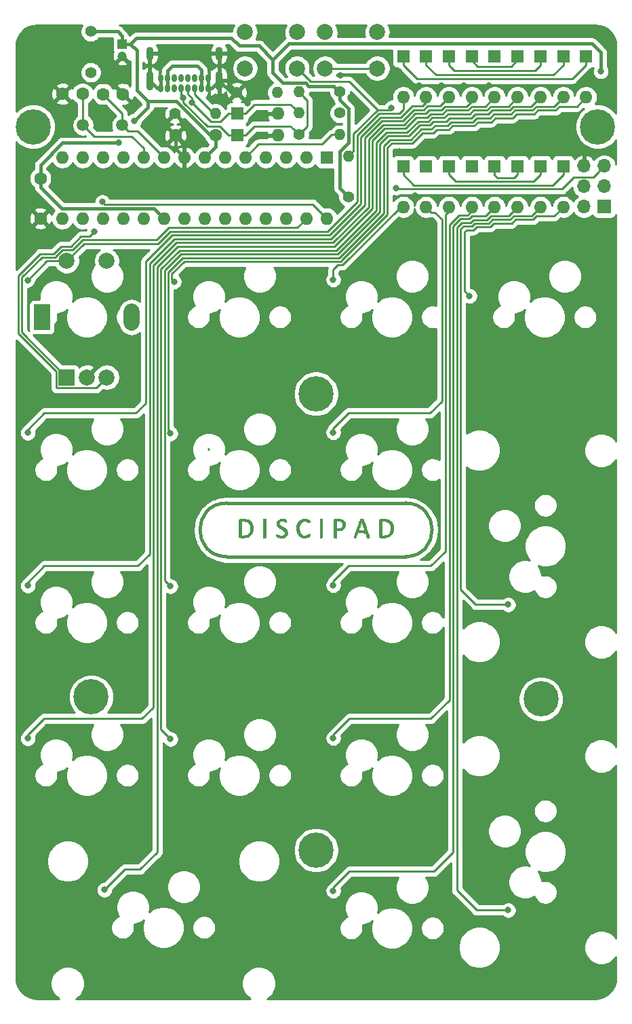
<source format=gtl>
G04 #@! TF.GenerationSoftware,KiCad,Pcbnew,5.1.10-88a1d61d58~90~ubuntu21.04.1*
G04 #@! TF.CreationDate,2021-08-17T10:31:51+02:00*
G04 #@! TF.ProjectId,discipad-pro,64697363-6970-4616-942d-70726f2e6b69,rev?*
G04 #@! TF.SameCoordinates,Original*
G04 #@! TF.FileFunction,Copper,L1,Top*
G04 #@! TF.FilePolarity,Positive*
%FSLAX46Y46*%
G04 Gerber Fmt 4.6, Leading zero omitted, Abs format (unit mm)*
G04 Created by KiCad (PCBNEW 5.1.10-88a1d61d58~90~ubuntu21.04.1) date 2021-08-17 10:31:51*
%MOMM*%
%LPD*%
G01*
G04 APERTURE LIST*
G04 #@! TA.AperFunction,EtchedComponent*
%ADD10C,0.010000*%
G04 #@! TD*
G04 #@! TA.AperFunction,EtchedComponent*
%ADD11C,0.400000*%
G04 #@! TD*
G04 #@! TA.AperFunction,ComponentPad*
%ADD12C,2.000000*%
G04 #@! TD*
G04 #@! TA.AperFunction,ComponentPad*
%ADD13R,2.000000X3.200000*%
G04 #@! TD*
G04 #@! TA.AperFunction,ComponentPad*
%ADD14R,2.000000X2.000000*%
G04 #@! TD*
G04 #@! TA.AperFunction,ComponentPad*
%ADD15O,1.700000X1.700000*%
G04 #@! TD*
G04 #@! TA.AperFunction,ComponentPad*
%ADD16R,1.700000X1.700000*%
G04 #@! TD*
G04 #@! TA.AperFunction,ComponentPad*
%ADD17O,1.600000X1.600000*%
G04 #@! TD*
G04 #@! TA.AperFunction,ComponentPad*
%ADD18R,1.600000X1.600000*%
G04 #@! TD*
G04 #@! TA.AperFunction,ComponentPad*
%ADD19C,1.400000*%
G04 #@! TD*
G04 #@! TA.AperFunction,ComponentPad*
%ADD20C,4.400000*%
G04 #@! TD*
G04 #@! TA.AperFunction,ComponentPad*
%ADD21C,1.600000*%
G04 #@! TD*
G04 #@! TA.AperFunction,ComponentPad*
%ADD22R,1.200000X1.200000*%
G04 #@! TD*
G04 #@! TA.AperFunction,ComponentPad*
%ADD23C,1.200000*%
G04 #@! TD*
G04 #@! TA.AperFunction,ComponentPad*
%ADD24O,1.400000X1.400000*%
G04 #@! TD*
G04 #@! TA.AperFunction,ComponentPad*
%ADD25O,0.900000X1.700000*%
G04 #@! TD*
G04 #@! TA.AperFunction,ComponentPad*
%ADD26O,0.900000X2.400000*%
G04 #@! TD*
G04 #@! TA.AperFunction,ComponentPad*
%ADD27O,0.650000X1.000000*%
G04 #@! TD*
G04 #@! TA.AperFunction,ComponentPad*
%ADD28C,1.500000*%
G04 #@! TD*
G04 #@! TA.AperFunction,ViaPad*
%ADD29C,0.800000*%
G04 #@! TD*
G04 #@! TA.AperFunction,Conductor*
%ADD30C,0.250000*%
G04 #@! TD*
G04 #@! TA.AperFunction,Conductor*
%ADD31C,0.400000*%
G04 #@! TD*
G04 #@! TA.AperFunction,Conductor*
%ADD32C,0.254000*%
G04 #@! TD*
G04 #@! TA.AperFunction,Conductor*
%ADD33C,0.150000*%
G04 #@! TD*
G04 APERTURE END LIST*
D10*
G36*
X139670907Y-77374276D02*
G01*
X139845860Y-77401340D01*
X139990423Y-77449818D01*
X139998165Y-77453668D01*
X140078158Y-77499261D01*
X140116541Y-77542488D01*
X140128356Y-77605116D01*
X140129014Y-77643008D01*
X140122265Y-77722314D01*
X140095761Y-77759486D01*
X140040111Y-77756771D01*
X139945926Y-77716421D01*
X139906750Y-77696262D01*
X139784868Y-77648315D01*
X139643765Y-77628437D01*
X139580003Y-77626989D01*
X139470049Y-77629606D01*
X139399989Y-77642548D01*
X139348204Y-77673448D01*
X139295216Y-77727535D01*
X139219541Y-77840986D01*
X139199908Y-77951298D01*
X139237398Y-78060373D01*
X139333090Y-78170110D01*
X139488063Y-78282409D01*
X139666498Y-78380942D01*
X139850556Y-78477526D01*
X139986334Y-78560352D01*
X140083240Y-78637190D01*
X140150683Y-78715809D01*
X140198073Y-78803980D01*
X140207650Y-78827795D01*
X140250671Y-79019484D01*
X140237336Y-79207462D01*
X140171683Y-79380958D01*
X140057747Y-79529202D01*
X139903478Y-79639425D01*
X139732985Y-79699957D01*
X139532764Y-79728695D01*
X139326545Y-79724410D01*
X139138052Y-79685875D01*
X139120639Y-79679930D01*
X138977873Y-79618898D01*
X138888464Y-79553537D01*
X138844287Y-79476135D01*
X138835923Y-79409731D01*
X138843359Y-79335549D01*
X138861407Y-79292964D01*
X138862887Y-79291898D01*
X138902305Y-79296063D01*
X138979018Y-79323230D01*
X139070705Y-79364794D01*
X139187287Y-79413738D01*
X139303215Y-79448387D01*
X139374711Y-79459594D01*
X139521342Y-79463347D01*
X139623510Y-79457048D01*
X139698034Y-79436635D01*
X139761735Y-79398044D01*
X139813890Y-79353476D01*
X139885442Y-79279701D01*
X139919358Y-79213941D01*
X139928641Y-79129178D01*
X139928716Y-79114870D01*
X139919514Y-79017639D01*
X139887095Y-78934975D01*
X139823812Y-78858876D01*
X139722018Y-78781343D01*
X139574067Y-78694376D01*
X139478545Y-78643901D01*
X139260963Y-78520587D01*
X139099222Y-78403038D01*
X138988396Y-78287078D01*
X138926224Y-78175746D01*
X138902134Y-78058599D01*
X138900739Y-77916333D01*
X138921131Y-77780700D01*
X138939094Y-77725580D01*
X139015197Y-77607429D01*
X139131539Y-77499269D01*
X139267238Y-77418556D01*
X139335822Y-77393947D01*
X139492063Y-77371015D01*
X139670907Y-77374276D01*
G37*
X139670907Y-77374276D02*
X139845860Y-77401340D01*
X139990423Y-77449818D01*
X139998165Y-77453668D01*
X140078158Y-77499261D01*
X140116541Y-77542488D01*
X140128356Y-77605116D01*
X140129014Y-77643008D01*
X140122265Y-77722314D01*
X140095761Y-77759486D01*
X140040111Y-77756771D01*
X139945926Y-77716421D01*
X139906750Y-77696262D01*
X139784868Y-77648315D01*
X139643765Y-77628437D01*
X139580003Y-77626989D01*
X139470049Y-77629606D01*
X139399989Y-77642548D01*
X139348204Y-77673448D01*
X139295216Y-77727535D01*
X139219541Y-77840986D01*
X139199908Y-77951298D01*
X139237398Y-78060373D01*
X139333090Y-78170110D01*
X139488063Y-78282409D01*
X139666498Y-78380942D01*
X139850556Y-78477526D01*
X139986334Y-78560352D01*
X140083240Y-78637190D01*
X140150683Y-78715809D01*
X140198073Y-78803980D01*
X140207650Y-78827795D01*
X140250671Y-79019484D01*
X140237336Y-79207462D01*
X140171683Y-79380958D01*
X140057747Y-79529202D01*
X139903478Y-79639425D01*
X139732985Y-79699957D01*
X139532764Y-79728695D01*
X139326545Y-79724410D01*
X139138052Y-79685875D01*
X139120639Y-79679930D01*
X138977873Y-79618898D01*
X138888464Y-79553537D01*
X138844287Y-79476135D01*
X138835923Y-79409731D01*
X138843359Y-79335549D01*
X138861407Y-79292964D01*
X138862887Y-79291898D01*
X138902305Y-79296063D01*
X138979018Y-79323230D01*
X139070705Y-79364794D01*
X139187287Y-79413738D01*
X139303215Y-79448387D01*
X139374711Y-79459594D01*
X139521342Y-79463347D01*
X139623510Y-79457048D01*
X139698034Y-79436635D01*
X139761735Y-79398044D01*
X139813890Y-79353476D01*
X139885442Y-79279701D01*
X139919358Y-79213941D01*
X139928641Y-79129178D01*
X139928716Y-79114870D01*
X139919514Y-79017639D01*
X139887095Y-78934975D01*
X139823812Y-78858876D01*
X139722018Y-78781343D01*
X139574067Y-78694376D01*
X139478545Y-78643901D01*
X139260963Y-78520587D01*
X139099222Y-78403038D01*
X138988396Y-78287078D01*
X138926224Y-78175746D01*
X138902134Y-78058599D01*
X138900739Y-77916333D01*
X138921131Y-77780700D01*
X138939094Y-77725580D01*
X139015197Y-77607429D01*
X139131539Y-77499269D01*
X139267238Y-77418556D01*
X139335822Y-77393947D01*
X139492063Y-77371015D01*
X139670907Y-77374276D01*
G36*
X142533601Y-77383592D02*
G01*
X142635915Y-77392905D01*
X142720984Y-77414284D01*
X142810930Y-77452093D01*
X142853741Y-77473049D01*
X142953007Y-77525186D01*
X143009508Y-77566147D01*
X143036481Y-77610352D01*
X143047166Y-77672220D01*
X143048266Y-77684925D01*
X143048619Y-77781078D01*
X143025298Y-77828234D01*
X142971599Y-77828830D01*
X142880823Y-77785304D01*
X142839997Y-77760686D01*
X142670941Y-77684604D01*
X142480587Y-77645656D01*
X142292527Y-77647045D01*
X142181926Y-77671350D01*
X142059050Y-77739137D01*
X141941317Y-77852071D01*
X141842156Y-77994283D01*
X141774992Y-78149903D01*
X141773924Y-78153538D01*
X141740024Y-78330524D01*
X141729119Y-78532847D01*
X141739980Y-78740254D01*
X141771378Y-78932493D01*
X141822085Y-79089310D01*
X141831929Y-79109802D01*
X141944717Y-79270178D01*
X142090966Y-79382224D01*
X142264180Y-79444463D01*
X142457863Y-79455417D01*
X142665519Y-79413607D01*
X142840825Y-79339357D01*
X142936717Y-79292096D01*
X143009633Y-79261771D01*
X143044490Y-79254616D01*
X143044976Y-79254992D01*
X143055535Y-79292722D01*
X143062431Y-79366546D01*
X143063033Y-79382653D01*
X143052010Y-79476798D01*
X143004497Y-79542118D01*
X142990774Y-79553241D01*
X142842689Y-79635506D01*
X142656830Y-79692664D01*
X142452731Y-79722122D01*
X142249931Y-79721290D01*
X142067965Y-79687574D01*
X142042422Y-79679074D01*
X141836067Y-79580919D01*
X141675133Y-79447094D01*
X141552405Y-79270206D01*
X141480743Y-79103849D01*
X141412968Y-78838979D01*
X141391228Y-78571754D01*
X141412955Y-78310989D01*
X141475583Y-78065498D01*
X141576545Y-77844095D01*
X141713273Y-77655596D01*
X141883200Y-77508815D01*
X141958121Y-77464674D01*
X142046045Y-77423652D01*
X142129380Y-77398885D01*
X142229064Y-77386384D01*
X142366035Y-77382156D01*
X142391923Y-77381985D01*
X142533601Y-77383592D01*
G37*
X142533601Y-77383592D02*
X142635915Y-77392905D01*
X142720984Y-77414284D01*
X142810930Y-77452093D01*
X142853741Y-77473049D01*
X142953007Y-77525186D01*
X143009508Y-77566147D01*
X143036481Y-77610352D01*
X143047166Y-77672220D01*
X143048266Y-77684925D01*
X143048619Y-77781078D01*
X143025298Y-77828234D01*
X142971599Y-77828830D01*
X142880823Y-77785304D01*
X142839997Y-77760686D01*
X142670941Y-77684604D01*
X142480587Y-77645656D01*
X142292527Y-77647045D01*
X142181926Y-77671350D01*
X142059050Y-77739137D01*
X141941317Y-77852071D01*
X141842156Y-77994283D01*
X141774992Y-78149903D01*
X141773924Y-78153538D01*
X141740024Y-78330524D01*
X141729119Y-78532847D01*
X141739980Y-78740254D01*
X141771378Y-78932493D01*
X141822085Y-79089310D01*
X141831929Y-79109802D01*
X141944717Y-79270178D01*
X142090966Y-79382224D01*
X142264180Y-79444463D01*
X142457863Y-79455417D01*
X142665519Y-79413607D01*
X142840825Y-79339357D01*
X142936717Y-79292096D01*
X143009633Y-79261771D01*
X143044490Y-79254616D01*
X143044976Y-79254992D01*
X143055535Y-79292722D01*
X143062431Y-79366546D01*
X143063033Y-79382653D01*
X143052010Y-79476798D01*
X143004497Y-79542118D01*
X142990774Y-79553241D01*
X142842689Y-79635506D01*
X142656830Y-79692664D01*
X142452731Y-79722122D01*
X142249931Y-79721290D01*
X142067965Y-79687574D01*
X142042422Y-79679074D01*
X141836067Y-79580919D01*
X141675133Y-79447094D01*
X141552405Y-79270206D01*
X141480743Y-79103849D01*
X141412968Y-78838979D01*
X141391228Y-78571754D01*
X141412955Y-78310989D01*
X141475583Y-78065498D01*
X141576545Y-77844095D01*
X141713273Y-77655596D01*
X141883200Y-77508815D01*
X141958121Y-77464674D01*
X142046045Y-77423652D01*
X142129380Y-77398885D01*
X142229064Y-77386384D01*
X142366035Y-77382156D01*
X142391923Y-77381985D01*
X142533601Y-77383592D01*
G36*
X134651971Y-77399504D02*
G01*
X134748269Y-77401682D01*
X134971468Y-77410427D01*
X135145503Y-77425978D01*
X135282703Y-77451941D01*
X135395397Y-77491915D01*
X135495914Y-77549506D01*
X135596583Y-77628314D01*
X135632447Y-77660051D01*
X135776840Y-77830661D01*
X135881990Y-78041598D01*
X135945284Y-78283695D01*
X135964108Y-78547782D01*
X135946473Y-78761563D01*
X135885164Y-79029381D01*
X135786848Y-79248994D01*
X135649298Y-79423012D01*
X135470287Y-79554041D01*
X135247591Y-79644689D01*
X135176705Y-79663284D01*
X135071199Y-79681000D01*
X134934695Y-79693851D01*
X134780707Y-79701769D01*
X134622749Y-79704681D01*
X134474336Y-79702519D01*
X134348979Y-79695211D01*
X134260195Y-79682689D01*
X134223899Y-79668225D01*
X134213313Y-79639956D01*
X134204729Y-79575604D01*
X134198006Y-79470958D01*
X134197906Y-79467956D01*
X134494832Y-79467956D01*
X134792859Y-79447007D01*
X134961050Y-79429528D01*
X135106634Y-79403707D01*
X135210808Y-79372937D01*
X135216193Y-79370628D01*
X135377628Y-79266720D01*
X135501126Y-79116133D01*
X135585177Y-78921834D01*
X135628266Y-78686792D01*
X135633983Y-78550625D01*
X135612087Y-78289484D01*
X135546293Y-78071374D01*
X135436449Y-77895988D01*
X135282401Y-77763019D01*
X135221262Y-77728100D01*
X135129579Y-77691770D01*
X135013101Y-77667461D01*
X134856060Y-77652241D01*
X134795014Y-77648828D01*
X134494832Y-77634150D01*
X134494832Y-79467956D01*
X134197906Y-79467956D01*
X134193006Y-79321806D01*
X134189590Y-79123935D01*
X134187619Y-78873133D01*
X134186955Y-78565189D01*
X134186953Y-78548237D01*
X134187276Y-78255397D01*
X134188406Y-78018246D01*
X134190581Y-77830901D01*
X134194042Y-77687479D01*
X134199027Y-77582097D01*
X134205776Y-77508870D01*
X134214529Y-77461916D01*
X134225524Y-77435351D01*
X134232572Y-77427335D01*
X134272360Y-77411797D01*
X134351196Y-77402195D01*
X134475570Y-77398205D01*
X134651971Y-77399504D01*
G37*
X134651971Y-77399504D02*
X134748269Y-77401682D01*
X134971468Y-77410427D01*
X135145503Y-77425978D01*
X135282703Y-77451941D01*
X135395397Y-77491915D01*
X135495914Y-77549506D01*
X135596583Y-77628314D01*
X135632447Y-77660051D01*
X135776840Y-77830661D01*
X135881990Y-78041598D01*
X135945284Y-78283695D01*
X135964108Y-78547782D01*
X135946473Y-78761563D01*
X135885164Y-79029381D01*
X135786848Y-79248994D01*
X135649298Y-79423012D01*
X135470287Y-79554041D01*
X135247591Y-79644689D01*
X135176705Y-79663284D01*
X135071199Y-79681000D01*
X134934695Y-79693851D01*
X134780707Y-79701769D01*
X134622749Y-79704681D01*
X134474336Y-79702519D01*
X134348979Y-79695211D01*
X134260195Y-79682689D01*
X134223899Y-79668225D01*
X134213313Y-79639956D01*
X134204729Y-79575604D01*
X134198006Y-79470958D01*
X134197906Y-79467956D01*
X134494832Y-79467956D01*
X134792859Y-79447007D01*
X134961050Y-79429528D01*
X135106634Y-79403707D01*
X135210808Y-79372937D01*
X135216193Y-79370628D01*
X135377628Y-79266720D01*
X135501126Y-79116133D01*
X135585177Y-78921834D01*
X135628266Y-78686792D01*
X135633983Y-78550625D01*
X135612087Y-78289484D01*
X135546293Y-78071374D01*
X135436449Y-77895988D01*
X135282401Y-77763019D01*
X135221262Y-77728100D01*
X135129579Y-77691770D01*
X135013101Y-77667461D01*
X134856060Y-77652241D01*
X134795014Y-77648828D01*
X134494832Y-77634150D01*
X134494832Y-79467956D01*
X134197906Y-79467956D01*
X134193006Y-79321806D01*
X134189590Y-79123935D01*
X134187619Y-78873133D01*
X134186955Y-78565189D01*
X134186953Y-78548237D01*
X134187276Y-78255397D01*
X134188406Y-78018246D01*
X134190581Y-77830901D01*
X134194042Y-77687479D01*
X134199027Y-77582097D01*
X134205776Y-77508870D01*
X134214529Y-77461916D01*
X134225524Y-77435351D01*
X134232572Y-77427335D01*
X134272360Y-77411797D01*
X134351196Y-77402195D01*
X134475570Y-77398205D01*
X134651971Y-77399504D01*
G36*
X137497021Y-77388615D02*
G01*
X137574362Y-77403400D01*
X137566294Y-78546588D01*
X137558226Y-79689777D01*
X137411983Y-79699161D01*
X137265741Y-79708544D01*
X137265741Y-77403258D01*
X137342711Y-77388544D01*
X137436888Y-77382758D01*
X137497021Y-77388615D01*
G37*
X137497021Y-77388615D02*
X137574362Y-77403400D01*
X137566294Y-78546588D01*
X137558226Y-79689777D01*
X137411983Y-79699161D01*
X137265741Y-79708544D01*
X137265741Y-77403258D01*
X137342711Y-77388544D01*
X137436888Y-77382758D01*
X137497021Y-77388615D01*
G36*
X144553593Y-77398558D02*
G01*
X144624804Y-77425632D01*
X144616727Y-78557705D01*
X144608650Y-79689777D01*
X144462408Y-79699161D01*
X144316165Y-79708544D01*
X144316165Y-77403258D01*
X144399274Y-77387371D01*
X144490190Y-77385089D01*
X144553593Y-77398558D01*
G37*
X144553593Y-77398558D02*
X144624804Y-77425632D01*
X144616727Y-78557705D01*
X144608650Y-79689777D01*
X144462408Y-79699161D01*
X144316165Y-79708544D01*
X144316165Y-77403258D01*
X144399274Y-77387371D01*
X144490190Y-77385089D01*
X144553593Y-77398558D01*
G36*
X146754301Y-77404113D02*
G01*
X146959200Y-77430214D01*
X147119943Y-77477390D01*
X147244305Y-77548644D01*
X147340058Y-77646982D01*
X147400178Y-77744988D01*
X147448436Y-77891210D01*
X147466767Y-78064874D01*
X147454785Y-78239483D01*
X147412101Y-78388540D01*
X147409673Y-78393759D01*
X147299090Y-78564555D01*
X147149978Y-78689999D01*
X146960363Y-78771143D01*
X146728270Y-78809038D01*
X146624224Y-78812322D01*
X146387857Y-78812322D01*
X146368230Y-79020140D01*
X146358029Y-79162583D01*
X146350852Y-79328349D01*
X146348384Y-79466565D01*
X146348165Y-79705171D01*
X146214751Y-79705171D01*
X146128356Y-79700804D01*
X146070365Y-79689841D01*
X146060812Y-79684645D01*
X146054435Y-79648295D01*
X146049280Y-79558964D01*
X146045309Y-79425236D01*
X146042485Y-79255693D01*
X146040772Y-79058917D01*
X146040132Y-78843492D01*
X146040529Y-78618000D01*
X146041925Y-78391023D01*
X146044284Y-78171145D01*
X146047570Y-77966947D01*
X146051744Y-77787013D01*
X146056686Y-77642383D01*
X146378953Y-77642383D01*
X146378953Y-78566019D01*
X146586771Y-78565971D01*
X146768907Y-78552298D01*
X146900159Y-78512092D01*
X147021545Y-78429282D01*
X147095527Y-78323085D01*
X147128760Y-78181514D01*
X147132178Y-78094141D01*
X147117267Y-77932880D01*
X147070429Y-77816613D01*
X146985312Y-77734325D01*
X146899894Y-77691175D01*
X146800556Y-77664445D01*
X146672146Y-77646759D01*
X146578451Y-77642383D01*
X146378953Y-77642383D01*
X146056686Y-77642383D01*
X146056770Y-77639925D01*
X146062612Y-77534266D01*
X146069231Y-77478618D01*
X146070312Y-77475054D01*
X146100338Y-77396080D01*
X146497472Y-77396080D01*
X146754301Y-77404113D01*
G37*
X146754301Y-77404113D02*
X146959200Y-77430214D01*
X147119943Y-77477390D01*
X147244305Y-77548644D01*
X147340058Y-77646982D01*
X147400178Y-77744988D01*
X147448436Y-77891210D01*
X147466767Y-78064874D01*
X147454785Y-78239483D01*
X147412101Y-78388540D01*
X147409673Y-78393759D01*
X147299090Y-78564555D01*
X147149978Y-78689999D01*
X146960363Y-78771143D01*
X146728270Y-78809038D01*
X146624224Y-78812322D01*
X146387857Y-78812322D01*
X146368230Y-79020140D01*
X146358029Y-79162583D01*
X146350852Y-79328349D01*
X146348384Y-79466565D01*
X146348165Y-79705171D01*
X146214751Y-79705171D01*
X146128356Y-79700804D01*
X146070365Y-79689841D01*
X146060812Y-79684645D01*
X146054435Y-79648295D01*
X146049280Y-79558964D01*
X146045309Y-79425236D01*
X146042485Y-79255693D01*
X146040772Y-79058917D01*
X146040132Y-78843492D01*
X146040529Y-78618000D01*
X146041925Y-78391023D01*
X146044284Y-78171145D01*
X146047570Y-77966947D01*
X146051744Y-77787013D01*
X146056686Y-77642383D01*
X146378953Y-77642383D01*
X146378953Y-78566019D01*
X146586771Y-78565971D01*
X146768907Y-78552298D01*
X146900159Y-78512092D01*
X147021545Y-78429282D01*
X147095527Y-78323085D01*
X147128760Y-78181514D01*
X147132178Y-78094141D01*
X147117267Y-77932880D01*
X147070429Y-77816613D01*
X146985312Y-77734325D01*
X146899894Y-77691175D01*
X146800556Y-77664445D01*
X146672146Y-77646759D01*
X146578451Y-77642383D01*
X146378953Y-77642383D01*
X146056686Y-77642383D01*
X146056770Y-77639925D01*
X146062612Y-77534266D01*
X146069231Y-77478618D01*
X146070312Y-77475054D01*
X146100338Y-77396080D01*
X146497472Y-77396080D01*
X146754301Y-77404113D01*
G36*
X149627074Y-77390772D02*
G01*
X149651118Y-77398802D01*
X149673371Y-77412715D01*
X149696217Y-77438008D01*
X149722038Y-77480179D01*
X149753217Y-77544724D01*
X149792136Y-77637138D01*
X149841178Y-77762920D01*
X149902726Y-77927566D01*
X149979163Y-78136572D01*
X150072870Y-78395435D01*
X150124066Y-78537299D01*
X150213490Y-78786735D01*
X150295356Y-79018067D01*
X150367482Y-79224904D01*
X150427689Y-79400859D01*
X150473796Y-79539542D01*
X150503622Y-79634565D01*
X150514987Y-79679539D01*
X150514794Y-79682080D01*
X150478465Y-79695596D01*
X150401805Y-79703908D01*
X150352888Y-79705171D01*
X150204881Y-79705171D01*
X150099321Y-79404989D01*
X149993762Y-79104807D01*
X149513869Y-79096347D01*
X149033977Y-79087886D01*
X148930283Y-79388831D01*
X148826590Y-79689777D01*
X148680347Y-79699161D01*
X148588051Y-79700511D01*
X148543629Y-79687018D01*
X148534105Y-79662737D01*
X148544116Y-79627581D01*
X148572308Y-79542304D01*
X148615917Y-79414690D01*
X148672178Y-79252524D01*
X148738329Y-79063589D01*
X148811606Y-78855669D01*
X148818783Y-78835413D01*
X149119092Y-78835413D01*
X149147929Y-78838329D01*
X149226685Y-78840738D01*
X149343700Y-78842407D01*
X149487317Y-78843103D01*
X149503923Y-78843110D01*
X149651176Y-78840986D01*
X149771939Y-78835170D01*
X149854849Y-78826498D01*
X149888541Y-78815806D01*
X149888771Y-78814811D01*
X149879085Y-78778037D01*
X149852144Y-78692784D01*
X149811123Y-78568661D01*
X149759199Y-78415277D01*
X149699546Y-78242240D01*
X149699307Y-78241553D01*
X149509843Y-77696595D01*
X149314476Y-78262155D01*
X149254207Y-78436999D01*
X149201483Y-78590673D01*
X149159367Y-78714185D01*
X149130926Y-78798539D01*
X149119225Y-78834743D01*
X149119092Y-78835413D01*
X148818783Y-78835413D01*
X148889245Y-78636549D01*
X148968482Y-78414012D01*
X149046553Y-78195841D01*
X149120696Y-77989822D01*
X149188145Y-77803738D01*
X149246139Y-77645373D01*
X149291912Y-77522510D01*
X149318678Y-77452985D01*
X149365645Y-77409059D01*
X149451850Y-77382973D01*
X149556484Y-77378924D01*
X149627074Y-77390772D01*
G37*
X149627074Y-77390772D02*
X149651118Y-77398802D01*
X149673371Y-77412715D01*
X149696217Y-77438008D01*
X149722038Y-77480179D01*
X149753217Y-77544724D01*
X149792136Y-77637138D01*
X149841178Y-77762920D01*
X149902726Y-77927566D01*
X149979163Y-78136572D01*
X150072870Y-78395435D01*
X150124066Y-78537299D01*
X150213490Y-78786735D01*
X150295356Y-79018067D01*
X150367482Y-79224904D01*
X150427689Y-79400859D01*
X150473796Y-79539542D01*
X150503622Y-79634565D01*
X150514987Y-79679539D01*
X150514794Y-79682080D01*
X150478465Y-79695596D01*
X150401805Y-79703908D01*
X150352888Y-79705171D01*
X150204881Y-79705171D01*
X150099321Y-79404989D01*
X149993762Y-79104807D01*
X149513869Y-79096347D01*
X149033977Y-79087886D01*
X148930283Y-79388831D01*
X148826590Y-79689777D01*
X148680347Y-79699161D01*
X148588051Y-79700511D01*
X148543629Y-79687018D01*
X148534105Y-79662737D01*
X148544116Y-79627581D01*
X148572308Y-79542304D01*
X148615917Y-79414690D01*
X148672178Y-79252524D01*
X148738329Y-79063589D01*
X148811606Y-78855669D01*
X148818783Y-78835413D01*
X149119092Y-78835413D01*
X149147929Y-78838329D01*
X149226685Y-78840738D01*
X149343700Y-78842407D01*
X149487317Y-78843103D01*
X149503923Y-78843110D01*
X149651176Y-78840986D01*
X149771939Y-78835170D01*
X149854849Y-78826498D01*
X149888541Y-78815806D01*
X149888771Y-78814811D01*
X149879085Y-78778037D01*
X149852144Y-78692784D01*
X149811123Y-78568661D01*
X149759199Y-78415277D01*
X149699546Y-78242240D01*
X149699307Y-78241553D01*
X149509843Y-77696595D01*
X149314476Y-78262155D01*
X149254207Y-78436999D01*
X149201483Y-78590673D01*
X149159367Y-78714185D01*
X149130926Y-78798539D01*
X149119225Y-78834743D01*
X149119092Y-78835413D01*
X148818783Y-78835413D01*
X148889245Y-78636549D01*
X148968482Y-78414012D01*
X149046553Y-78195841D01*
X149120696Y-77989822D01*
X149188145Y-77803738D01*
X149246139Y-77645373D01*
X149291912Y-77522510D01*
X149318678Y-77452985D01*
X149365645Y-77409059D01*
X149451850Y-77382973D01*
X149556484Y-77378924D01*
X149627074Y-77390772D01*
G36*
X152426051Y-77400161D02*
G01*
X152610739Y-77414266D01*
X152760563Y-77441191D01*
X152888668Y-77483730D01*
X153008198Y-77544676D01*
X153067267Y-77581873D01*
X153212403Y-77707878D01*
X153337652Y-77872665D01*
X153426374Y-78053527D01*
X153437470Y-78086985D01*
X153453057Y-78169518D01*
X153465423Y-78295095D01*
X153473120Y-78445212D01*
X153474954Y-78566019D01*
X153473350Y-78725384D01*
X153467325Y-78840477D01*
X153454104Y-78928580D01*
X153430911Y-79006978D01*
X153394971Y-79092951D01*
X153387795Y-79108690D01*
X153258773Y-79322782D01*
X153090386Y-79489609D01*
X152883784Y-79608274D01*
X152662450Y-79673858D01*
X152563370Y-79686602D01*
X152423048Y-79696848D01*
X152261802Y-79703398D01*
X152131322Y-79705171D01*
X151976353Y-79704773D01*
X151871798Y-79702097D01*
X151806495Y-79694916D01*
X151769282Y-79681004D01*
X151748998Y-79658137D01*
X151735282Y-79626197D01*
X151726851Y-79573408D01*
X151719805Y-79469027D01*
X151714139Y-79322014D01*
X151709843Y-79141329D01*
X151706911Y-78935930D01*
X151705334Y-78714777D01*
X151705105Y-78486831D01*
X151706217Y-78261051D01*
X151708662Y-78046396D01*
X151712432Y-77851826D01*
X151717519Y-77686301D01*
X151719722Y-77642383D01*
X152043923Y-77642383D01*
X152043923Y-79468088D01*
X152313317Y-79448368D01*
X152452720Y-79435316D01*
X152583410Y-79418187D01*
X152682117Y-79400159D01*
X152700164Y-79395577D01*
X152854592Y-79321217D01*
X152981409Y-79196173D01*
X153077401Y-79026298D01*
X153139351Y-78817447D01*
X153164045Y-78575472D01*
X153164337Y-78550625D01*
X153144865Y-78289561D01*
X153083627Y-78073670D01*
X152979931Y-77902250D01*
X152833089Y-77774602D01*
X152642409Y-77690025D01*
X152407201Y-77647819D01*
X152269244Y-77642383D01*
X152043923Y-77642383D01*
X151719722Y-77642383D01*
X151723917Y-77558781D01*
X151731617Y-77478224D01*
X151737127Y-77455631D01*
X151754702Y-77431749D01*
X151784282Y-77415236D01*
X151836125Y-77404753D01*
X151920488Y-77398960D01*
X152047630Y-77396519D01*
X152193357Y-77396080D01*
X152426051Y-77400161D01*
G37*
X152426051Y-77400161D02*
X152610739Y-77414266D01*
X152760563Y-77441191D01*
X152888668Y-77483730D01*
X153008198Y-77544676D01*
X153067267Y-77581873D01*
X153212403Y-77707878D01*
X153337652Y-77872665D01*
X153426374Y-78053527D01*
X153437470Y-78086985D01*
X153453057Y-78169518D01*
X153465423Y-78295095D01*
X153473120Y-78445212D01*
X153474954Y-78566019D01*
X153473350Y-78725384D01*
X153467325Y-78840477D01*
X153454104Y-78928580D01*
X153430911Y-79006978D01*
X153394971Y-79092951D01*
X153387795Y-79108690D01*
X153258773Y-79322782D01*
X153090386Y-79489609D01*
X152883784Y-79608274D01*
X152662450Y-79673858D01*
X152563370Y-79686602D01*
X152423048Y-79696848D01*
X152261802Y-79703398D01*
X152131322Y-79705171D01*
X151976353Y-79704773D01*
X151871798Y-79702097D01*
X151806495Y-79694916D01*
X151769282Y-79681004D01*
X151748998Y-79658137D01*
X151735282Y-79626197D01*
X151726851Y-79573408D01*
X151719805Y-79469027D01*
X151714139Y-79322014D01*
X151709843Y-79141329D01*
X151706911Y-78935930D01*
X151705334Y-78714777D01*
X151705105Y-78486831D01*
X151706217Y-78261051D01*
X151708662Y-78046396D01*
X151712432Y-77851826D01*
X151717519Y-77686301D01*
X151719722Y-77642383D01*
X152043923Y-77642383D01*
X152043923Y-79468088D01*
X152313317Y-79448368D01*
X152452720Y-79435316D01*
X152583410Y-79418187D01*
X152682117Y-79400159D01*
X152700164Y-79395577D01*
X152854592Y-79321217D01*
X152981409Y-79196173D01*
X153077401Y-79026298D01*
X153139351Y-78817447D01*
X153164045Y-78575472D01*
X153164337Y-78550625D01*
X153144865Y-78289561D01*
X153083627Y-78073670D01*
X152979931Y-77902250D01*
X152833089Y-77774602D01*
X152642409Y-77690025D01*
X152407201Y-77647819D01*
X152269244Y-77642383D01*
X152043923Y-77642383D01*
X151719722Y-77642383D01*
X151723917Y-77558781D01*
X151731617Y-77478224D01*
X151737127Y-77455631D01*
X151754702Y-77431749D01*
X151784282Y-77415236D01*
X151836125Y-77404753D01*
X151920488Y-77398960D01*
X152047630Y-77396519D01*
X152193357Y-77396080D01*
X152426051Y-77400161D01*
D11*
X132713559Y-75406019D02*
X154993559Y-75406019D01*
X132713559Y-82086019D02*
X154993559Y-82086019D01*
X154983559Y-75406019D02*
G75*
G02*
X154983559Y-82086019I0J-3340000D01*
G01*
X132683559Y-82086019D02*
G75*
G02*
X132683559Y-75406019I0J3340000D01*
G01*
D12*
X117701493Y-45217093D03*
X112701493Y-45217093D03*
G04 #@! TA.AperFunction,ComponentPad*
G36*
G01*
X120801493Y-53917093D02*
X120801493Y-53917093D01*
G75*
G02*
X119801493Y-52917093I0J1000000D01*
G01*
X119801493Y-51517093D01*
G75*
G02*
X120801493Y-50517093I1000000J0D01*
G01*
X120801493Y-50517093D01*
G75*
G02*
X121801493Y-51517093I0J-1000000D01*
G01*
X121801493Y-52917093D01*
G75*
G02*
X120801493Y-53917093I-1000000J0D01*
G01*
G37*
G04 #@! TD.AperFunction*
D13*
X109601493Y-52217093D03*
D12*
X117701493Y-59717093D03*
X115201493Y-59717093D03*
D14*
X112701493Y-59717093D03*
D15*
X177279591Y-33383393D03*
X179819591Y-33383393D03*
X177279591Y-35923393D03*
X179819591Y-35923393D03*
X177279591Y-38463393D03*
D16*
X179819591Y-38463393D03*
D12*
X151470929Y-16693091D03*
X151470929Y-21193091D03*
X144970929Y-16693091D03*
X144970929Y-21193091D03*
D17*
X177550923Y-24807330D03*
D18*
X177550923Y-19727330D03*
D17*
X174696610Y-38488743D03*
D18*
X174696610Y-33408743D03*
D17*
X171842297Y-38488743D03*
D18*
X171842297Y-33408743D03*
D17*
X168987991Y-38488743D03*
D18*
X168987991Y-33408743D03*
D17*
X166133685Y-38488743D03*
D18*
X166133685Y-33408743D03*
D17*
X163279379Y-38488743D03*
D18*
X163279379Y-33408743D03*
D17*
X160425073Y-38488743D03*
D18*
X160425073Y-33408743D03*
D17*
X157570767Y-38488743D03*
D18*
X157570767Y-33408743D03*
D17*
X154716461Y-38488743D03*
D18*
X154716461Y-33408743D03*
D17*
X174696610Y-24807330D03*
D18*
X174696610Y-19727330D03*
D17*
X171842297Y-24807330D03*
D18*
X171842297Y-19727330D03*
D17*
X168987991Y-24807330D03*
D18*
X168987991Y-19727330D03*
D17*
X166133685Y-24807330D03*
D18*
X166133685Y-19727330D03*
D17*
X163279379Y-24807330D03*
D18*
X163279379Y-19727330D03*
D17*
X160425073Y-24807330D03*
D18*
X160425073Y-19727330D03*
D17*
X157570767Y-24807330D03*
D18*
X157570767Y-19727330D03*
D17*
X154716461Y-24807330D03*
D18*
X154716461Y-19727330D03*
D17*
X139054831Y-29536623D03*
D18*
X133974831Y-29536623D03*
D17*
X139054831Y-26841931D03*
D18*
X133974831Y-26841931D03*
D19*
X115714273Y-16610309D03*
X115714273Y-21710309D03*
D20*
X143833559Y-118686673D03*
X115752543Y-99566685D03*
X171914575Y-99841686D03*
X143833559Y-61784261D03*
X179001130Y-28475773D03*
X108503031Y-28475773D03*
D21*
X117219101Y-24409709D03*
X119719101Y-24409709D03*
X112164393Y-24392211D03*
X114664393Y-24392211D03*
D22*
X119633825Y-18180421D03*
D23*
X119633825Y-19680421D03*
D21*
X126287493Y-29571619D03*
X131287493Y-29571619D03*
X109414993Y-34908509D03*
X109414993Y-39908509D03*
D24*
X141703959Y-24147239D03*
D19*
X146783959Y-24147239D03*
X126178077Y-26841931D03*
D24*
X131258077Y-26841931D03*
D19*
X133929691Y-24199733D03*
D24*
X139009691Y-24199733D03*
X146783959Y-29484129D03*
D19*
X141703959Y-29484129D03*
D24*
X141703959Y-26771939D03*
D19*
X146783959Y-26771939D03*
X147875597Y-37235743D03*
D24*
X147875597Y-32155743D03*
D12*
X134962073Y-21193091D03*
X134962073Y-16693091D03*
X141462073Y-21193091D03*
X141462073Y-16693091D03*
D18*
X145163407Y-32301307D03*
D17*
X112143407Y-39921307D03*
X142623407Y-32301307D03*
X114683407Y-39921307D03*
X140083407Y-32301307D03*
X117223407Y-39921307D03*
X137543407Y-32301307D03*
X119763407Y-39921307D03*
X135003407Y-32301307D03*
X122303407Y-39921307D03*
X132463407Y-32301307D03*
X124843407Y-39921307D03*
X129923407Y-32301307D03*
X127383407Y-39921307D03*
X127383407Y-32301307D03*
X129923407Y-39921307D03*
X124843407Y-32301307D03*
X132463407Y-39921307D03*
X122303407Y-32301307D03*
X135003407Y-39921307D03*
X119763407Y-32301307D03*
X137543407Y-39921307D03*
X117223407Y-32301307D03*
X140083407Y-39921307D03*
X114683407Y-32301307D03*
X142623407Y-39921307D03*
X112143407Y-32301307D03*
X145163407Y-39921307D03*
D25*
X123077937Y-19342987D03*
X131727937Y-19342987D03*
D26*
X123077937Y-22722987D03*
X131727937Y-22722987D03*
D27*
X124422937Y-22377987D03*
X125272937Y-22377987D03*
X126122937Y-22377987D03*
X126972937Y-22377987D03*
X127822937Y-22377987D03*
X128672937Y-22377987D03*
X129522937Y-22377987D03*
X130377937Y-22377987D03*
X124427937Y-23702987D03*
X125277937Y-23702987D03*
X126127937Y-23702987D03*
X126977937Y-23702987D03*
X127827937Y-23702987D03*
X129527937Y-23702987D03*
X130377937Y-23702987D03*
X128677937Y-23702987D03*
D28*
X119616327Y-28276767D03*
X114736327Y-28276767D03*
D29*
X107811993Y-47613993D03*
X126100710Y-47804493D03*
X145975493Y-47550493D03*
X162993493Y-49582493D03*
X107850093Y-66651293D03*
X125655493Y-66727493D03*
X145975493Y-66600493D03*
X107850093Y-85701293D03*
X125655508Y-85777493D03*
X145975493Y-85650493D03*
X167819493Y-88063493D03*
X107850093Y-104751293D03*
X125655493Y-104827493D03*
X145975493Y-104700493D03*
X117400493Y-123623493D03*
X145975493Y-123750493D03*
X167819493Y-126163493D03*
X170010567Y-63727715D03*
X108085145Y-18950333D03*
X154157379Y-40735343D03*
X127612913Y-36920779D03*
X134664607Y-36868285D03*
X116991627Y-26754441D03*
X124568261Y-16325633D03*
X146895709Y-22047479D03*
X148138067Y-24794665D03*
X145758339Y-25424593D03*
X148138067Y-16693091D03*
X170780479Y-16693091D03*
X174332573Y-29361643D03*
X180159407Y-31548893D03*
X138202084Y-16693091D03*
X165549229Y-31604029D03*
X162609876Y-31604029D03*
X159744937Y-31604029D03*
X154275508Y-31604029D03*
X165437608Y-23381282D03*
X162312220Y-23381282D03*
X159484488Y-23381282D03*
X156656756Y-23381282D03*
X156210272Y-37036251D03*
X156917205Y-31604029D03*
X136006871Y-22748763D03*
X135259539Y-25512083D03*
X179706693Y-43740493D03*
X180113093Y-64847893D03*
X179389495Y-21592531D03*
X119159110Y-30498433D03*
X121153844Y-27716304D03*
X127269933Y-24871903D03*
X128350138Y-25492473D03*
X153264981Y-26107015D03*
X153859913Y-36098373D03*
X117146493Y-37870579D03*
X116105093Y-41581493D03*
D30*
X130384201Y-68662201D02*
X130429000Y-68707000D01*
X154716461Y-34458743D02*
X156041127Y-35783409D01*
X154716461Y-33408743D02*
X154716461Y-34458743D01*
X174696610Y-34458743D02*
X174696610Y-33408743D01*
X173371944Y-35783409D02*
X174696610Y-34458743D01*
X156041127Y-35783409D02*
X173371944Y-35783409D01*
X154716461Y-20777330D02*
X154716461Y-19727330D01*
X156449023Y-22509892D02*
X154716461Y-20777330D01*
X175818361Y-22509892D02*
X156449023Y-22509892D01*
X177550923Y-20777330D02*
X175818361Y-22509892D01*
X177550923Y-19727330D02*
X177550923Y-20777330D01*
X114863893Y-43054693D02*
X112701493Y-45217093D01*
X125615749Y-41521963D02*
X124083019Y-43054693D01*
X145300624Y-41521963D02*
X125615749Y-41521963D01*
X124083019Y-43054693D02*
X114863893Y-43054693D01*
X148975134Y-37847453D02*
X145300624Y-41521963D01*
X148975134Y-29567973D02*
X148975134Y-37847453D01*
X151683678Y-26859429D02*
X148975134Y-29567973D01*
X154209873Y-26859429D02*
X151683678Y-26859429D01*
X154716461Y-26352841D02*
X154209873Y-26859429D01*
X154716461Y-24807330D02*
X154716461Y-26352841D01*
X110208893Y-45217093D02*
X107811993Y-47613993D01*
X112701493Y-45217093D02*
X110208893Y-45217093D01*
X174696610Y-20777330D02*
X173469317Y-22004623D01*
X174696610Y-19727330D02*
X174696610Y-20777330D01*
X158798060Y-22004623D02*
X157570767Y-20777330D01*
X173469317Y-22004623D02*
X158798060Y-22004623D01*
X157570767Y-20777330D02*
X157570767Y-19727330D01*
X152754630Y-39474736D02*
X152754630Y-32808749D01*
X152754630Y-32808749D02*
X152754630Y-32759164D01*
X152754630Y-31075856D02*
X153278979Y-30551507D01*
X152754630Y-32808749D02*
X152754630Y-31075856D01*
X153278979Y-30551507D02*
X155848928Y-30551507D01*
X155848928Y-30551507D02*
X157140447Y-29259988D01*
X157140447Y-29259988D02*
X158442692Y-29259988D01*
X158442692Y-29259988D02*
X158889176Y-28813504D01*
X158889176Y-28813504D02*
X160414663Y-28813504D01*
X160414663Y-28813504D02*
X160861147Y-28367020D01*
X160861147Y-28367020D02*
X163577258Y-28367020D01*
X163577258Y-28367020D02*
X164060949Y-27883329D01*
X164060949Y-27883329D02*
X165735264Y-27883329D01*
X165735264Y-27883329D02*
X166218955Y-27399638D01*
X166218955Y-27399638D02*
X168376961Y-27399638D01*
X168376961Y-27399638D02*
X168860652Y-26915947D01*
X168860652Y-26915947D02*
X171055865Y-26915947D01*
X171055865Y-26915947D02*
X171539556Y-26432256D01*
X171539556Y-26432256D02*
X173734769Y-26432256D01*
X173734769Y-26432256D02*
X174218460Y-25948565D01*
X176409688Y-25948565D02*
X177550923Y-24807330D01*
X174218460Y-25948565D02*
X176409688Y-25948565D01*
X146950334Y-45279032D02*
X147168683Y-45060683D01*
X127376939Y-45279032D02*
X146950334Y-45279032D01*
X147168683Y-45060683D02*
X152754630Y-39474736D01*
X127376939Y-45279032D02*
X125825720Y-46830251D01*
X125825720Y-46830251D02*
X125825720Y-47042493D01*
X125825720Y-47529503D02*
X126100710Y-47804493D01*
X125825720Y-47042493D02*
X125825720Y-47529503D01*
X160425073Y-34458743D02*
X161294791Y-35328461D01*
X160425073Y-33408743D02*
X160425073Y-34458743D01*
X171842297Y-34458743D02*
X171842297Y-33408743D01*
X170972579Y-35328461D02*
X171842297Y-34458743D01*
X161294791Y-35328461D02*
X170972579Y-35328461D01*
X160425073Y-20777330D02*
X160425073Y-19727330D01*
X161099884Y-21452141D02*
X160425073Y-20777330D01*
X171167486Y-21452141D02*
X161099884Y-21452141D01*
X171842297Y-20777330D02*
X171167486Y-21452141D01*
X171842297Y-19727330D02*
X171842297Y-20777330D01*
X145975493Y-46280493D02*
X145975493Y-47550493D01*
X146526945Y-45729041D02*
X145975493Y-46280493D01*
X154377033Y-38488743D02*
X147136735Y-45729041D01*
X147136735Y-45729041D02*
X146526945Y-45729041D01*
X154716461Y-38488743D02*
X154377033Y-38488743D01*
X166965915Y-40515491D02*
X168270643Y-40515491D01*
X166965915Y-40515491D02*
X167183513Y-40515491D01*
X168270643Y-40515491D02*
X168715715Y-40070419D01*
X168715715Y-40070419D02*
X170920463Y-40070419D01*
X170920463Y-40070419D02*
X171375411Y-39615471D01*
X171375411Y-39615471D02*
X173569882Y-39615471D01*
X173569882Y-39615471D02*
X174696610Y-38488743D01*
X166037381Y-40515491D02*
X166965915Y-40515491D01*
X165571012Y-40975378D02*
X165577495Y-40975377D01*
X163868769Y-40980315D02*
X165566075Y-40980315D01*
X165577495Y-40975377D02*
X166037381Y-40515491D01*
X162360849Y-41578339D02*
X162591415Y-41347773D01*
X165566075Y-40980315D02*
X165571012Y-40975378D01*
X162591415Y-41347773D02*
X163501311Y-41347773D01*
X163501311Y-41347773D02*
X163868769Y-40980315D01*
X162360849Y-48949849D02*
X162360849Y-47171849D01*
X162993493Y-49582493D02*
X162360849Y-48949849D01*
X162360849Y-47171849D02*
X162360849Y-41578339D01*
X163279379Y-20255671D02*
X163279379Y-19727330D01*
X163965584Y-20941876D02*
X163279379Y-20255671D01*
X168174670Y-20941876D02*
X163965584Y-20941876D01*
X168987991Y-20128555D02*
X168174670Y-20941876D01*
X168987991Y-19727330D02*
X168987991Y-20128555D01*
X168987991Y-34458743D02*
X168573221Y-34873513D01*
X168987991Y-33408743D02*
X168987991Y-34458743D01*
X168573221Y-34873513D02*
X166493469Y-34873513D01*
X166133685Y-34513729D02*
X166133685Y-33408743D01*
X166493469Y-34873513D02*
X166133685Y-34513729D01*
X157570767Y-25443831D02*
X157570767Y-24807330D01*
X157103240Y-25911358D02*
X157570767Y-25443831D01*
X107850093Y-66651293D02*
X107850093Y-66244893D01*
X155857864Y-25911358D02*
X157103240Y-25911358D01*
X109907493Y-64187493D02*
X121337493Y-64187493D01*
X121337493Y-64187493D02*
X122590987Y-62933999D01*
X122590987Y-62933999D02*
X122590987Y-45284823D01*
X125878214Y-41997596D02*
X125878214Y-41994400D01*
X151859744Y-27331875D02*
X154437347Y-27331875D01*
X125878214Y-41994400D02*
X145510596Y-41994400D01*
X154437347Y-27331875D02*
X155857864Y-25911358D01*
X145510596Y-41994400D02*
X149447571Y-38057425D01*
X107850093Y-66244893D02*
X109907493Y-64187493D01*
X149447571Y-38057425D02*
X149447572Y-29744047D01*
X122590987Y-45284823D02*
X125878214Y-41997596D01*
X149447572Y-29744047D02*
X151859744Y-27331875D01*
X125375710Y-46643851D02*
X125375710Y-65025956D01*
X152282193Y-39271258D02*
X146724429Y-44829022D01*
X127190539Y-44829022D02*
X125375710Y-46643851D01*
X152282193Y-30865884D02*
X152282193Y-39271258D01*
X146724429Y-44829022D02*
X127190539Y-44829022D01*
X153058956Y-30089121D02*
X152282193Y-30865884D01*
X168190926Y-26915947D02*
X166032920Y-26915947D01*
X155641588Y-30089121D02*
X153058956Y-30089121D01*
X168674617Y-26432256D02*
X168190926Y-26915947D01*
X170869830Y-26432256D02*
X168674617Y-26432256D01*
X171353521Y-25948565D02*
X170869830Y-26432256D01*
X173555375Y-25948565D02*
X171353521Y-25948565D01*
X174696610Y-24807330D02*
X173555375Y-25948565D01*
X166032920Y-26915947D02*
X165549229Y-27399638D01*
X165549229Y-27399638D02*
X163874914Y-27399638D01*
X163391223Y-27883329D02*
X160675112Y-27883329D01*
X160228628Y-28329813D02*
X158703141Y-28329813D01*
X160675112Y-27883329D02*
X160228628Y-28329813D01*
X158703141Y-28329813D02*
X158256657Y-28776297D01*
X163874914Y-27399638D02*
X163391223Y-27883329D01*
X158256657Y-28776297D02*
X156954412Y-28776297D01*
X156954412Y-28776297D02*
X155641588Y-30089121D01*
X125375710Y-66447710D02*
X125655493Y-66727493D01*
X125375710Y-65025956D02*
X125375710Y-66447710D01*
X158225049Y-39143025D02*
X157570767Y-38488743D01*
X158636867Y-39143025D02*
X158225049Y-39143025D01*
X159544001Y-40050159D02*
X158636867Y-39143025D01*
X159544001Y-62683985D02*
X159544001Y-40050159D01*
X158040493Y-64187493D02*
X159544001Y-62683985D01*
X147880493Y-64187493D02*
X158040493Y-64187493D01*
X145975493Y-66092493D02*
X147880493Y-64187493D01*
X145975493Y-66600493D02*
X145975493Y-66092493D01*
X159300072Y-25932331D02*
X160425073Y-24807330D01*
X157751993Y-25932331D02*
X159300072Y-25932331D01*
X157322955Y-26361369D02*
X157751993Y-25932331D01*
X107850093Y-85701293D02*
X107850093Y-85294893D01*
X123043592Y-81785394D02*
X123043592Y-45563924D01*
X156057917Y-26361369D02*
X157322955Y-26361369D01*
X107850093Y-85294893D02*
X109907493Y-83237493D01*
X149920008Y-29908021D02*
X152041206Y-27786823D01*
X109907493Y-83237493D02*
X121591493Y-83237493D01*
X121591493Y-83237493D02*
X123043592Y-81785394D01*
X123043592Y-45563924D02*
X126140679Y-42466837D01*
X152041206Y-27786823D02*
X154632463Y-27786823D01*
X126140679Y-42466837D02*
X145720568Y-42466837D01*
X145720568Y-42466837D02*
X149920008Y-38267397D01*
X149920008Y-38267397D02*
X149920008Y-29908021D01*
X154632463Y-27786823D02*
X156057917Y-26361369D01*
X146560456Y-44356585D02*
X126980567Y-44356585D01*
X165846885Y-26432256D02*
X165363194Y-26915947D01*
X163205188Y-27399638D02*
X160489077Y-27399638D01*
X171842297Y-24807330D02*
X170701062Y-25948565D01*
X163688879Y-26915947D02*
X163205188Y-27399638D01*
X170701062Y-25948565D02*
X168488582Y-25948565D01*
X152826558Y-29639110D02*
X151809756Y-30655912D01*
X124925699Y-85047684D02*
X125655508Y-85777493D01*
X124925699Y-46411453D02*
X124925699Y-85047684D01*
X151809756Y-39107285D02*
X146560456Y-44356585D01*
X126980567Y-44356585D02*
X124925699Y-46411453D01*
X151809756Y-30655912D02*
X151809756Y-39107285D01*
X156768377Y-28292606D02*
X155421873Y-29639110D01*
X158070622Y-28292606D02*
X156768377Y-28292606D01*
X160042593Y-27846122D02*
X158517106Y-27846122D01*
X160489077Y-27399638D02*
X160042593Y-27846122D01*
X165363194Y-26915947D02*
X163688879Y-26915947D01*
X168004891Y-26432256D02*
X165846885Y-26432256D01*
X168488582Y-25948565D02*
X168004891Y-26432256D01*
X158517106Y-27846122D02*
X158070622Y-28292606D01*
X155421873Y-29639110D02*
X152826558Y-29639110D01*
X160425073Y-39017129D02*
X160425073Y-38488743D01*
X159998664Y-39443538D02*
X160425073Y-39017129D01*
X159998664Y-81406322D02*
X159998664Y-39443538D01*
X158167493Y-83237493D02*
X159998664Y-81406322D01*
X147880493Y-83237493D02*
X158167493Y-83237493D01*
X145975493Y-85142493D02*
X147880493Y-83237493D01*
X145975493Y-85650493D02*
X145975493Y-85142493D01*
X170715569Y-39615471D02*
X170815475Y-39515565D01*
X168523237Y-39615471D02*
X170715569Y-39615471D01*
X168073227Y-40065481D02*
X168523237Y-39615471D01*
X165850981Y-40065481D02*
X168073227Y-40065481D01*
X165391094Y-40525368D02*
X165850981Y-40065481D01*
X163676290Y-40525368D02*
X165391094Y-40525368D01*
X161900999Y-41250779D02*
X162258953Y-40892825D01*
X170815475Y-39515565D02*
X171842297Y-38488743D01*
X162258953Y-40892825D02*
X163308833Y-40892825D01*
X163308833Y-40892825D02*
X163676290Y-40525368D01*
X167819493Y-88063493D02*
X163755493Y-88063493D01*
X161900999Y-86208999D02*
X161900999Y-72645987D01*
X163755493Y-88063493D02*
X161900999Y-86208999D01*
X161900999Y-72645987D02*
X161900999Y-41250779D01*
X161900999Y-72899987D02*
X161900999Y-72645987D01*
X162647083Y-25948565D02*
X163279379Y-25316269D01*
X159930972Y-25948565D02*
X162647083Y-25948565D01*
X159484488Y-26395049D02*
X159930972Y-25948565D01*
X157959001Y-26395049D02*
X159484488Y-26395049D01*
X157512517Y-26841533D02*
X157959001Y-26395049D01*
X107850093Y-104751293D02*
X107850093Y-104281393D01*
X107850093Y-104281393D02*
X109843993Y-102287493D01*
X152227606Y-28236834D02*
X154818863Y-28236834D01*
X163279379Y-25316269D02*
X163279379Y-24807330D01*
X109843993Y-102287493D02*
X122099493Y-102287493D01*
X123516029Y-100870957D02*
X123516029Y-45773896D01*
X145930540Y-42939274D02*
X150392445Y-38477369D01*
X123516029Y-45773896D02*
X126350651Y-42939274D01*
X122099493Y-102287493D02*
X123516029Y-100870957D01*
X150392445Y-38477369D02*
X150392445Y-30071995D01*
X150392445Y-30071995D02*
X152227606Y-28236834D01*
X126350651Y-42939274D02*
X145930540Y-42939274D01*
X154818863Y-28236834D02*
X156214163Y-26841533D01*
X156214163Y-26841533D02*
X157512517Y-26841533D01*
X167846756Y-25948565D02*
X168987991Y-24807330D01*
X165177159Y-26432256D02*
X165660850Y-25948565D01*
X163502844Y-26432256D02*
X165177159Y-26432256D01*
X126770595Y-43884148D02*
X146350484Y-43884148D01*
X124460903Y-46193840D02*
X126770595Y-43884148D01*
X146350484Y-43884148D02*
X151337319Y-38897313D01*
X158331071Y-27362431D02*
X159856558Y-27362431D01*
X151337319Y-38897313D02*
X151337319Y-30445940D01*
X163019153Y-26915947D02*
X163502844Y-26432256D01*
X151337319Y-30445940D02*
X152594160Y-29189099D01*
X155202158Y-29189099D02*
X156582342Y-27808915D01*
X152594160Y-29189099D02*
X155202158Y-29189099D01*
X159856558Y-27362431D02*
X160303042Y-26915947D01*
X165660850Y-25948565D02*
X167846756Y-25948565D01*
X156582342Y-27808915D02*
X157884587Y-27808915D01*
X157884587Y-27808915D02*
X158331071Y-27362431D01*
X160303042Y-26915947D02*
X163019153Y-26915947D01*
X124460903Y-102362903D02*
X124460903Y-46193840D01*
X124460903Y-102362903D02*
X124460903Y-103632903D01*
X124460903Y-103632903D02*
X125655493Y-104827493D01*
X161681519Y-39527981D02*
X162748897Y-39527981D01*
X160471101Y-40738399D02*
X161681519Y-39527981D01*
X163279379Y-38997499D02*
X163279379Y-38488743D01*
X162748897Y-39527981D02*
X163279379Y-38997499D01*
X160471101Y-99983885D02*
X160471101Y-40738399D01*
X158167493Y-102287493D02*
X160471101Y-99983885D01*
X148007493Y-102287493D02*
X158167493Y-102287493D01*
X145975493Y-104319493D02*
X148007493Y-102287493D01*
X145975493Y-104700493D02*
X145975493Y-104319493D01*
X163316809Y-25948565D02*
X164992450Y-25948565D01*
X162833118Y-26432256D02*
X163316809Y-25948565D01*
X159670523Y-26878740D02*
X160117007Y-26432256D01*
X160117007Y-26432256D02*
X162833118Y-26432256D01*
X158145036Y-26878740D02*
X159670523Y-26878740D01*
X117400493Y-123623493D02*
X119940493Y-121083493D01*
X119940493Y-121083493D02*
X121845493Y-121083493D01*
X121845493Y-121083493D02*
X123988466Y-118940520D01*
X123988466Y-118940520D02*
X123988466Y-45983868D01*
X152404131Y-28696719D02*
X155024812Y-28696719D01*
X123988466Y-45983868D02*
X126560623Y-43411711D01*
X126560623Y-43411711D02*
X146140512Y-43411711D01*
X146140512Y-43411711D02*
X150864882Y-38687341D01*
X155024812Y-28696719D02*
X156396307Y-27325224D01*
X150864882Y-30235968D02*
X152404131Y-28696719D01*
X150864882Y-38687341D02*
X150864882Y-30235968D01*
X164992450Y-25948565D02*
X166133685Y-24807330D01*
X156396307Y-27325224D02*
X157698552Y-27325224D01*
X157698552Y-27325224D02*
X158145036Y-26878740D01*
X165333686Y-39288742D02*
X166133685Y-38488743D01*
X164997081Y-39625347D02*
X165333686Y-39288742D01*
X163303490Y-39625347D02*
X164997081Y-39625347D01*
X160943538Y-40913388D02*
X161869464Y-39987462D01*
X160943538Y-118942448D02*
X160943538Y-40913388D01*
X162941375Y-39987462D02*
X163303490Y-39625347D01*
X148007493Y-121337493D02*
X158548493Y-121337493D01*
X161869464Y-39987462D02*
X162941375Y-39987462D01*
X145975493Y-123369493D02*
X148007493Y-121337493D01*
X158548493Y-121337493D02*
X160943538Y-118942448D01*
X145975493Y-123750493D02*
X145975493Y-123369493D01*
X167861263Y-39615471D02*
X168987991Y-38488743D01*
X165193679Y-40075357D02*
X165653565Y-39615471D01*
X165653565Y-39615471D02*
X167861263Y-39615471D01*
X163489890Y-40075357D02*
X165193679Y-40075357D01*
X161415975Y-41088377D02*
X162066475Y-40437877D01*
X162066475Y-40437877D02*
X163127370Y-40437877D01*
X163127370Y-40437877D02*
X163489890Y-40075357D01*
X161415975Y-110088011D02*
X161415975Y-41088377D01*
X161415975Y-110361975D02*
X161415975Y-110088011D01*
X161415975Y-123696975D02*
X161415975Y-110088011D01*
X163882493Y-126163493D02*
X161415975Y-123696975D01*
X167819493Y-126163493D02*
X163882493Y-126163493D01*
X124043408Y-31501308D02*
X124843407Y-32301307D01*
X121568866Y-29026766D02*
X124043408Y-31501308D01*
X120366326Y-29026766D02*
X121568866Y-29026766D01*
X119616327Y-28276767D02*
X120366326Y-29026766D01*
X119616327Y-26806935D02*
X119616327Y-28276767D01*
X117219101Y-24409709D02*
X119616327Y-26806935D01*
D31*
X124427937Y-22382987D02*
X124422937Y-22377987D01*
X124427937Y-23702987D02*
X124427937Y-22382987D01*
X124057937Y-23702987D02*
X123077937Y-22722987D01*
X124427937Y-23702987D02*
X124057937Y-23702987D01*
X123077937Y-22722987D02*
X123077937Y-19342987D01*
X131727937Y-19342987D02*
X131727937Y-22722987D01*
X130747937Y-23702987D02*
X131727937Y-22722987D01*
X130377937Y-23702987D02*
X130747937Y-23702987D01*
X130377937Y-22377987D02*
X130377937Y-23702987D01*
X133204683Y-24199733D02*
X131727937Y-22722987D01*
X133929691Y-24199733D02*
X133204683Y-24199733D01*
X126287493Y-31205393D02*
X127383407Y-32301307D01*
X126287493Y-29571619D02*
X126287493Y-31205393D01*
D30*
X122303407Y-31169937D02*
X120810077Y-29676607D01*
X122303407Y-32301307D02*
X122303407Y-31169937D01*
X116136167Y-29676607D02*
X114736327Y-28276767D01*
X120810077Y-29676607D02*
X116136167Y-29676607D01*
X114664393Y-28204833D02*
X114736327Y-28276767D01*
X114664393Y-24392211D02*
X114664393Y-28204833D01*
D31*
X120633825Y-18180421D02*
X121436119Y-18982715D01*
X119633825Y-18180421D02*
X120633825Y-18180421D01*
X121436119Y-18982715D02*
X121436119Y-23902267D01*
X121436119Y-23902267D02*
X122818461Y-25284609D01*
X122818461Y-25284609D02*
X126370555Y-25284609D01*
X130657565Y-29571619D02*
X131287493Y-29571619D01*
X126370555Y-25284609D02*
X130657565Y-29571619D01*
X123592679Y-38670579D02*
X124843407Y-39921307D01*
X112045693Y-38670579D02*
X123592679Y-38670579D01*
X109414993Y-36039879D02*
X112045693Y-38670579D01*
X109414993Y-34908509D02*
X109414993Y-36039879D01*
X119633825Y-17180421D02*
X119633825Y-18180421D01*
X119063713Y-16610309D02*
X119633825Y-17180421D01*
X115714273Y-16610309D02*
X119063713Y-16610309D01*
X146773223Y-24147239D02*
X146020809Y-23394825D01*
X146783959Y-24147239D02*
X146773223Y-24147239D01*
X142916103Y-23394825D02*
X142568516Y-23047238D01*
X146020809Y-23394825D02*
X142916103Y-23394825D01*
X147883960Y-30420658D02*
X147883960Y-26237189D01*
X146783959Y-25137188D02*
X146783959Y-24147239D01*
X146775596Y-31529022D02*
X147883960Y-30420658D01*
X146775596Y-36135742D02*
X146775596Y-31529022D01*
X147875597Y-37235743D02*
X146775596Y-36135742D01*
X147883960Y-26237189D02*
X146783959Y-25137188D01*
X179371997Y-19228402D02*
X179371997Y-20455161D01*
X179371997Y-20228402D02*
X179371997Y-20455161D01*
X178254024Y-18110429D02*
X179371997Y-19228402D01*
X179371997Y-20455161D02*
X179371997Y-21575033D01*
X179371997Y-21575033D02*
X179389495Y-21592531D01*
X112170279Y-30498433D02*
X119159110Y-30498433D01*
X109414993Y-34908509D02*
X109414993Y-33253719D01*
X109414993Y-33253719D02*
X112170279Y-30498433D01*
X122818461Y-26051687D02*
X121153844Y-27716304D01*
X122818461Y-25284609D02*
X122818461Y-26051687D01*
X131287493Y-30937221D02*
X129923407Y-32301307D01*
X131287493Y-29571619D02*
X131287493Y-30937221D01*
X139801985Y-23047238D02*
X139691183Y-23047238D01*
X142568516Y-23047238D02*
X139801985Y-23047238D01*
X139691183Y-23047238D02*
X138425326Y-21781381D01*
X138425326Y-20156814D02*
X140471711Y-18110429D01*
X140471711Y-18110429D02*
X178254024Y-18110429D01*
X121403737Y-17410509D02*
X133251493Y-17410509D01*
X120633825Y-18180421D02*
X121403737Y-17410509D01*
X138425326Y-20590757D02*
X138425326Y-20144273D01*
X138425326Y-21781381D02*
X138425326Y-20590757D01*
X138425326Y-20590757D02*
X138425326Y-20156814D01*
X138425326Y-20144273D02*
X136676597Y-18395544D01*
X134236528Y-18395544D02*
X133251493Y-17410509D01*
X136676597Y-18395544D02*
X134236528Y-18395544D01*
D30*
X126977937Y-24579907D02*
X127269933Y-24871903D01*
X126977937Y-23702987D02*
X126977937Y-24579907D01*
X132924831Y-29536623D02*
X133974831Y-29536623D01*
X131834826Y-28446618D02*
X132924831Y-29536623D01*
X130278963Y-28446618D02*
X131834826Y-28446618D01*
X127269933Y-25437588D02*
X130278963Y-28446618D01*
X127269933Y-24871903D02*
X127269933Y-25437588D01*
X141003960Y-28784130D02*
X141703959Y-29484129D01*
X140631452Y-28411622D02*
X141003960Y-28784130D01*
X136149832Y-28411622D02*
X140631452Y-28411622D01*
X135024831Y-29536623D02*
X136149832Y-28411622D01*
X133974831Y-29536623D02*
X135024831Y-29536623D01*
X142403958Y-24847238D02*
X141703959Y-24147239D01*
X142728960Y-25172240D02*
X142403958Y-24847238D01*
X142728960Y-28459128D02*
X142728960Y-25172240D01*
X141703959Y-29484129D02*
X142728960Y-28459128D01*
X128350138Y-24926788D02*
X128350138Y-25492473D01*
X127827937Y-24404587D02*
X128350138Y-24926788D01*
X127827937Y-23702987D02*
X127827937Y-24404587D01*
X128350138Y-25492473D02*
X128542419Y-25492473D01*
X132924831Y-26841931D02*
X133974831Y-26841931D01*
X141003960Y-26071940D02*
X141703959Y-26771939D01*
X140648950Y-25716930D02*
X141003960Y-26071940D01*
X136149832Y-25716930D02*
X140648950Y-25716930D01*
X135024831Y-26841931D02*
X136149832Y-25716930D01*
X133974831Y-26841931D02*
X135024831Y-26841931D01*
X131899830Y-27866932D02*
X130702678Y-27866932D01*
X132924831Y-26841931D02*
X131899830Y-27866932D01*
X130702678Y-27845013D02*
X128350138Y-25492473D01*
X130702678Y-27866932D02*
X130702678Y-27845013D01*
D31*
X125277937Y-22382987D02*
X125272937Y-22377987D01*
X125277937Y-23702987D02*
X125277937Y-22382987D01*
X129527937Y-22382987D02*
X129522937Y-22377987D01*
X129527937Y-23702987D02*
X129527937Y-22382987D01*
X125272937Y-21477987D02*
X125875811Y-20875113D01*
X125272937Y-22377987D02*
X125272937Y-21477987D01*
X125875811Y-20875113D02*
X128995255Y-20875113D01*
X129522937Y-21402795D02*
X129522937Y-22377987D01*
X128995255Y-20875113D02*
X129522937Y-21402795D01*
D30*
X131066881Y-26841931D02*
X131258077Y-26841931D01*
X128677937Y-24452987D02*
X131066881Y-26841931D01*
X128677937Y-23702987D02*
X128677937Y-24452987D01*
X136643090Y-30661624D02*
X135003407Y-32301307D01*
X144616515Y-30661624D02*
X136643090Y-30661624D01*
X146783959Y-29484129D02*
X145794010Y-29484129D01*
X145794010Y-29484129D02*
X144616515Y-30661624D01*
X147730033Y-32301307D02*
X147875597Y-32155743D01*
X147875597Y-32155743D02*
X147875597Y-32143825D01*
X147875597Y-32143825D02*
X148523023Y-31496399D01*
X148523023Y-30009069D02*
X148523023Y-29379141D01*
X148523023Y-30569005D02*
X148523023Y-29379141D01*
X148523023Y-31496399D02*
X148523023Y-30569005D01*
X148523023Y-30569005D02*
X148523023Y-30009069D01*
X148523023Y-29379141D02*
X151497683Y-26404481D01*
X147945589Y-22852387D02*
X147088187Y-22852387D01*
X143116141Y-22852387D02*
X147088187Y-22852387D01*
X147088187Y-22852387D02*
X147525637Y-22852387D01*
X151497683Y-26404481D02*
X147945589Y-22852387D01*
X151497683Y-26404481D02*
X152897523Y-26404481D01*
X152897523Y-26404481D02*
X152967515Y-26404481D01*
X152967515Y-26404481D02*
X153264981Y-26107015D01*
X178969592Y-34233392D02*
X179819591Y-33383393D01*
X178454592Y-34748392D02*
X178969592Y-34233392D01*
X176032514Y-34748392D02*
X176327345Y-34748392D01*
X176327345Y-34748392D02*
X178454592Y-34748392D01*
X153999897Y-36238357D02*
X153859913Y-36098373D01*
X174525051Y-36238357D02*
X153999897Y-36238357D01*
X176327345Y-34748392D02*
X176015016Y-34748392D01*
X176015016Y-34748392D02*
X174525051Y-36238357D01*
X143116141Y-22847159D02*
X142273605Y-22004623D01*
X143116141Y-22852387D02*
X143116141Y-22847159D01*
X142273605Y-22004623D02*
X141462073Y-21193091D01*
X146385142Y-21193091D02*
X151470929Y-21193091D01*
X144970929Y-21193091D02*
X146385142Y-21193091D01*
X117421483Y-38145569D02*
X117146493Y-37870579D01*
X143387669Y-38145569D02*
X117421483Y-38145569D01*
X145163407Y-39921307D02*
X143387669Y-38145569D01*
X116105093Y-41581493D02*
X115531911Y-42154675D01*
X115531911Y-42154675D02*
X114491091Y-42154675D01*
X113228283Y-43417483D02*
X111956292Y-43417484D01*
X114491091Y-42154675D02*
X113228283Y-43417483D01*
X111056703Y-44317073D02*
X109399500Y-44317074D01*
X111956292Y-43417484D02*
X111056703Y-44317073D01*
X106636983Y-54288993D02*
X111376492Y-59028502D01*
X106636982Y-47079592D02*
X106636983Y-54288993D01*
X109399500Y-44317074D02*
X106636982Y-47079592D01*
X116376492Y-61042094D02*
X117701493Y-59717093D01*
X111441492Y-61042094D02*
X116376492Y-61042094D01*
X111376492Y-60977094D02*
X111441492Y-61042094D01*
X111376492Y-59028502D02*
X111376492Y-60977094D01*
X125429349Y-41071953D02*
X123896619Y-42604683D01*
X141472760Y-41071954D02*
X125429349Y-41071953D01*
X142623407Y-39921307D02*
X141472760Y-41071954D01*
X123896619Y-42604683D02*
X114677492Y-42604684D01*
X114677492Y-42604684D02*
X113414683Y-43867493D01*
X112142693Y-43867493D02*
X111304493Y-44705693D01*
X113414683Y-43867493D02*
X112142693Y-43867493D01*
X107086992Y-54102592D02*
X112701493Y-59717093D01*
X107086992Y-47265992D02*
X107086992Y-54102592D01*
X109585901Y-44767083D02*
X107086992Y-47265992D01*
X111268503Y-44767083D02*
X109585901Y-44767083D01*
X111304493Y-44731093D02*
X111268503Y-44767083D01*
X111304493Y-44705693D02*
X111304493Y-44731093D01*
D32*
X156190914Y-38907317D02*
X156299087Y-39168470D01*
X156456130Y-39403502D01*
X156656008Y-39603380D01*
X156891040Y-39760423D01*
X157152193Y-39868596D01*
X157429432Y-39923743D01*
X157712102Y-39923743D01*
X157989341Y-39868596D01*
X157993347Y-39866937D01*
X158076063Y-39892028D01*
X158187716Y-39903025D01*
X158187725Y-39903025D01*
X158225048Y-39906701D01*
X158262371Y-39903025D01*
X158322066Y-39903025D01*
X158784002Y-40364962D01*
X158784002Y-50765456D01*
X158515260Y-50712000D01*
X158222740Y-50712000D01*
X157935842Y-50769068D01*
X157665589Y-50881010D01*
X157422368Y-51043525D01*
X157215525Y-51250368D01*
X157053010Y-51493589D01*
X156941068Y-51763842D01*
X156884000Y-52050740D01*
X156884000Y-52343260D01*
X156941068Y-52630158D01*
X157053010Y-52900411D01*
X157215525Y-53143632D01*
X157422368Y-53350475D01*
X157665589Y-53512990D01*
X157935842Y-53624932D01*
X158222740Y-53682000D01*
X158515260Y-53682000D01*
X158784001Y-53628544D01*
X158784001Y-62369182D01*
X157725692Y-63427493D01*
X147917816Y-63427493D01*
X147880493Y-63423817D01*
X147843170Y-63427493D01*
X147843160Y-63427493D01*
X147731507Y-63438490D01*
X147588246Y-63481947D01*
X147456217Y-63552519D01*
X147340492Y-63647492D01*
X147316694Y-63676490D01*
X145464491Y-65528694D01*
X145435493Y-65552492D01*
X145340519Y-65668217D01*
X145269947Y-65800246D01*
X145251624Y-65860651D01*
X145171556Y-65940719D01*
X145058288Y-66110237D01*
X144980267Y-66298595D01*
X144940493Y-66498554D01*
X144940493Y-66702432D01*
X144980267Y-66902391D01*
X145058288Y-67090749D01*
X145171556Y-67260267D01*
X145315719Y-67404430D01*
X145485237Y-67517698D01*
X145673595Y-67595719D01*
X145873554Y-67635493D01*
X146077432Y-67635493D01*
X146277391Y-67595719D01*
X146465749Y-67517698D01*
X146635267Y-67404430D01*
X146779430Y-67260267D01*
X146892698Y-67090749D01*
X146970719Y-66902391D01*
X147010493Y-66702432D01*
X147010493Y-66498554D01*
X146970719Y-66298595D01*
X146933660Y-66209127D01*
X148195295Y-64947493D01*
X154106174Y-64947493D01*
X153959143Y-65167540D01*
X153800086Y-65551536D01*
X153719000Y-65959183D01*
X153719000Y-66374817D01*
X153800086Y-66782464D01*
X153959143Y-67166460D01*
X154190056Y-67512046D01*
X154483954Y-67805944D01*
X154829540Y-68036857D01*
X155213536Y-68195914D01*
X155621183Y-68277000D01*
X156036817Y-68277000D01*
X156444464Y-68195914D01*
X156828460Y-68036857D01*
X157174046Y-67805944D01*
X157467944Y-67512046D01*
X157698857Y-67166460D01*
X157857914Y-66782464D01*
X157939000Y-66374817D01*
X157939000Y-65959183D01*
X157857914Y-65551536D01*
X157698857Y-65167540D01*
X157551826Y-64947493D01*
X158003171Y-64947493D01*
X158040493Y-64951169D01*
X158077815Y-64947493D01*
X158077826Y-64947493D01*
X158189479Y-64936496D01*
X158332740Y-64893039D01*
X158464769Y-64822467D01*
X158580494Y-64727494D01*
X158604296Y-64698491D01*
X159238664Y-64064123D01*
X159238664Y-70042097D01*
X159072411Y-69931010D01*
X158802158Y-69819068D01*
X158515260Y-69762000D01*
X158222740Y-69762000D01*
X157935842Y-69819068D01*
X157665589Y-69931010D01*
X157422368Y-70093525D01*
X157215525Y-70300368D01*
X157053010Y-70543589D01*
X156941068Y-70813842D01*
X156884000Y-71100740D01*
X156884000Y-71393260D01*
X156941068Y-71680158D01*
X157053010Y-71950411D01*
X157215525Y-72193632D01*
X157422368Y-72400475D01*
X157665589Y-72562990D01*
X157935842Y-72674932D01*
X158222740Y-72732000D01*
X158515260Y-72732000D01*
X158802158Y-72674932D01*
X159072411Y-72562990D01*
X159238664Y-72451903D01*
X159238664Y-81091520D01*
X157852692Y-82477493D01*
X156829199Y-82477493D01*
X157272813Y-82233614D01*
X157335251Y-82190862D01*
X157398294Y-82148977D01*
X157407271Y-82141549D01*
X157407277Y-82141545D01*
X157407282Y-82141540D01*
X157906625Y-81722543D01*
X157959585Y-81668462D01*
X158013277Y-81615144D01*
X158020646Y-81606109D01*
X158429099Y-81098094D01*
X158470535Y-81034773D01*
X158512859Y-80972026D01*
X158518328Y-80961740D01*
X158518333Y-80961732D01*
X158518336Y-80961724D01*
X158820333Y-80384057D01*
X158848677Y-80313905D01*
X158878011Y-80244121D01*
X158881378Y-80232966D01*
X158881381Y-80232959D01*
X158881382Y-80232952D01*
X159065425Y-79607628D01*
X159079607Y-79533285D01*
X159094824Y-79459155D01*
X159095960Y-79447561D01*
X159095962Y-79447551D01*
X159095962Y-79447542D01*
X159155041Y-78798381D01*
X159154513Y-78722740D01*
X159155042Y-78647022D01*
X159153904Y-78635420D01*
X159085766Y-77987137D01*
X159070544Y-77912980D01*
X159056368Y-77838664D01*
X159052998Y-77827503D01*
X158860240Y-77204801D01*
X158830909Y-77135025D01*
X158802562Y-77064864D01*
X158797088Y-77054570D01*
X158487050Y-76481168D01*
X158444740Y-76418441D01*
X158403292Y-76355101D01*
X158395923Y-76346066D01*
X157980416Y-75843804D01*
X157926691Y-75790453D01*
X157873765Y-75736406D01*
X157864788Y-75728980D01*
X157864782Y-75728974D01*
X157864775Y-75728970D01*
X157359632Y-75316984D01*
X157296611Y-75275113D01*
X157234151Y-75232345D01*
X157223896Y-75226801D01*
X156648343Y-74920774D01*
X156578362Y-74891930D01*
X156508812Y-74862120D01*
X156497679Y-74858674D01*
X156497673Y-74858672D01*
X155873643Y-74670267D01*
X155799420Y-74655571D01*
X155725378Y-74639832D01*
X155713784Y-74638614D01*
X155161846Y-74584496D01*
X155157248Y-74583101D01*
X155034578Y-74571019D01*
X132672540Y-74571019D01*
X132671926Y-74571080D01*
X132631088Y-74571365D01*
X132593367Y-74575330D01*
X132555443Y-74575330D01*
X132543849Y-74576549D01*
X131896058Y-74649210D01*
X131822034Y-74664944D01*
X131747792Y-74679644D01*
X131736665Y-74683089D01*
X131736655Y-74683091D01*
X131736646Y-74683095D01*
X131115314Y-74880193D01*
X131045731Y-74910016D01*
X130975784Y-74938846D01*
X130965533Y-74944389D01*
X130965528Y-74944391D01*
X130965524Y-74944394D01*
X130394305Y-75258424D01*
X130331882Y-75301166D01*
X130268824Y-75343061D01*
X130259841Y-75350493D01*
X129760493Y-75769496D01*
X129707552Y-75823557D01*
X129653840Y-75876895D01*
X129646472Y-75885929D01*
X129238018Y-76393944D01*
X129196550Y-76457314D01*
X129154259Y-76520012D01*
X129148790Y-76530298D01*
X129148785Y-76530306D01*
X129148782Y-76530314D01*
X128846785Y-77107981D01*
X128818426Y-77178170D01*
X128789107Y-77247918D01*
X128785741Y-77259068D01*
X128785737Y-77259078D01*
X128785735Y-77259088D01*
X128601693Y-77884410D01*
X128587511Y-77958753D01*
X128572294Y-78032883D01*
X128571158Y-78044477D01*
X128571156Y-78044487D01*
X128571156Y-78044496D01*
X128512077Y-78693657D01*
X128512605Y-78769298D01*
X128512076Y-78845016D01*
X128513214Y-78856618D01*
X128581352Y-79504901D01*
X128596574Y-79579058D01*
X128610750Y-79653374D01*
X128614120Y-79664535D01*
X128806878Y-80287237D01*
X128836209Y-80357013D01*
X128864556Y-80427174D01*
X128870030Y-80437468D01*
X129180068Y-81010870D01*
X129222384Y-81073606D01*
X129263827Y-81136938D01*
X129271195Y-81145972D01*
X129686702Y-81648234D01*
X129740427Y-81701585D01*
X129793353Y-81755632D01*
X129802330Y-81763058D01*
X129802336Y-81763064D01*
X129802343Y-81763068D01*
X130307486Y-82175054D01*
X130370530Y-82216941D01*
X130432967Y-82259693D01*
X130443214Y-82265233D01*
X130443222Y-82265238D01*
X130443230Y-82265241D01*
X131018775Y-82571264D01*
X131088744Y-82600103D01*
X131158306Y-82629918D01*
X131169439Y-82633364D01*
X131169445Y-82633366D01*
X131793475Y-82821771D01*
X131867698Y-82836467D01*
X131941740Y-82852206D01*
X131953334Y-82853424D01*
X132602077Y-82917034D01*
X132632080Y-82917034D01*
X132672540Y-82921019D01*
X147122165Y-82921019D01*
X145464491Y-84578694D01*
X145435493Y-84602492D01*
X145340519Y-84718217D01*
X145269947Y-84850246D01*
X145251624Y-84910651D01*
X145171556Y-84990719D01*
X145058288Y-85160237D01*
X144980267Y-85348595D01*
X144940493Y-85548554D01*
X144940493Y-85752432D01*
X144980267Y-85952391D01*
X145058288Y-86140749D01*
X145171556Y-86310267D01*
X145315719Y-86454430D01*
X145485237Y-86567698D01*
X145673595Y-86645719D01*
X145873554Y-86685493D01*
X146077432Y-86685493D01*
X146277391Y-86645719D01*
X146465749Y-86567698D01*
X146635267Y-86454430D01*
X146779430Y-86310267D01*
X146892698Y-86140749D01*
X146970719Y-85952391D01*
X147010493Y-85752432D01*
X147010493Y-85548554D01*
X146970719Y-85348595D01*
X146933660Y-85259127D01*
X148195295Y-83997493D01*
X154106174Y-83997493D01*
X153959143Y-84217540D01*
X153800086Y-84601536D01*
X153719000Y-85009183D01*
X153719000Y-85424817D01*
X153800086Y-85832464D01*
X153959143Y-86216460D01*
X154190056Y-86562046D01*
X154483954Y-86855944D01*
X154829540Y-87086857D01*
X155213536Y-87245914D01*
X155621183Y-87327000D01*
X156036817Y-87327000D01*
X156444464Y-87245914D01*
X156828460Y-87086857D01*
X157174046Y-86855944D01*
X157467944Y-86562046D01*
X157698857Y-86216460D01*
X157857914Y-85832464D01*
X157939000Y-85424817D01*
X157939000Y-85009183D01*
X157857914Y-84601536D01*
X157698857Y-84217540D01*
X157551826Y-83997493D01*
X158130171Y-83997493D01*
X158167493Y-84001169D01*
X158204815Y-83997493D01*
X158204826Y-83997493D01*
X158316479Y-83986496D01*
X158459740Y-83943039D01*
X158591769Y-83872467D01*
X158707494Y-83777494D01*
X158731297Y-83748490D01*
X159711101Y-82768686D01*
X159711101Y-89656627D01*
X159684990Y-89593589D01*
X159522475Y-89350368D01*
X159315632Y-89143525D01*
X159072411Y-88981010D01*
X158802158Y-88869068D01*
X158515260Y-88812000D01*
X158222740Y-88812000D01*
X157935842Y-88869068D01*
X157665589Y-88981010D01*
X157422368Y-89143525D01*
X157215525Y-89350368D01*
X157053010Y-89593589D01*
X156941068Y-89863842D01*
X156884000Y-90150740D01*
X156884000Y-90443260D01*
X156941068Y-90730158D01*
X157053010Y-91000411D01*
X157215525Y-91243632D01*
X157422368Y-91450475D01*
X157665589Y-91612990D01*
X157935842Y-91724932D01*
X158222740Y-91782000D01*
X158515260Y-91782000D01*
X158802158Y-91724932D01*
X159072411Y-91612990D01*
X159315632Y-91450475D01*
X159522475Y-91243632D01*
X159684990Y-91000411D01*
X159711101Y-90937373D01*
X159711101Y-99669083D01*
X157852692Y-101527493D01*
X148044816Y-101527493D01*
X148007493Y-101523817D01*
X147970170Y-101527493D01*
X147970160Y-101527493D01*
X147858507Y-101538490D01*
X147733193Y-101576503D01*
X147715246Y-101581947D01*
X147583216Y-101652519D01*
X147499576Y-101721161D01*
X147467492Y-101747492D01*
X147443694Y-101776490D01*
X145464494Y-103755691D01*
X145435492Y-103779492D01*
X145368197Y-103861492D01*
X145315719Y-103896556D01*
X145171556Y-104040719D01*
X145058288Y-104210237D01*
X144980267Y-104398595D01*
X144940493Y-104598554D01*
X144940493Y-104802432D01*
X144980267Y-105002391D01*
X145058288Y-105190749D01*
X145171556Y-105360267D01*
X145315719Y-105504430D01*
X145485237Y-105617698D01*
X145673595Y-105695719D01*
X145873554Y-105735493D01*
X146077432Y-105735493D01*
X146277391Y-105695719D01*
X146465749Y-105617698D01*
X146635267Y-105504430D01*
X146779430Y-105360267D01*
X146892698Y-105190749D01*
X146970719Y-105002391D01*
X147010493Y-104802432D01*
X147010493Y-104598554D01*
X146970798Y-104398990D01*
X148322295Y-103047493D01*
X154106174Y-103047493D01*
X153959143Y-103267540D01*
X153800086Y-103651536D01*
X153719000Y-104059183D01*
X153719000Y-104474817D01*
X153800086Y-104882464D01*
X153959143Y-105266460D01*
X154190056Y-105612046D01*
X154483954Y-105905944D01*
X154829540Y-106136857D01*
X155213536Y-106295914D01*
X155621183Y-106377000D01*
X156036817Y-106377000D01*
X156444464Y-106295914D01*
X156828460Y-106136857D01*
X157174046Y-105905944D01*
X157467944Y-105612046D01*
X157698857Y-105266460D01*
X157857914Y-104882464D01*
X157939000Y-104474817D01*
X157939000Y-104059183D01*
X157857914Y-103651536D01*
X157698857Y-103267540D01*
X157551826Y-103047493D01*
X158130171Y-103047493D01*
X158167493Y-103051169D01*
X158204815Y-103047493D01*
X158204826Y-103047493D01*
X158316479Y-103036496D01*
X158459740Y-102993039D01*
X158591769Y-102922467D01*
X158707494Y-102827494D01*
X158731297Y-102798490D01*
X160183538Y-101346249D01*
X160183538Y-118627646D01*
X158233692Y-120577493D01*
X148044816Y-120577493D01*
X148007493Y-120573817D01*
X147970170Y-120577493D01*
X147970160Y-120577493D01*
X147858507Y-120588490D01*
X147715246Y-120631947D01*
X147583216Y-120702519D01*
X147499576Y-120771161D01*
X147467492Y-120797492D01*
X147443694Y-120826490D01*
X145464494Y-122805691D01*
X145435492Y-122829492D01*
X145368197Y-122911492D01*
X145315719Y-122946556D01*
X145171556Y-123090719D01*
X145058288Y-123260237D01*
X144980267Y-123448595D01*
X144940493Y-123648554D01*
X144940493Y-123852432D01*
X144980267Y-124052391D01*
X145058288Y-124240749D01*
X145171556Y-124410267D01*
X145315719Y-124554430D01*
X145485237Y-124667698D01*
X145673595Y-124745719D01*
X145873554Y-124785493D01*
X146077432Y-124785493D01*
X146277391Y-124745719D01*
X146465749Y-124667698D01*
X146635267Y-124554430D01*
X146779430Y-124410267D01*
X146892698Y-124240749D01*
X146970719Y-124052391D01*
X147010493Y-123852432D01*
X147010493Y-123648554D01*
X146970798Y-123448990D01*
X148322295Y-122097493D01*
X154106174Y-122097493D01*
X153959143Y-122317540D01*
X153800086Y-122701536D01*
X153719000Y-123109183D01*
X153719000Y-123524817D01*
X153800086Y-123932464D01*
X153959143Y-124316460D01*
X154190056Y-124662046D01*
X154483954Y-124955944D01*
X154829540Y-125186857D01*
X155213536Y-125345914D01*
X155621183Y-125427000D01*
X156036817Y-125427000D01*
X156444464Y-125345914D01*
X156828460Y-125186857D01*
X157174046Y-124955944D01*
X157467944Y-124662046D01*
X157698857Y-124316460D01*
X157857914Y-123932464D01*
X157939000Y-123524817D01*
X157939000Y-123109183D01*
X157857914Y-122701536D01*
X157698857Y-122317540D01*
X157551826Y-122097493D01*
X158511171Y-122097493D01*
X158548493Y-122101169D01*
X158585815Y-122097493D01*
X158585826Y-122097493D01*
X158697479Y-122086496D01*
X158840740Y-122043039D01*
X158972769Y-121972467D01*
X159088494Y-121877494D01*
X159112297Y-121848490D01*
X160655975Y-120304812D01*
X160655975Y-123659653D01*
X160652299Y-123696975D01*
X160655975Y-123734297D01*
X160655975Y-123734307D01*
X160666972Y-123845960D01*
X160709799Y-123987143D01*
X160710429Y-123989221D01*
X160781001Y-124121251D01*
X160815669Y-124163494D01*
X160875974Y-124236976D01*
X160904978Y-124260779D01*
X163318694Y-126674496D01*
X163342492Y-126703494D01*
X163458217Y-126798467D01*
X163590246Y-126869039D01*
X163733507Y-126912496D01*
X163845160Y-126923493D01*
X163845169Y-126923493D01*
X163882492Y-126927169D01*
X163919815Y-126923493D01*
X167115782Y-126923493D01*
X167159719Y-126967430D01*
X167329237Y-127080698D01*
X167517595Y-127158719D01*
X167717554Y-127198493D01*
X167921432Y-127198493D01*
X168121391Y-127158719D01*
X168309749Y-127080698D01*
X168479267Y-126967430D01*
X168623430Y-126823267D01*
X168736698Y-126653749D01*
X168814719Y-126465391D01*
X168854493Y-126265432D01*
X168854493Y-126061554D01*
X168814719Y-125861595D01*
X168736698Y-125673237D01*
X168623430Y-125503719D01*
X168479267Y-125359556D01*
X168309749Y-125246288D01*
X168121391Y-125168267D01*
X167921432Y-125128493D01*
X167717554Y-125128493D01*
X167517595Y-125168267D01*
X167329237Y-125246288D01*
X167159719Y-125359556D01*
X167115782Y-125403493D01*
X164197295Y-125403493D01*
X162175975Y-123382174D01*
X162175975Y-122474183D01*
X167816000Y-122474183D01*
X167816000Y-122889817D01*
X167897086Y-123297464D01*
X168056143Y-123681460D01*
X168287056Y-124027046D01*
X168580954Y-124320944D01*
X168926540Y-124551857D01*
X169310536Y-124710914D01*
X169718183Y-124792000D01*
X170133817Y-124792000D01*
X170541464Y-124710914D01*
X170925460Y-124551857D01*
X171067739Y-124456790D01*
X171150010Y-124655411D01*
X171312525Y-124898632D01*
X171519368Y-125105475D01*
X171762589Y-125267990D01*
X172032842Y-125379932D01*
X172319740Y-125437000D01*
X172612260Y-125437000D01*
X172899158Y-125379932D01*
X173169411Y-125267990D01*
X173412632Y-125105475D01*
X173619475Y-124898632D01*
X173781990Y-124655411D01*
X173893932Y-124385158D01*
X173951000Y-124098260D01*
X173951000Y-123805740D01*
X173893932Y-123518842D01*
X173781990Y-123248589D01*
X173619475Y-123005368D01*
X173412632Y-122798525D01*
X173169411Y-122636010D01*
X172899158Y-122524068D01*
X172612260Y-122467000D01*
X172319740Y-122467000D01*
X172036000Y-122523440D01*
X172036000Y-122474183D01*
X171954914Y-122066536D01*
X171795857Y-121682540D01*
X171567895Y-121341371D01*
X171700289Y-121396210D01*
X172207451Y-121497090D01*
X172724549Y-121497090D01*
X173231711Y-121396210D01*
X173709447Y-121198325D01*
X174139398Y-120911041D01*
X174505041Y-120545398D01*
X174792325Y-120115447D01*
X174990210Y-119637711D01*
X175091090Y-119130549D01*
X175091090Y-118613451D01*
X174990210Y-118106289D01*
X174792325Y-117628553D01*
X174505041Y-117198602D01*
X174139398Y-116832959D01*
X173709447Y-116545675D01*
X173231711Y-116347790D01*
X172724549Y-116246910D01*
X172207451Y-116246910D01*
X171700289Y-116347790D01*
X171222553Y-116545675D01*
X170792602Y-116832959D01*
X170426959Y-117198602D01*
X170139675Y-117628553D01*
X169941790Y-118106289D01*
X169840910Y-118613451D01*
X169840910Y-119130549D01*
X169941790Y-119637711D01*
X170139675Y-120115447D01*
X170426959Y-120545398D01*
X170532954Y-120651393D01*
X170133817Y-120572000D01*
X169718183Y-120572000D01*
X169310536Y-120653086D01*
X168926540Y-120812143D01*
X168580954Y-121043056D01*
X168287056Y-121336954D01*
X168056143Y-121682540D01*
X167897086Y-122066536D01*
X167816000Y-122474183D01*
X162175975Y-122474183D01*
X162175975Y-116124183D01*
X165276000Y-116124183D01*
X165276000Y-116539817D01*
X165357086Y-116947464D01*
X165516143Y-117331460D01*
X165747056Y-117677046D01*
X166040954Y-117970944D01*
X166386540Y-118201857D01*
X166770536Y-118360914D01*
X167178183Y-118442000D01*
X167593817Y-118442000D01*
X168001464Y-118360914D01*
X168385460Y-118201857D01*
X168731046Y-117970944D01*
X169024944Y-117677046D01*
X169255857Y-117331460D01*
X169414914Y-116947464D01*
X169496000Y-116539817D01*
X169496000Y-116124183D01*
X169414914Y-115716536D01*
X169255857Y-115332540D01*
X169024944Y-114986954D01*
X168731046Y-114693056D01*
X168385460Y-114462143D01*
X168001464Y-114303086D01*
X167593817Y-114222000D01*
X167178183Y-114222000D01*
X166770536Y-114303086D01*
X166386540Y-114462143D01*
X166040954Y-114693056D01*
X165747056Y-114986954D01*
X165516143Y-115332540D01*
X165357086Y-115716536D01*
X165276000Y-116124183D01*
X162175975Y-116124183D01*
X162175975Y-113645740D01*
X170981000Y-113645740D01*
X170981000Y-113938260D01*
X171038068Y-114225158D01*
X171150010Y-114495411D01*
X171312525Y-114738632D01*
X171519368Y-114945475D01*
X171762589Y-115107990D01*
X172032842Y-115219932D01*
X172319740Y-115277000D01*
X172612260Y-115277000D01*
X172899158Y-115219932D01*
X173169411Y-115107990D01*
X173412632Y-114945475D01*
X173619475Y-114738632D01*
X173781990Y-114495411D01*
X173893932Y-114225158D01*
X173951000Y-113938260D01*
X173951000Y-113645740D01*
X173893932Y-113358842D01*
X173781990Y-113088589D01*
X173619475Y-112845368D01*
X173412632Y-112638525D01*
X173169411Y-112476010D01*
X172899158Y-112364068D01*
X172612260Y-112307000D01*
X172319740Y-112307000D01*
X172032842Y-112364068D01*
X171762589Y-112476010D01*
X171519368Y-112638525D01*
X171312525Y-112845368D01*
X171150010Y-113088589D01*
X171038068Y-113358842D01*
X170981000Y-113645740D01*
X162175975Y-113645740D01*
X162175975Y-108616801D01*
X162535174Y-108976000D01*
X162965749Y-109263701D01*
X163444178Y-109461873D01*
X163952076Y-109562900D01*
X164469924Y-109562900D01*
X164977822Y-109461873D01*
X165456251Y-109263701D01*
X165886826Y-108976000D01*
X166253000Y-108609826D01*
X166540701Y-108179251D01*
X166738873Y-107700822D01*
X166839900Y-107192924D01*
X166839900Y-106675076D01*
X166738873Y-106167178D01*
X166540701Y-105688749D01*
X166253000Y-105258174D01*
X165886826Y-104892000D01*
X165456251Y-104604299D01*
X164977822Y-104406127D01*
X164469924Y-104305100D01*
X163952076Y-104305100D01*
X163444178Y-104406127D01*
X162965749Y-104604299D01*
X162535174Y-104892000D01*
X162175975Y-105251199D01*
X162175975Y-99562463D01*
X169079575Y-99562463D01*
X169079575Y-100120909D01*
X169188523Y-100668625D01*
X169402231Y-101184562D01*
X169712487Y-101648893D01*
X170107368Y-102043774D01*
X170571699Y-102354030D01*
X171087636Y-102567738D01*
X171635352Y-102676686D01*
X172193798Y-102676686D01*
X172741514Y-102567738D01*
X173257451Y-102354030D01*
X173721782Y-102043774D01*
X174116663Y-101648893D01*
X174426919Y-101184562D01*
X174640627Y-100668625D01*
X174749575Y-100120909D01*
X174749575Y-99562463D01*
X174640627Y-99014747D01*
X174426919Y-98498810D01*
X174116663Y-98034479D01*
X173721782Y-97639598D01*
X173257451Y-97329342D01*
X172741514Y-97115634D01*
X172193798Y-97006686D01*
X171635352Y-97006686D01*
X171087636Y-97115634D01*
X170571699Y-97329342D01*
X170107368Y-97639598D01*
X169712487Y-98034479D01*
X169402231Y-98498810D01*
X169188523Y-99014747D01*
X169079575Y-99562463D01*
X162175975Y-99562463D01*
X162175975Y-94392801D01*
X162535174Y-94752000D01*
X162965749Y-95039701D01*
X163444178Y-95237873D01*
X163952076Y-95338900D01*
X164469924Y-95338900D01*
X164977822Y-95237873D01*
X165456251Y-95039701D01*
X165886826Y-94752000D01*
X166253000Y-94385826D01*
X166540701Y-93955251D01*
X166738873Y-93476822D01*
X166839900Y-92968924D01*
X166839900Y-92451076D01*
X166738873Y-91943178D01*
X166540701Y-91464749D01*
X166253000Y-91034174D01*
X165886826Y-90668000D01*
X165456251Y-90380299D01*
X164977822Y-90182127D01*
X164469924Y-90081100D01*
X163952076Y-90081100D01*
X163444178Y-90182127D01*
X162965749Y-90380299D01*
X162535174Y-90668000D01*
X162175975Y-91027199D01*
X162175975Y-87558776D01*
X163191694Y-88574496D01*
X163215492Y-88603494D01*
X163244490Y-88627292D01*
X163331217Y-88698467D01*
X163463246Y-88769039D01*
X163606507Y-88812496D01*
X163755493Y-88827170D01*
X163792826Y-88823493D01*
X167115782Y-88823493D01*
X167159719Y-88867430D01*
X167329237Y-88980698D01*
X167517595Y-89058719D01*
X167717554Y-89098493D01*
X167921432Y-89098493D01*
X168121391Y-89058719D01*
X168309749Y-88980698D01*
X168479267Y-88867430D01*
X168623430Y-88723267D01*
X168736698Y-88553749D01*
X168814719Y-88365391D01*
X168854493Y-88165432D01*
X168854493Y-87961554D01*
X168814719Y-87761595D01*
X168736698Y-87573237D01*
X168623430Y-87403719D01*
X168479267Y-87259556D01*
X168309749Y-87146288D01*
X168121391Y-87068267D01*
X167921432Y-87028493D01*
X167717554Y-87028493D01*
X167517595Y-87068267D01*
X167329237Y-87146288D01*
X167159719Y-87259556D01*
X167115782Y-87303493D01*
X164070295Y-87303493D01*
X162660999Y-85894198D01*
X162660999Y-84374183D01*
X167816000Y-84374183D01*
X167816000Y-84789817D01*
X167897086Y-85197464D01*
X168056143Y-85581460D01*
X168287056Y-85927046D01*
X168580954Y-86220944D01*
X168926540Y-86451857D01*
X169310536Y-86610914D01*
X169718183Y-86692000D01*
X170133817Y-86692000D01*
X170541464Y-86610914D01*
X170925460Y-86451857D01*
X171067739Y-86356790D01*
X171150010Y-86555411D01*
X171312525Y-86798632D01*
X171519368Y-87005475D01*
X171762589Y-87167990D01*
X172032842Y-87279932D01*
X172319740Y-87337000D01*
X172612260Y-87337000D01*
X172899158Y-87279932D01*
X173169411Y-87167990D01*
X173412632Y-87005475D01*
X173619475Y-86798632D01*
X173781990Y-86555411D01*
X173893932Y-86285158D01*
X173951000Y-85998260D01*
X173951000Y-85705740D01*
X173893932Y-85418842D01*
X173781990Y-85148589D01*
X173619475Y-84905368D01*
X173412632Y-84698525D01*
X173169411Y-84536010D01*
X172899158Y-84424068D01*
X172612260Y-84367000D01*
X172319740Y-84367000D01*
X172036000Y-84423440D01*
X172036000Y-84374183D01*
X171954914Y-83966536D01*
X171795857Y-83582540D01*
X171567895Y-83241371D01*
X171700289Y-83296210D01*
X172207451Y-83397090D01*
X172724549Y-83397090D01*
X173231711Y-83296210D01*
X173709447Y-83098325D01*
X174139398Y-82811041D01*
X174505041Y-82445398D01*
X174792325Y-82015447D01*
X174990210Y-81537711D01*
X175091090Y-81030549D01*
X175091090Y-80513451D01*
X174990210Y-80006289D01*
X174792325Y-79528553D01*
X174505041Y-79098602D01*
X174139398Y-78732959D01*
X173709447Y-78445675D01*
X173231711Y-78247790D01*
X172724549Y-78146910D01*
X172207451Y-78146910D01*
X171700289Y-78247790D01*
X171222553Y-78445675D01*
X170792602Y-78732959D01*
X170426959Y-79098602D01*
X170139675Y-79528553D01*
X169941790Y-80006289D01*
X169840910Y-80513451D01*
X169840910Y-81030549D01*
X169941790Y-81537711D01*
X170139675Y-82015447D01*
X170426959Y-82445398D01*
X170532954Y-82551393D01*
X170133817Y-82472000D01*
X169718183Y-82472000D01*
X169310536Y-82553086D01*
X168926540Y-82712143D01*
X168580954Y-82943056D01*
X168287056Y-83236954D01*
X168056143Y-83582540D01*
X167897086Y-83966536D01*
X167816000Y-84374183D01*
X162660999Y-84374183D01*
X162660999Y-78024183D01*
X165276000Y-78024183D01*
X165276000Y-78439817D01*
X165357086Y-78847464D01*
X165516143Y-79231460D01*
X165747056Y-79577046D01*
X166040954Y-79870944D01*
X166386540Y-80101857D01*
X166770536Y-80260914D01*
X167178183Y-80342000D01*
X167593817Y-80342000D01*
X168001464Y-80260914D01*
X168385460Y-80101857D01*
X168731046Y-79870944D01*
X169024944Y-79577046D01*
X169255857Y-79231460D01*
X169414914Y-78847464D01*
X169496000Y-78439817D01*
X169496000Y-78024183D01*
X169414914Y-77616536D01*
X169255857Y-77232540D01*
X169024944Y-76886954D01*
X168731046Y-76593056D01*
X168385460Y-76362143D01*
X168001464Y-76203086D01*
X167593817Y-76122000D01*
X167178183Y-76122000D01*
X166770536Y-76203086D01*
X166386540Y-76362143D01*
X166040954Y-76593056D01*
X165747056Y-76886954D01*
X165516143Y-77232540D01*
X165357086Y-77616536D01*
X165276000Y-78024183D01*
X162660999Y-78024183D01*
X162660999Y-75545740D01*
X170981000Y-75545740D01*
X170981000Y-75838260D01*
X171038068Y-76125158D01*
X171150010Y-76395411D01*
X171312525Y-76638632D01*
X171519368Y-76845475D01*
X171762589Y-77007990D01*
X172032842Y-77119932D01*
X172319740Y-77177000D01*
X172612260Y-77177000D01*
X172899158Y-77119932D01*
X173169411Y-77007990D01*
X173412632Y-76845475D01*
X173619475Y-76638632D01*
X173781990Y-76395411D01*
X173893932Y-76125158D01*
X173951000Y-75838260D01*
X173951000Y-75545740D01*
X173893932Y-75258842D01*
X173781990Y-74988589D01*
X173619475Y-74745368D01*
X173412632Y-74538525D01*
X173169411Y-74376010D01*
X172899158Y-74264068D01*
X172612260Y-74207000D01*
X172319740Y-74207000D01*
X172032842Y-74264068D01*
X171762589Y-74376010D01*
X171519368Y-74538525D01*
X171312525Y-74745368D01*
X171150010Y-74988589D01*
X171038068Y-75258842D01*
X170981000Y-75545740D01*
X162660999Y-75545740D01*
X162660999Y-70960074D01*
X162965749Y-71163701D01*
X163444178Y-71361873D01*
X163952076Y-71462900D01*
X164469924Y-71462900D01*
X164977822Y-71361873D01*
X165456251Y-71163701D01*
X165886826Y-70876000D01*
X166253000Y-70509826D01*
X166540701Y-70079251D01*
X166738873Y-69600822D01*
X166839900Y-69092924D01*
X166839900Y-68575076D01*
X166738873Y-68067178D01*
X166540701Y-67588749D01*
X166253000Y-67158174D01*
X165886826Y-66792000D01*
X165456251Y-66504299D01*
X164977822Y-66306127D01*
X164469924Y-66205100D01*
X163952076Y-66205100D01*
X163444178Y-66306127D01*
X162965749Y-66504299D01*
X162660999Y-66707926D01*
X162660999Y-52050740D01*
X165774000Y-52050740D01*
X165774000Y-52343260D01*
X165831068Y-52630158D01*
X165943010Y-52900411D01*
X166105525Y-53143632D01*
X166312368Y-53350475D01*
X166555589Y-53512990D01*
X166825842Y-53624932D01*
X167112740Y-53682000D01*
X167405260Y-53682000D01*
X167692158Y-53624932D01*
X167962411Y-53512990D01*
X168205632Y-53350475D01*
X168412475Y-53143632D01*
X168574990Y-52900411D01*
X168686932Y-52630158D01*
X168744000Y-52343260D01*
X168744000Y-52050740D01*
X168687560Y-51767000D01*
X168736817Y-51767000D01*
X169144464Y-51685914D01*
X169528460Y-51526857D01*
X169869629Y-51298895D01*
X169814790Y-51431289D01*
X169713910Y-51938451D01*
X169713910Y-52455549D01*
X169814790Y-52962711D01*
X170012675Y-53440447D01*
X170299959Y-53870398D01*
X170665602Y-54236041D01*
X171095553Y-54523325D01*
X171573289Y-54721210D01*
X172080451Y-54822090D01*
X172597549Y-54822090D01*
X173104711Y-54721210D01*
X173582447Y-54523325D01*
X174012398Y-54236041D01*
X174378041Y-53870398D01*
X174665325Y-53440447D01*
X174863210Y-52962711D01*
X174964090Y-52455549D01*
X174964090Y-52050740D01*
X175934000Y-52050740D01*
X175934000Y-52343260D01*
X175991068Y-52630158D01*
X176103010Y-52900411D01*
X176265525Y-53143632D01*
X176472368Y-53350475D01*
X176715589Y-53512990D01*
X176985842Y-53624932D01*
X177272740Y-53682000D01*
X177565260Y-53682000D01*
X177852158Y-53624932D01*
X178122411Y-53512990D01*
X178365632Y-53350475D01*
X178572475Y-53143632D01*
X178734990Y-52900411D01*
X178846932Y-52630158D01*
X178904000Y-52343260D01*
X178904000Y-52050740D01*
X178846932Y-51763842D01*
X178734990Y-51493589D01*
X178572475Y-51250368D01*
X178365632Y-51043525D01*
X178122411Y-50881010D01*
X177852158Y-50769068D01*
X177565260Y-50712000D01*
X177272740Y-50712000D01*
X176985842Y-50769068D01*
X176715589Y-50881010D01*
X176472368Y-51043525D01*
X176265525Y-51250368D01*
X176103010Y-51493589D01*
X175991068Y-51763842D01*
X175934000Y-52050740D01*
X174964090Y-52050740D01*
X174964090Y-51938451D01*
X174863210Y-51431289D01*
X174665325Y-50953553D01*
X174378041Y-50523602D01*
X174012398Y-50157959D01*
X173582447Y-49870675D01*
X173104711Y-49672790D01*
X172597549Y-49571910D01*
X172080451Y-49571910D01*
X171573289Y-49672790D01*
X171095553Y-49870675D01*
X170665602Y-50157959D01*
X170559607Y-50263954D01*
X170639000Y-49864817D01*
X170639000Y-49449183D01*
X170557914Y-49041536D01*
X170398857Y-48657540D01*
X170167944Y-48311954D01*
X169874046Y-48018056D01*
X169528460Y-47787143D01*
X169144464Y-47628086D01*
X168736817Y-47547000D01*
X168321183Y-47547000D01*
X167913536Y-47628086D01*
X167529540Y-47787143D01*
X167183954Y-48018056D01*
X166890056Y-48311954D01*
X166659143Y-48657540D01*
X166500086Y-49041536D01*
X166419000Y-49449183D01*
X166419000Y-49864817D01*
X166500086Y-50272464D01*
X166659143Y-50656460D01*
X166754210Y-50798739D01*
X166555589Y-50881010D01*
X166312368Y-51043525D01*
X166105525Y-51250368D01*
X165943010Y-51493589D01*
X165831068Y-51763842D01*
X165774000Y-52050740D01*
X162660999Y-52050740D01*
X162660999Y-50565046D01*
X162691595Y-50577719D01*
X162891554Y-50617493D01*
X163095432Y-50617493D01*
X163295391Y-50577719D01*
X163483749Y-50499698D01*
X163653267Y-50386430D01*
X163797430Y-50242267D01*
X163910698Y-50072749D01*
X163988719Y-49884391D01*
X164028493Y-49684432D01*
X164028493Y-49480554D01*
X163988719Y-49280595D01*
X163910698Y-49092237D01*
X163797430Y-48922719D01*
X163653267Y-48778556D01*
X163483749Y-48665288D01*
X163295391Y-48587267D01*
X163120849Y-48552549D01*
X163120849Y-46909183D01*
X172769000Y-46909183D01*
X172769000Y-47324817D01*
X172850086Y-47732464D01*
X173009143Y-48116460D01*
X173240056Y-48462046D01*
X173533954Y-48755944D01*
X173879540Y-48986857D01*
X174263536Y-49145914D01*
X174671183Y-49227000D01*
X175086817Y-49227000D01*
X175494464Y-49145914D01*
X175878460Y-48986857D01*
X176224046Y-48755944D01*
X176517944Y-48462046D01*
X176748857Y-48116460D01*
X176907914Y-47732464D01*
X176989000Y-47324817D01*
X176989000Y-46909183D01*
X176907914Y-46501536D01*
X176748857Y-46117540D01*
X176517944Y-45771954D01*
X176224046Y-45478056D01*
X175878460Y-45247143D01*
X175494464Y-45088086D01*
X175086817Y-45007000D01*
X174671183Y-45007000D01*
X174263536Y-45088086D01*
X173879540Y-45247143D01*
X173533954Y-45478056D01*
X173240056Y-45771954D01*
X173009143Y-46117540D01*
X172850086Y-46501536D01*
X172769000Y-46909183D01*
X163120849Y-46909183D01*
X163120849Y-42107773D01*
X163463989Y-42107773D01*
X163501311Y-42111449D01*
X163538633Y-42107773D01*
X163538644Y-42107773D01*
X163650297Y-42096776D01*
X163793558Y-42053319D01*
X163925587Y-41982747D01*
X164041312Y-41887774D01*
X164065115Y-41858770D01*
X164183570Y-41740315D01*
X165528753Y-41740315D01*
X165566075Y-41743991D01*
X165603397Y-41740315D01*
X165603408Y-41740315D01*
X165715061Y-41729318D01*
X165858322Y-41685861D01*
X165864699Y-41682452D01*
X165869741Y-41680923D01*
X165869797Y-41680893D01*
X165869850Y-41680877D01*
X165931136Y-41648106D01*
X166001771Y-41610351D01*
X166001820Y-41610310D01*
X166001868Y-41610285D01*
X166057396Y-41564700D01*
X166088497Y-41539176D01*
X166088540Y-41539133D01*
X166117579Y-41515294D01*
X166141336Y-41486337D01*
X166352182Y-41275491D01*
X168233321Y-41275491D01*
X168270643Y-41279167D01*
X168307965Y-41275491D01*
X168307976Y-41275491D01*
X168419629Y-41264494D01*
X168562890Y-41221037D01*
X168694919Y-41150465D01*
X168810644Y-41055492D01*
X168834447Y-41026488D01*
X169030516Y-40830419D01*
X170883141Y-40830419D01*
X170920463Y-40834095D01*
X170957785Y-40830419D01*
X170957796Y-40830419D01*
X171069449Y-40819422D01*
X171212710Y-40775965D01*
X171344739Y-40705393D01*
X171460464Y-40610420D01*
X171484267Y-40581416D01*
X171690212Y-40375471D01*
X173532560Y-40375471D01*
X173569882Y-40379147D01*
X173607204Y-40375471D01*
X173607215Y-40375471D01*
X173718868Y-40364474D01*
X173862129Y-40321017D01*
X173994158Y-40250445D01*
X174109883Y-40155472D01*
X174133686Y-40126469D01*
X174372723Y-39887431D01*
X174555275Y-39923743D01*
X174837945Y-39923743D01*
X175115184Y-39868596D01*
X175376337Y-39760423D01*
X175611369Y-39603380D01*
X175811247Y-39403502D01*
X175966502Y-39171146D01*
X176126116Y-39410025D01*
X176332959Y-39616868D01*
X176576180Y-39779383D01*
X176846433Y-39891325D01*
X177133331Y-39948393D01*
X177425851Y-39948393D01*
X177712749Y-39891325D01*
X177983002Y-39779383D01*
X178226223Y-39616868D01*
X178358078Y-39485013D01*
X178380089Y-39557573D01*
X178439054Y-39667887D01*
X178518406Y-39764578D01*
X178615097Y-39843930D01*
X178725411Y-39902895D01*
X178845109Y-39939205D01*
X178969591Y-39951465D01*
X180669591Y-39951465D01*
X180794073Y-39939205D01*
X180913771Y-39902895D01*
X181024085Y-39843930D01*
X181120776Y-39764578D01*
X181200128Y-39667887D01*
X181259093Y-39557573D01*
X181286697Y-39466574D01*
X181286697Y-67695218D01*
X181128004Y-67457718D01*
X180827282Y-67156996D01*
X180473670Y-66920719D01*
X180080757Y-66757970D01*
X179663643Y-66675000D01*
X179238357Y-66675000D01*
X178821243Y-66757970D01*
X178428330Y-66920719D01*
X178074718Y-67156996D01*
X177773996Y-67457718D01*
X177537719Y-67811330D01*
X177374970Y-68204243D01*
X177292000Y-68621357D01*
X177292000Y-69046643D01*
X177374970Y-69463757D01*
X177537719Y-69856670D01*
X177773996Y-70210282D01*
X178074718Y-70511004D01*
X178428330Y-70747281D01*
X178821243Y-70910030D01*
X179238357Y-70993000D01*
X179663643Y-70993000D01*
X180080757Y-70910030D01*
X180473670Y-70747281D01*
X180827282Y-70511004D01*
X181128004Y-70210282D01*
X181286697Y-69972781D01*
X181286698Y-91571219D01*
X181128004Y-91333718D01*
X180827282Y-91032996D01*
X180473670Y-90796719D01*
X180080757Y-90633970D01*
X179663643Y-90551000D01*
X179238357Y-90551000D01*
X178821243Y-90633970D01*
X178428330Y-90796719D01*
X178074718Y-91032996D01*
X177773996Y-91333718D01*
X177537719Y-91687330D01*
X177374970Y-92080243D01*
X177292000Y-92497357D01*
X177292000Y-92922643D01*
X177374970Y-93339757D01*
X177537719Y-93732670D01*
X177773996Y-94086282D01*
X178074718Y-94387004D01*
X178428330Y-94623281D01*
X178821243Y-94786030D01*
X179238357Y-94869000D01*
X179663643Y-94869000D01*
X180080757Y-94786030D01*
X180473670Y-94623281D01*
X180827282Y-94387004D01*
X181128004Y-94086282D01*
X181286698Y-93848781D01*
X181286698Y-105795219D01*
X181128004Y-105557718D01*
X180827282Y-105256996D01*
X180473670Y-105020719D01*
X180080757Y-104857970D01*
X179663643Y-104775000D01*
X179238357Y-104775000D01*
X178821243Y-104857970D01*
X178428330Y-105020719D01*
X178074718Y-105256996D01*
X177773996Y-105557718D01*
X177537719Y-105911330D01*
X177374970Y-106304243D01*
X177292000Y-106721357D01*
X177292000Y-107146643D01*
X177374970Y-107563757D01*
X177537719Y-107956670D01*
X177773996Y-108310282D01*
X178074718Y-108611004D01*
X178428330Y-108847281D01*
X178821243Y-109010030D01*
X179238357Y-109093000D01*
X179663643Y-109093000D01*
X180080757Y-109010030D01*
X180473670Y-108847281D01*
X180827282Y-108611004D01*
X181128004Y-108310282D01*
X181286698Y-108072781D01*
X181286698Y-129671219D01*
X181128004Y-129433718D01*
X180827282Y-129132996D01*
X180473670Y-128896719D01*
X180080757Y-128733970D01*
X179663643Y-128651000D01*
X179238357Y-128651000D01*
X178821243Y-128733970D01*
X178428330Y-128896719D01*
X178074718Y-129132996D01*
X177773996Y-129433718D01*
X177537719Y-129787330D01*
X177374970Y-130180243D01*
X177292000Y-130597357D01*
X177292000Y-131022643D01*
X177374970Y-131439757D01*
X177537719Y-131832670D01*
X177773996Y-132186282D01*
X178074718Y-132487004D01*
X178428330Y-132723281D01*
X178821243Y-132886030D01*
X179238357Y-132969000D01*
X179663643Y-132969000D01*
X180080757Y-132886030D01*
X180473670Y-132723281D01*
X180827282Y-132487004D01*
X181128004Y-132186282D01*
X181286698Y-131948781D01*
X181286698Y-134559884D01*
X181233896Y-135098402D01*
X181087587Y-135583003D01*
X180849940Y-136029952D01*
X180529998Y-136422239D01*
X180139961Y-136744905D01*
X179694682Y-136985666D01*
X179211114Y-137135356D01*
X178674679Y-137191737D01*
X137769389Y-137191737D01*
X138080282Y-136984004D01*
X138381004Y-136683282D01*
X138617281Y-136329670D01*
X138780030Y-135936757D01*
X138863000Y-135519643D01*
X138863000Y-135094357D01*
X138780030Y-134677243D01*
X138617281Y-134284330D01*
X138381004Y-133930718D01*
X138080282Y-133629996D01*
X137726670Y-133393719D01*
X137333757Y-133230970D01*
X136916643Y-133148000D01*
X136491357Y-133148000D01*
X136074243Y-133230970D01*
X135681330Y-133393719D01*
X135327718Y-133629996D01*
X135026996Y-133930718D01*
X134790719Y-134284330D01*
X134627970Y-134677243D01*
X134545000Y-135094357D01*
X134545000Y-135519643D01*
X134627970Y-135936757D01*
X134790719Y-136329670D01*
X135026996Y-136683282D01*
X135327718Y-136984004D01*
X135638611Y-137191737D01*
X113893389Y-137191737D01*
X114204282Y-136984004D01*
X114505004Y-136683282D01*
X114741281Y-136329670D01*
X114904030Y-135936757D01*
X114987000Y-135519643D01*
X114987000Y-135094357D01*
X114904030Y-134677243D01*
X114741281Y-134284330D01*
X114505004Y-133930718D01*
X114204282Y-133629996D01*
X113850670Y-133393719D01*
X113457757Y-133230970D01*
X113040643Y-133148000D01*
X112615357Y-133148000D01*
X112198243Y-133230970D01*
X111805330Y-133393719D01*
X111451718Y-133629996D01*
X111150996Y-133930718D01*
X110914719Y-134284330D01*
X110751970Y-134677243D01*
X110669000Y-135094357D01*
X110669000Y-135519643D01*
X110751970Y-135936757D01*
X110914719Y-136329670D01*
X111150996Y-136683282D01*
X111451718Y-136984004D01*
X111762611Y-137191737D01*
X109012263Y-137191737D01*
X108473756Y-137138936D01*
X107989155Y-136992627D01*
X107542206Y-136754980D01*
X107149919Y-136435038D01*
X106827253Y-136045001D01*
X106586492Y-135599722D01*
X106436802Y-135116154D01*
X106380421Y-134579719D01*
X106380421Y-128175740D01*
X118201000Y-128175740D01*
X118201000Y-128468260D01*
X118258068Y-128755158D01*
X118370010Y-129025411D01*
X118532525Y-129268632D01*
X118739368Y-129475475D01*
X118982589Y-129637990D01*
X119252842Y-129749932D01*
X119539740Y-129807000D01*
X119832260Y-129807000D01*
X120119158Y-129749932D01*
X120389411Y-129637990D01*
X120632632Y-129475475D01*
X120839475Y-129268632D01*
X121001990Y-129025411D01*
X121113932Y-128755158D01*
X121171000Y-128468260D01*
X121171000Y-128175740D01*
X121114560Y-127892000D01*
X121163817Y-127892000D01*
X121571464Y-127810914D01*
X121955460Y-127651857D01*
X122296629Y-127423895D01*
X122241790Y-127556289D01*
X122140910Y-128063451D01*
X122140910Y-128580549D01*
X122241790Y-129087711D01*
X122439675Y-129565447D01*
X122726959Y-129995398D01*
X123092602Y-130361041D01*
X123522553Y-130648325D01*
X124000289Y-130846210D01*
X124507451Y-130947090D01*
X125024549Y-130947090D01*
X125531711Y-130846210D01*
X126009447Y-130648325D01*
X126439398Y-130361041D01*
X126805041Y-129995398D01*
X127092325Y-129565447D01*
X127290210Y-129087711D01*
X127391090Y-128580549D01*
X127391090Y-128175740D01*
X128361000Y-128175740D01*
X128361000Y-128468260D01*
X128418068Y-128755158D01*
X128530010Y-129025411D01*
X128692525Y-129268632D01*
X128899368Y-129475475D01*
X129142589Y-129637990D01*
X129412842Y-129749932D01*
X129699740Y-129807000D01*
X129992260Y-129807000D01*
X130279158Y-129749932D01*
X130549411Y-129637990D01*
X130792632Y-129475475D01*
X130999475Y-129268632D01*
X131161990Y-129025411D01*
X131273932Y-128755158D01*
X131331000Y-128468260D01*
X131331000Y-128250740D01*
X146724000Y-128250740D01*
X146724000Y-128543260D01*
X146781068Y-128830158D01*
X146893010Y-129100411D01*
X147055525Y-129343632D01*
X147262368Y-129550475D01*
X147505589Y-129712990D01*
X147775842Y-129824932D01*
X148062740Y-129882000D01*
X148355260Y-129882000D01*
X148642158Y-129824932D01*
X148912411Y-129712990D01*
X149155632Y-129550475D01*
X149362475Y-129343632D01*
X149524990Y-129100411D01*
X149636932Y-128830158D01*
X149694000Y-128543260D01*
X149694000Y-128250740D01*
X149637560Y-127967000D01*
X149686817Y-127967000D01*
X150094464Y-127885914D01*
X150478460Y-127726857D01*
X150819629Y-127498895D01*
X150764790Y-127631289D01*
X150663910Y-128138451D01*
X150663910Y-128655549D01*
X150764790Y-129162711D01*
X150962675Y-129640447D01*
X151249959Y-130070398D01*
X151615602Y-130436041D01*
X152045553Y-130723325D01*
X152523289Y-130921210D01*
X153030451Y-131022090D01*
X153547549Y-131022090D01*
X154054711Y-130921210D01*
X154532447Y-130723325D01*
X154790235Y-130551076D01*
X161582100Y-130551076D01*
X161582100Y-131068924D01*
X161683127Y-131576822D01*
X161881299Y-132055251D01*
X162169000Y-132485826D01*
X162535174Y-132852000D01*
X162965749Y-133139701D01*
X163444178Y-133337873D01*
X163952076Y-133438900D01*
X164469924Y-133438900D01*
X164977822Y-133337873D01*
X165456251Y-133139701D01*
X165886826Y-132852000D01*
X166253000Y-132485826D01*
X166540701Y-132055251D01*
X166738873Y-131576822D01*
X166839900Y-131068924D01*
X166839900Y-130551076D01*
X166738873Y-130043178D01*
X166540701Y-129564749D01*
X166253000Y-129134174D01*
X165886826Y-128768000D01*
X165456251Y-128480299D01*
X164977822Y-128282127D01*
X164469924Y-128181100D01*
X163952076Y-128181100D01*
X163444178Y-128282127D01*
X162965749Y-128480299D01*
X162535174Y-128768000D01*
X162169000Y-129134174D01*
X161881299Y-129564749D01*
X161683127Y-130043178D01*
X161582100Y-130551076D01*
X154790235Y-130551076D01*
X154962398Y-130436041D01*
X155328041Y-130070398D01*
X155615325Y-129640447D01*
X155813210Y-129162711D01*
X155914090Y-128655549D01*
X155914090Y-128250740D01*
X156884000Y-128250740D01*
X156884000Y-128543260D01*
X156941068Y-128830158D01*
X157053010Y-129100411D01*
X157215525Y-129343632D01*
X157422368Y-129550475D01*
X157665589Y-129712990D01*
X157935842Y-129824932D01*
X158222740Y-129882000D01*
X158515260Y-129882000D01*
X158802158Y-129824932D01*
X159072411Y-129712990D01*
X159315632Y-129550475D01*
X159522475Y-129343632D01*
X159684990Y-129100411D01*
X159796932Y-128830158D01*
X159854000Y-128543260D01*
X159854000Y-128250740D01*
X159796932Y-127963842D01*
X159684990Y-127693589D01*
X159522475Y-127450368D01*
X159315632Y-127243525D01*
X159072411Y-127081010D01*
X158802158Y-126969068D01*
X158515260Y-126912000D01*
X158222740Y-126912000D01*
X157935842Y-126969068D01*
X157665589Y-127081010D01*
X157422368Y-127243525D01*
X157215525Y-127450368D01*
X157053010Y-127693589D01*
X156941068Y-127963842D01*
X156884000Y-128250740D01*
X155914090Y-128250740D01*
X155914090Y-128138451D01*
X155813210Y-127631289D01*
X155615325Y-127153553D01*
X155328041Y-126723602D01*
X154962398Y-126357959D01*
X154532447Y-126070675D01*
X154054711Y-125872790D01*
X153547549Y-125771910D01*
X153030451Y-125771910D01*
X152523289Y-125872790D01*
X152045553Y-126070675D01*
X151615602Y-126357959D01*
X151509607Y-126463954D01*
X151589000Y-126064817D01*
X151589000Y-125649183D01*
X151507914Y-125241536D01*
X151348857Y-124857540D01*
X151117944Y-124511954D01*
X150824046Y-124218056D01*
X150478460Y-123987143D01*
X150094464Y-123828086D01*
X149686817Y-123747000D01*
X149271183Y-123747000D01*
X148863536Y-123828086D01*
X148479540Y-123987143D01*
X148133954Y-124218056D01*
X147840056Y-124511954D01*
X147609143Y-124857540D01*
X147450086Y-125241536D01*
X147369000Y-125649183D01*
X147369000Y-126064817D01*
X147450086Y-126472464D01*
X147609143Y-126856460D01*
X147704210Y-126998739D01*
X147505589Y-127081010D01*
X147262368Y-127243525D01*
X147055525Y-127450368D01*
X146893010Y-127693589D01*
X146781068Y-127963842D01*
X146724000Y-128250740D01*
X131331000Y-128250740D01*
X131331000Y-128175740D01*
X131273932Y-127888842D01*
X131161990Y-127618589D01*
X130999475Y-127375368D01*
X130792632Y-127168525D01*
X130549411Y-127006010D01*
X130279158Y-126894068D01*
X129992260Y-126837000D01*
X129699740Y-126837000D01*
X129412842Y-126894068D01*
X129142589Y-127006010D01*
X128899368Y-127168525D01*
X128692525Y-127375368D01*
X128530010Y-127618589D01*
X128418068Y-127888842D01*
X128361000Y-128175740D01*
X127391090Y-128175740D01*
X127391090Y-128063451D01*
X127290210Y-127556289D01*
X127092325Y-127078553D01*
X126805041Y-126648602D01*
X126439398Y-126282959D01*
X126009447Y-125995675D01*
X125531711Y-125797790D01*
X125024549Y-125696910D01*
X124507451Y-125696910D01*
X124000289Y-125797790D01*
X123522553Y-125995675D01*
X123092602Y-126282959D01*
X122986607Y-126388954D01*
X123066000Y-125989817D01*
X123066000Y-125574183D01*
X122984914Y-125166536D01*
X122825857Y-124782540D01*
X122594944Y-124436954D01*
X122301046Y-124143056D01*
X121955460Y-123912143D01*
X121571464Y-123753086D01*
X121163817Y-123672000D01*
X120748183Y-123672000D01*
X120340536Y-123753086D01*
X119956540Y-123912143D01*
X119610954Y-124143056D01*
X119317056Y-124436954D01*
X119086143Y-124782540D01*
X118927086Y-125166536D01*
X118846000Y-125574183D01*
X118846000Y-125989817D01*
X118927086Y-126397464D01*
X119086143Y-126781460D01*
X119181210Y-126923739D01*
X118982589Y-127006010D01*
X118739368Y-127168525D01*
X118532525Y-127375368D01*
X118370010Y-127618589D01*
X118258068Y-127888842D01*
X118201000Y-128175740D01*
X106380421Y-128175740D01*
X106380421Y-119808076D01*
X110199100Y-119808076D01*
X110199100Y-120325924D01*
X110300127Y-120833822D01*
X110498299Y-121312251D01*
X110786000Y-121742826D01*
X111152174Y-122109000D01*
X111582749Y-122396701D01*
X112061178Y-122594873D01*
X112569076Y-122695900D01*
X113086924Y-122695900D01*
X113594822Y-122594873D01*
X114073251Y-122396701D01*
X114503826Y-122109000D01*
X114870000Y-121742826D01*
X115157701Y-121312251D01*
X115355873Y-120833822D01*
X115456900Y-120325924D01*
X115456900Y-119808076D01*
X115355873Y-119300178D01*
X115157701Y-118821749D01*
X114870000Y-118391174D01*
X114503826Y-118025000D01*
X114073251Y-117737299D01*
X113594822Y-117539127D01*
X113086924Y-117438100D01*
X112569076Y-117438100D01*
X112061178Y-117539127D01*
X111582749Y-117737299D01*
X111152174Y-118025000D01*
X110786000Y-118391174D01*
X110498299Y-118821749D01*
X110300127Y-119300178D01*
X110199100Y-119808076D01*
X106380421Y-119808076D01*
X106380421Y-109200740D01*
X108624000Y-109200740D01*
X108624000Y-109493260D01*
X108681068Y-109780158D01*
X108793010Y-110050411D01*
X108955525Y-110293632D01*
X109162368Y-110500475D01*
X109405589Y-110662990D01*
X109675842Y-110774932D01*
X109962740Y-110832000D01*
X110255260Y-110832000D01*
X110542158Y-110774932D01*
X110812411Y-110662990D01*
X111055632Y-110500475D01*
X111262475Y-110293632D01*
X111424990Y-110050411D01*
X111536932Y-109780158D01*
X111594000Y-109493260D01*
X111594000Y-109200740D01*
X111537560Y-108917000D01*
X111586817Y-108917000D01*
X111994464Y-108835914D01*
X112378460Y-108676857D01*
X112719629Y-108448895D01*
X112664790Y-108581289D01*
X112563910Y-109088451D01*
X112563910Y-109605549D01*
X112664790Y-110112711D01*
X112862675Y-110590447D01*
X113149959Y-111020398D01*
X113515602Y-111386041D01*
X113945553Y-111673325D01*
X114423289Y-111871210D01*
X114930451Y-111972090D01*
X115447549Y-111972090D01*
X115954711Y-111871210D01*
X116432447Y-111673325D01*
X116862398Y-111386041D01*
X117228041Y-111020398D01*
X117515325Y-110590447D01*
X117713210Y-110112711D01*
X117814090Y-109605549D01*
X117814090Y-109200740D01*
X118784000Y-109200740D01*
X118784000Y-109493260D01*
X118841068Y-109780158D01*
X118953010Y-110050411D01*
X119115525Y-110293632D01*
X119322368Y-110500475D01*
X119565589Y-110662990D01*
X119835842Y-110774932D01*
X120122740Y-110832000D01*
X120415260Y-110832000D01*
X120702158Y-110774932D01*
X120972411Y-110662990D01*
X121215632Y-110500475D01*
X121422475Y-110293632D01*
X121584990Y-110050411D01*
X121696932Y-109780158D01*
X121754000Y-109493260D01*
X121754000Y-109200740D01*
X121696932Y-108913842D01*
X121584990Y-108643589D01*
X121422475Y-108400368D01*
X121215632Y-108193525D01*
X120972411Y-108031010D01*
X120702158Y-107919068D01*
X120415260Y-107862000D01*
X120122740Y-107862000D01*
X119835842Y-107919068D01*
X119565589Y-108031010D01*
X119322368Y-108193525D01*
X119115525Y-108400368D01*
X118953010Y-108643589D01*
X118841068Y-108913842D01*
X118784000Y-109200740D01*
X117814090Y-109200740D01*
X117814090Y-109088451D01*
X117713210Y-108581289D01*
X117515325Y-108103553D01*
X117228041Y-107673602D01*
X116862398Y-107307959D01*
X116432447Y-107020675D01*
X115954711Y-106822790D01*
X115447549Y-106721910D01*
X114930451Y-106721910D01*
X114423289Y-106822790D01*
X113945553Y-107020675D01*
X113515602Y-107307959D01*
X113409607Y-107413954D01*
X113489000Y-107014817D01*
X113489000Y-106599183D01*
X113407914Y-106191536D01*
X113248857Y-105807540D01*
X113017944Y-105461954D01*
X112724046Y-105168056D01*
X112378460Y-104937143D01*
X111994464Y-104778086D01*
X111586817Y-104697000D01*
X111171183Y-104697000D01*
X110763536Y-104778086D01*
X110379540Y-104937143D01*
X110033954Y-105168056D01*
X109740056Y-105461954D01*
X109509143Y-105807540D01*
X109350086Y-106191536D01*
X109269000Y-106599183D01*
X109269000Y-107014817D01*
X109350086Y-107422464D01*
X109509143Y-107806460D01*
X109604210Y-107948739D01*
X109405589Y-108031010D01*
X109162368Y-108193525D01*
X108955525Y-108400368D01*
X108793010Y-108643589D01*
X108681068Y-108913842D01*
X108624000Y-109200740D01*
X106380421Y-109200740D01*
X106380421Y-90150740D01*
X108624000Y-90150740D01*
X108624000Y-90443260D01*
X108681068Y-90730158D01*
X108793010Y-91000411D01*
X108955525Y-91243632D01*
X109162368Y-91450475D01*
X109405589Y-91612990D01*
X109675842Y-91724932D01*
X109962740Y-91782000D01*
X110255260Y-91782000D01*
X110542158Y-91724932D01*
X110812411Y-91612990D01*
X111055632Y-91450475D01*
X111262475Y-91243632D01*
X111424990Y-91000411D01*
X111536932Y-90730158D01*
X111594000Y-90443260D01*
X111594000Y-90150740D01*
X111537560Y-89867000D01*
X111586817Y-89867000D01*
X111994464Y-89785914D01*
X112378460Y-89626857D01*
X112719629Y-89398895D01*
X112664790Y-89531289D01*
X112563910Y-90038451D01*
X112563910Y-90555549D01*
X112664790Y-91062711D01*
X112862675Y-91540447D01*
X113149959Y-91970398D01*
X113515602Y-92336041D01*
X113945553Y-92623325D01*
X114423289Y-92821210D01*
X114930451Y-92922090D01*
X115447549Y-92922090D01*
X115954711Y-92821210D01*
X116432447Y-92623325D01*
X116862398Y-92336041D01*
X117228041Y-91970398D01*
X117515325Y-91540447D01*
X117713210Y-91062711D01*
X117814090Y-90555549D01*
X117814090Y-90150740D01*
X118784000Y-90150740D01*
X118784000Y-90443260D01*
X118841068Y-90730158D01*
X118953010Y-91000411D01*
X119115525Y-91243632D01*
X119322368Y-91450475D01*
X119565589Y-91612990D01*
X119835842Y-91724932D01*
X120122740Y-91782000D01*
X120415260Y-91782000D01*
X120702158Y-91724932D01*
X120972411Y-91612990D01*
X121215632Y-91450475D01*
X121422475Y-91243632D01*
X121584990Y-91000411D01*
X121696932Y-90730158D01*
X121754000Y-90443260D01*
X121754000Y-90150740D01*
X121696932Y-89863842D01*
X121584990Y-89593589D01*
X121422475Y-89350368D01*
X121215632Y-89143525D01*
X120972411Y-88981010D01*
X120702158Y-88869068D01*
X120415260Y-88812000D01*
X120122740Y-88812000D01*
X119835842Y-88869068D01*
X119565589Y-88981010D01*
X119322368Y-89143525D01*
X119115525Y-89350368D01*
X118953010Y-89593589D01*
X118841068Y-89863842D01*
X118784000Y-90150740D01*
X117814090Y-90150740D01*
X117814090Y-90038451D01*
X117713210Y-89531289D01*
X117515325Y-89053553D01*
X117228041Y-88623602D01*
X116862398Y-88257959D01*
X116432447Y-87970675D01*
X115954711Y-87772790D01*
X115447549Y-87671910D01*
X114930451Y-87671910D01*
X114423289Y-87772790D01*
X113945553Y-87970675D01*
X113515602Y-88257959D01*
X113409607Y-88363954D01*
X113489000Y-87964817D01*
X113489000Y-87549183D01*
X113407914Y-87141536D01*
X113248857Y-86757540D01*
X113017944Y-86411954D01*
X112724046Y-86118056D01*
X112378460Y-85887143D01*
X111994464Y-85728086D01*
X111586817Y-85647000D01*
X111171183Y-85647000D01*
X110763536Y-85728086D01*
X110379540Y-85887143D01*
X110033954Y-86118056D01*
X109740056Y-86411954D01*
X109509143Y-86757540D01*
X109350086Y-87141536D01*
X109269000Y-87549183D01*
X109269000Y-87964817D01*
X109350086Y-88372464D01*
X109509143Y-88756460D01*
X109604210Y-88898739D01*
X109405589Y-88981010D01*
X109162368Y-89143525D01*
X108955525Y-89350368D01*
X108793010Y-89593589D01*
X108681068Y-89863842D01*
X108624000Y-90150740D01*
X106380421Y-90150740D01*
X106380421Y-71100740D01*
X108624000Y-71100740D01*
X108624000Y-71393260D01*
X108681068Y-71680158D01*
X108793010Y-71950411D01*
X108955525Y-72193632D01*
X109162368Y-72400475D01*
X109405589Y-72562990D01*
X109675842Y-72674932D01*
X109962740Y-72732000D01*
X110255260Y-72732000D01*
X110542158Y-72674932D01*
X110812411Y-72562990D01*
X111055632Y-72400475D01*
X111262475Y-72193632D01*
X111424990Y-71950411D01*
X111536932Y-71680158D01*
X111594000Y-71393260D01*
X111594000Y-71100740D01*
X111537560Y-70817000D01*
X111586817Y-70817000D01*
X111994464Y-70735914D01*
X112378460Y-70576857D01*
X112719629Y-70348895D01*
X112664790Y-70481289D01*
X112563910Y-70988451D01*
X112563910Y-71505549D01*
X112664790Y-72012711D01*
X112862675Y-72490447D01*
X113149959Y-72920398D01*
X113515602Y-73286041D01*
X113945553Y-73573325D01*
X114423289Y-73771210D01*
X114930451Y-73872090D01*
X115447549Y-73872090D01*
X115954711Y-73771210D01*
X116432447Y-73573325D01*
X116862398Y-73286041D01*
X117228041Y-72920398D01*
X117515325Y-72490447D01*
X117713210Y-72012711D01*
X117814090Y-71505549D01*
X117814090Y-71100740D01*
X118784000Y-71100740D01*
X118784000Y-71393260D01*
X118841068Y-71680158D01*
X118953010Y-71950411D01*
X119115525Y-72193632D01*
X119322368Y-72400475D01*
X119565589Y-72562990D01*
X119835842Y-72674932D01*
X120122740Y-72732000D01*
X120415260Y-72732000D01*
X120702158Y-72674932D01*
X120972411Y-72562990D01*
X121215632Y-72400475D01*
X121422475Y-72193632D01*
X121584990Y-71950411D01*
X121696932Y-71680158D01*
X121754000Y-71393260D01*
X121754000Y-71100740D01*
X121696932Y-70813842D01*
X121584990Y-70543589D01*
X121422475Y-70300368D01*
X121215632Y-70093525D01*
X120972411Y-69931010D01*
X120702158Y-69819068D01*
X120415260Y-69762000D01*
X120122740Y-69762000D01*
X119835842Y-69819068D01*
X119565589Y-69931010D01*
X119322368Y-70093525D01*
X119115525Y-70300368D01*
X118953010Y-70543589D01*
X118841068Y-70813842D01*
X118784000Y-71100740D01*
X117814090Y-71100740D01*
X117814090Y-70988451D01*
X117713210Y-70481289D01*
X117515325Y-70003553D01*
X117228041Y-69573602D01*
X116862398Y-69207959D01*
X116432447Y-68920675D01*
X115954711Y-68722790D01*
X115447549Y-68621910D01*
X114930451Y-68621910D01*
X114423289Y-68722790D01*
X113945553Y-68920675D01*
X113515602Y-69207959D01*
X113409607Y-69313954D01*
X113489000Y-68914817D01*
X113489000Y-68499183D01*
X113407914Y-68091536D01*
X113248857Y-67707540D01*
X113017944Y-67361954D01*
X112724046Y-67068056D01*
X112378460Y-66837143D01*
X111994464Y-66678086D01*
X111586817Y-66597000D01*
X111171183Y-66597000D01*
X110763536Y-66678086D01*
X110379540Y-66837143D01*
X110033954Y-67068056D01*
X109740056Y-67361954D01*
X109509143Y-67707540D01*
X109350086Y-68091536D01*
X109269000Y-68499183D01*
X109269000Y-68914817D01*
X109350086Y-69322464D01*
X109509143Y-69706460D01*
X109604210Y-69848739D01*
X109405589Y-69931010D01*
X109162368Y-70093525D01*
X108955525Y-70300368D01*
X108793010Y-70543589D01*
X108681068Y-70813842D01*
X108624000Y-71100740D01*
X106380421Y-71100740D01*
X106380421Y-55107232D01*
X110616492Y-59343304D01*
X110616493Y-60939762D01*
X110612816Y-60977094D01*
X110627490Y-61126079D01*
X110670946Y-61269340D01*
X110741518Y-61401370D01*
X110794863Y-61466370D01*
X110836492Y-61517095D01*
X110865490Y-61540893D01*
X110877688Y-61553091D01*
X110901491Y-61582095D01*
X111017216Y-61677068D01*
X111149245Y-61747640D01*
X111292506Y-61791097D01*
X111404159Y-61802094D01*
X111404170Y-61802094D01*
X111441492Y-61805770D01*
X111478815Y-61802094D01*
X116339170Y-61802094D01*
X116376492Y-61805770D01*
X116413814Y-61802094D01*
X116413825Y-61802094D01*
X116525478Y-61791097D01*
X116668739Y-61747640D01*
X116800768Y-61677068D01*
X116916493Y-61582095D01*
X116940295Y-61553092D01*
X117210117Y-61283270D01*
X117224581Y-61289261D01*
X117540460Y-61352093D01*
X117862526Y-61352093D01*
X118178405Y-61289261D01*
X118475956Y-61166011D01*
X118743745Y-60987080D01*
X118971480Y-60759345D01*
X119150411Y-60491556D01*
X119273661Y-60194005D01*
X119336493Y-59878126D01*
X119336493Y-59556060D01*
X119273661Y-59240181D01*
X119150411Y-58942630D01*
X118971480Y-58674841D01*
X118743745Y-58447106D01*
X118475956Y-58268175D01*
X118178405Y-58144925D01*
X117862526Y-58082093D01*
X117540460Y-58082093D01*
X117224581Y-58144925D01*
X116927030Y-58268175D01*
X116659241Y-58447106D01*
X116431506Y-58674841D01*
X116366568Y-58772028D01*
X116336906Y-58761285D01*
X115381098Y-59717093D01*
X115395241Y-59731236D01*
X115215636Y-59910841D01*
X115201493Y-59896698D01*
X115187351Y-59910841D01*
X115007746Y-59731236D01*
X115021888Y-59717093D01*
X115007746Y-59702951D01*
X115187351Y-59523346D01*
X115201493Y-59537488D01*
X116157301Y-58581680D01*
X116061537Y-58317279D01*
X115771922Y-58176389D01*
X115460385Y-58094709D01*
X115138898Y-58075375D01*
X114819818Y-58119132D01*
X114515405Y-58224298D01*
X114341449Y-58317279D01*
X114287469Y-58466316D01*
X114232030Y-58362599D01*
X114152678Y-58265908D01*
X114055987Y-58186556D01*
X113945673Y-58127591D01*
X113825975Y-58091281D01*
X113701493Y-58079021D01*
X112138224Y-58079021D01*
X108504848Y-54445647D01*
X108601493Y-54455165D01*
X110601493Y-54455165D01*
X110725975Y-54442905D01*
X110845673Y-54406595D01*
X110955987Y-54347630D01*
X111052678Y-54268278D01*
X111132030Y-54171587D01*
X111190995Y-54061273D01*
X111227305Y-53941575D01*
X111239565Y-53817093D01*
X111239565Y-53166542D01*
X111262475Y-53143632D01*
X111424990Y-52900411D01*
X111536932Y-52630158D01*
X111594000Y-52343260D01*
X111594000Y-52050740D01*
X111537560Y-51767000D01*
X111586817Y-51767000D01*
X111994464Y-51685914D01*
X112378460Y-51526857D01*
X112719629Y-51298895D01*
X112664790Y-51431289D01*
X112563910Y-51938451D01*
X112563910Y-52455549D01*
X112664790Y-52962711D01*
X112862675Y-53440447D01*
X113149959Y-53870398D01*
X113515602Y-54236041D01*
X113945553Y-54523325D01*
X114423289Y-54721210D01*
X114930451Y-54822090D01*
X115447549Y-54822090D01*
X115954711Y-54721210D01*
X116432447Y-54523325D01*
X116862398Y-54236041D01*
X117228041Y-53870398D01*
X117515325Y-53440447D01*
X117713210Y-52962711D01*
X117814090Y-52455549D01*
X117814090Y-51938451D01*
X117713210Y-51431289D01*
X117515325Y-50953553D01*
X117228041Y-50523602D01*
X116862398Y-50157959D01*
X116432447Y-49870675D01*
X115954711Y-49672790D01*
X115447549Y-49571910D01*
X114930451Y-49571910D01*
X114423289Y-49672790D01*
X113945553Y-49870675D01*
X113515602Y-50157959D01*
X113409607Y-50263954D01*
X113489000Y-49864817D01*
X113489000Y-49449183D01*
X113407914Y-49041536D01*
X113248857Y-48657540D01*
X113017944Y-48311954D01*
X112724046Y-48018056D01*
X112378460Y-47787143D01*
X111994464Y-47628086D01*
X111586817Y-47547000D01*
X111171183Y-47547000D01*
X110763536Y-47628086D01*
X110379540Y-47787143D01*
X110033954Y-48018056D01*
X109740056Y-48311954D01*
X109509143Y-48657540D01*
X109350086Y-49041536D01*
X109269000Y-49449183D01*
X109269000Y-49864817D01*
X109291717Y-49979021D01*
X108601493Y-49979021D01*
X108477011Y-49991281D01*
X108357313Y-50027591D01*
X108246999Y-50086556D01*
X108150308Y-50165908D01*
X108070956Y-50262599D01*
X108011991Y-50372913D01*
X107975681Y-50492611D01*
X107963421Y-50617093D01*
X107963421Y-53817093D01*
X107972939Y-53913738D01*
X107846992Y-53787791D01*
X107846992Y-48648993D01*
X107913932Y-48648993D01*
X108113891Y-48609219D01*
X108302249Y-48531198D01*
X108471767Y-48417930D01*
X108615930Y-48273767D01*
X108729198Y-48104249D01*
X108807219Y-47915891D01*
X108846993Y-47715932D01*
X108846993Y-47653794D01*
X110523696Y-45977093D01*
X111246584Y-45977093D01*
X111252575Y-45991556D01*
X111431506Y-46259345D01*
X111659241Y-46487080D01*
X111927030Y-46666011D01*
X112224581Y-46789261D01*
X112540460Y-46852093D01*
X112862526Y-46852093D01*
X113178405Y-46789261D01*
X113475956Y-46666011D01*
X113743745Y-46487080D01*
X113971480Y-46259345D01*
X114150411Y-45991556D01*
X114273661Y-45694005D01*
X114336493Y-45378126D01*
X114336493Y-45056060D01*
X114273661Y-44740181D01*
X114267670Y-44725718D01*
X115178696Y-43814693D01*
X116857411Y-43814693D01*
X116659241Y-43947106D01*
X116431506Y-44174841D01*
X116252575Y-44442630D01*
X116129325Y-44740181D01*
X116066493Y-45056060D01*
X116066493Y-45378126D01*
X116129325Y-45694005D01*
X116140654Y-45721356D01*
X116090056Y-45771954D01*
X115859143Y-46117540D01*
X115700086Y-46501536D01*
X115619000Y-46909183D01*
X115619000Y-47324817D01*
X115700086Y-47732464D01*
X115859143Y-48116460D01*
X116090056Y-48462046D01*
X116383954Y-48755944D01*
X116729540Y-48986857D01*
X117113536Y-49145914D01*
X117521183Y-49227000D01*
X117936817Y-49227000D01*
X118344464Y-49145914D01*
X118728460Y-48986857D01*
X119074046Y-48755944D01*
X119367944Y-48462046D01*
X119598857Y-48116460D01*
X119757914Y-47732464D01*
X119839000Y-47324817D01*
X119839000Y-46909183D01*
X119757914Y-46501536D01*
X119598857Y-46117540D01*
X119367944Y-45771954D01*
X119276371Y-45680381D01*
X119336493Y-45378126D01*
X119336493Y-45056060D01*
X119273661Y-44740181D01*
X119150411Y-44442630D01*
X118971480Y-44174841D01*
X118743745Y-43947106D01*
X118545575Y-43814693D01*
X122986316Y-43814693D01*
X122079985Y-44721024D01*
X122050987Y-44744822D01*
X122027189Y-44773820D01*
X122027188Y-44773821D01*
X121956013Y-44860547D01*
X121885441Y-44992577D01*
X121859811Y-45077072D01*
X121841985Y-45135837D01*
X121831519Y-45242095D01*
X121827311Y-45284823D01*
X121830988Y-45322156D01*
X121830988Y-50253099D01*
X121711558Y-50155086D01*
X121428357Y-50003712D01*
X121121066Y-49910496D01*
X120801494Y-49879021D01*
X120801492Y-49879021D01*
X120481920Y-49910496D01*
X120174629Y-50003712D01*
X119891428Y-50155086D01*
X119643200Y-50358801D01*
X119439485Y-50607029D01*
X119288111Y-50890230D01*
X119206444Y-51159449D01*
X119115525Y-51250368D01*
X118953010Y-51493589D01*
X118841068Y-51763842D01*
X118784000Y-52050740D01*
X118784000Y-52343260D01*
X118841068Y-52630158D01*
X118953010Y-52900411D01*
X119115525Y-53143632D01*
X119193402Y-53221509D01*
X119194895Y-53236665D01*
X119288111Y-53543956D01*
X119439485Y-53827157D01*
X119643200Y-54075385D01*
X119891428Y-54279100D01*
X120174629Y-54430474D01*
X120481920Y-54523690D01*
X120801492Y-54555165D01*
X120801494Y-54555165D01*
X121121066Y-54523690D01*
X121428357Y-54430474D01*
X121711558Y-54279100D01*
X121830987Y-54181087D01*
X121830987Y-62619197D01*
X121022692Y-63427493D01*
X109944815Y-63427493D01*
X109907493Y-63423817D01*
X109870170Y-63427493D01*
X109870160Y-63427493D01*
X109758507Y-63438490D01*
X109615246Y-63481947D01*
X109483216Y-63552519D01*
X109435757Y-63591468D01*
X109367492Y-63647492D01*
X109343694Y-63676490D01*
X107339094Y-65681091D01*
X107310092Y-65704892D01*
X107215119Y-65820617D01*
X107206664Y-65836434D01*
X107190319Y-65847356D01*
X107046156Y-65991519D01*
X106932888Y-66161037D01*
X106854867Y-66349395D01*
X106815093Y-66549354D01*
X106815093Y-66753232D01*
X106854867Y-66953191D01*
X106932888Y-67141549D01*
X107046156Y-67311067D01*
X107190319Y-67455230D01*
X107359837Y-67568498D01*
X107548195Y-67646519D01*
X107748154Y-67686293D01*
X107952032Y-67686293D01*
X108151991Y-67646519D01*
X108340349Y-67568498D01*
X108509867Y-67455230D01*
X108654030Y-67311067D01*
X108767298Y-67141549D01*
X108845319Y-66953191D01*
X108885093Y-66753232D01*
X108885093Y-66549354D01*
X108845319Y-66349395D01*
X108838018Y-66331769D01*
X110222295Y-64947493D01*
X116006174Y-64947493D01*
X115859143Y-65167540D01*
X115700086Y-65551536D01*
X115619000Y-65959183D01*
X115619000Y-66374817D01*
X115700086Y-66782464D01*
X115859143Y-67166460D01*
X116090056Y-67512046D01*
X116383954Y-67805944D01*
X116729540Y-68036857D01*
X117113536Y-68195914D01*
X117521183Y-68277000D01*
X117936817Y-68277000D01*
X118344464Y-68195914D01*
X118728460Y-68036857D01*
X119074046Y-67805944D01*
X119367944Y-67512046D01*
X119598857Y-67166460D01*
X119757914Y-66782464D01*
X119839000Y-66374817D01*
X119839000Y-65959183D01*
X119757914Y-65551536D01*
X119598857Y-65167540D01*
X119451826Y-64947493D01*
X121300171Y-64947493D01*
X121337493Y-64951169D01*
X121374815Y-64947493D01*
X121374826Y-64947493D01*
X121486479Y-64936496D01*
X121629740Y-64893039D01*
X121761769Y-64822467D01*
X121877494Y-64727494D01*
X121901297Y-64698490D01*
X122283592Y-64316195D01*
X122283592Y-81470592D01*
X121276692Y-82477493D01*
X109944815Y-82477493D01*
X109907493Y-82473817D01*
X109870170Y-82477493D01*
X109870160Y-82477493D01*
X109758507Y-82488490D01*
X109615246Y-82531947D01*
X109483216Y-82602519D01*
X109422097Y-82652679D01*
X109367492Y-82697492D01*
X109343694Y-82726490D01*
X107339094Y-84731091D01*
X107310092Y-84754892D01*
X107215119Y-84870617D01*
X107206664Y-84886434D01*
X107190319Y-84897356D01*
X107046156Y-85041519D01*
X106932888Y-85211037D01*
X106854867Y-85399395D01*
X106815093Y-85599354D01*
X106815093Y-85803232D01*
X106854867Y-86003191D01*
X106932888Y-86191549D01*
X107046156Y-86361067D01*
X107190319Y-86505230D01*
X107359837Y-86618498D01*
X107548195Y-86696519D01*
X107748154Y-86736293D01*
X107952032Y-86736293D01*
X108151991Y-86696519D01*
X108340349Y-86618498D01*
X108509867Y-86505230D01*
X108654030Y-86361067D01*
X108767298Y-86191549D01*
X108845319Y-86003191D01*
X108885093Y-85803232D01*
X108885093Y-85599354D01*
X108845319Y-85399395D01*
X108838018Y-85381769D01*
X110222295Y-83997493D01*
X116006174Y-83997493D01*
X115859143Y-84217540D01*
X115700086Y-84601536D01*
X115619000Y-85009183D01*
X115619000Y-85424817D01*
X115700086Y-85832464D01*
X115859143Y-86216460D01*
X116090056Y-86562046D01*
X116383954Y-86855944D01*
X116729540Y-87086857D01*
X117113536Y-87245914D01*
X117521183Y-87327000D01*
X117936817Y-87327000D01*
X118344464Y-87245914D01*
X118728460Y-87086857D01*
X119074046Y-86855944D01*
X119367944Y-86562046D01*
X119598857Y-86216460D01*
X119757914Y-85832464D01*
X119839000Y-85424817D01*
X119839000Y-85009183D01*
X119757914Y-84601536D01*
X119598857Y-84217540D01*
X119451826Y-83997493D01*
X121554171Y-83997493D01*
X121591493Y-84001169D01*
X121628815Y-83997493D01*
X121628826Y-83997493D01*
X121740479Y-83986496D01*
X121883740Y-83943039D01*
X122015769Y-83872467D01*
X122131494Y-83777494D01*
X122155297Y-83748490D01*
X122756029Y-83147758D01*
X122756029Y-100556154D01*
X121784692Y-101527493D01*
X117801030Y-101527493D01*
X117954631Y-101373892D01*
X118264887Y-100909561D01*
X118478595Y-100393624D01*
X118587543Y-99845908D01*
X118587543Y-99287462D01*
X118478595Y-98739746D01*
X118264887Y-98223809D01*
X117954631Y-97759478D01*
X117559750Y-97364597D01*
X117095419Y-97054341D01*
X116579482Y-96840633D01*
X116031766Y-96731685D01*
X115473320Y-96731685D01*
X114925604Y-96840633D01*
X114409667Y-97054341D01*
X113945336Y-97364597D01*
X113550455Y-97759478D01*
X113240199Y-98223809D01*
X113026491Y-98739746D01*
X112917543Y-99287462D01*
X112917543Y-99845908D01*
X113026491Y-100393624D01*
X113240199Y-100909561D01*
X113550455Y-101373892D01*
X113704056Y-101527493D01*
X109881315Y-101527493D01*
X109843992Y-101523817D01*
X109806669Y-101527493D01*
X109806660Y-101527493D01*
X109695007Y-101538490D01*
X109551746Y-101581947D01*
X109419717Y-101652519D01*
X109419715Y-101652520D01*
X109419716Y-101652520D01*
X109332989Y-101723694D01*
X109332985Y-101723698D01*
X109303992Y-101747492D01*
X109280198Y-101776485D01*
X107339091Y-103717594D01*
X107310093Y-103741392D01*
X107215119Y-103857117D01*
X107144547Y-103989146D01*
X107142813Y-103994862D01*
X107046156Y-104091519D01*
X106932888Y-104261037D01*
X106854867Y-104449395D01*
X106815093Y-104649354D01*
X106815093Y-104853232D01*
X106854867Y-105053191D01*
X106932888Y-105241549D01*
X107046156Y-105411067D01*
X107190319Y-105555230D01*
X107359837Y-105668498D01*
X107548195Y-105746519D01*
X107748154Y-105786293D01*
X107952032Y-105786293D01*
X108151991Y-105746519D01*
X108340349Y-105668498D01*
X108509867Y-105555230D01*
X108654030Y-105411067D01*
X108767298Y-105241549D01*
X108845319Y-105053191D01*
X108885093Y-104853232D01*
X108885093Y-104649354D01*
X108845319Y-104449395D01*
X108819419Y-104386868D01*
X110158796Y-103047493D01*
X116006174Y-103047493D01*
X115859143Y-103267540D01*
X115700086Y-103651536D01*
X115619000Y-104059183D01*
X115619000Y-104474817D01*
X115700086Y-104882464D01*
X115859143Y-105266460D01*
X116090056Y-105612046D01*
X116383954Y-105905944D01*
X116729540Y-106136857D01*
X117113536Y-106295914D01*
X117521183Y-106377000D01*
X117936817Y-106377000D01*
X118344464Y-106295914D01*
X118728460Y-106136857D01*
X119074046Y-105905944D01*
X119367944Y-105612046D01*
X119598857Y-105266460D01*
X119757914Y-104882464D01*
X119839000Y-104474817D01*
X119839000Y-104059183D01*
X119757914Y-103651536D01*
X119598857Y-103267540D01*
X119451826Y-103047493D01*
X122062171Y-103047493D01*
X122099493Y-103051169D01*
X122136815Y-103047493D01*
X122136826Y-103047493D01*
X122248479Y-103036496D01*
X122391740Y-102993039D01*
X122523769Y-102922467D01*
X122639494Y-102827494D01*
X122663296Y-102798491D01*
X123228466Y-102233322D01*
X123228466Y-118625717D01*
X121530692Y-120323493D01*
X119977815Y-120323493D01*
X119940492Y-120319817D01*
X119903169Y-120323493D01*
X119903160Y-120323493D01*
X119791507Y-120334490D01*
X119648246Y-120377947D01*
X119516217Y-120448519D01*
X119516215Y-120448520D01*
X119516216Y-120448520D01*
X119429489Y-120519694D01*
X119429485Y-120519698D01*
X119400492Y-120543492D01*
X119376698Y-120572485D01*
X117360692Y-122588493D01*
X117298554Y-122588493D01*
X117098595Y-122628267D01*
X116910237Y-122706288D01*
X116740719Y-122819556D01*
X116596556Y-122963719D01*
X116483288Y-123133237D01*
X116405267Y-123321595D01*
X116365493Y-123521554D01*
X116365493Y-123725432D01*
X116405267Y-123925391D01*
X116483288Y-124113749D01*
X116596556Y-124283267D01*
X116740719Y-124427430D01*
X116910237Y-124540698D01*
X117098595Y-124618719D01*
X117298554Y-124658493D01*
X117502432Y-124658493D01*
X117702391Y-124618719D01*
X117890749Y-124540698D01*
X118060267Y-124427430D01*
X118204430Y-124283267D01*
X118317698Y-124113749D01*
X118395719Y-123925391D01*
X118435493Y-123725432D01*
X118435493Y-123663294D01*
X119064604Y-123034183D01*
X125196000Y-123034183D01*
X125196000Y-123449817D01*
X125277086Y-123857464D01*
X125436143Y-124241460D01*
X125667056Y-124587046D01*
X125960954Y-124880944D01*
X126306540Y-125111857D01*
X126690536Y-125270914D01*
X127098183Y-125352000D01*
X127513817Y-125352000D01*
X127921464Y-125270914D01*
X128305460Y-125111857D01*
X128651046Y-124880944D01*
X128944944Y-124587046D01*
X129175857Y-124241460D01*
X129334914Y-123857464D01*
X129416000Y-123449817D01*
X129416000Y-123034183D01*
X129334914Y-122626536D01*
X129175857Y-122242540D01*
X128944944Y-121896954D01*
X128651046Y-121603056D01*
X128305460Y-121372143D01*
X127921464Y-121213086D01*
X127513817Y-121132000D01*
X127098183Y-121132000D01*
X126690536Y-121213086D01*
X126306540Y-121372143D01*
X125960954Y-121603056D01*
X125667056Y-121896954D01*
X125436143Y-122242540D01*
X125277086Y-122626536D01*
X125196000Y-123034183D01*
X119064604Y-123034183D01*
X120255296Y-121843493D01*
X121808171Y-121843493D01*
X121845493Y-121847169D01*
X121882815Y-121843493D01*
X121882826Y-121843493D01*
X121994479Y-121832496D01*
X122137740Y-121789039D01*
X122269769Y-121718467D01*
X122385494Y-121623494D01*
X122409297Y-121594491D01*
X124195712Y-119808076D01*
X134075100Y-119808076D01*
X134075100Y-120325924D01*
X134176127Y-120833822D01*
X134374299Y-121312251D01*
X134662000Y-121742826D01*
X135028174Y-122109000D01*
X135458749Y-122396701D01*
X135937178Y-122594873D01*
X136445076Y-122695900D01*
X136962924Y-122695900D01*
X137470822Y-122594873D01*
X137949251Y-122396701D01*
X138379826Y-122109000D01*
X138746000Y-121742826D01*
X139033701Y-121312251D01*
X139231873Y-120833822D01*
X139332900Y-120325924D01*
X139332900Y-119808076D01*
X139231873Y-119300178D01*
X139033701Y-118821749D01*
X138756876Y-118407450D01*
X140998559Y-118407450D01*
X140998559Y-118965896D01*
X141107507Y-119513612D01*
X141321215Y-120029549D01*
X141631471Y-120493880D01*
X142026352Y-120888761D01*
X142490683Y-121199017D01*
X143006620Y-121412725D01*
X143554336Y-121521673D01*
X144112782Y-121521673D01*
X144660498Y-121412725D01*
X145176435Y-121199017D01*
X145640766Y-120888761D01*
X146035647Y-120493880D01*
X146345903Y-120029549D01*
X146559611Y-119513612D01*
X146668559Y-118965896D01*
X146668559Y-118407450D01*
X146559611Y-117859734D01*
X146345903Y-117343797D01*
X146035647Y-116879466D01*
X145640766Y-116484585D01*
X145176435Y-116174329D01*
X144660498Y-115960621D01*
X144112782Y-115851673D01*
X143554336Y-115851673D01*
X143006620Y-115960621D01*
X142490683Y-116174329D01*
X142026352Y-116484585D01*
X141631471Y-116879466D01*
X141321215Y-117343797D01*
X141107507Y-117859734D01*
X140998559Y-118407450D01*
X138756876Y-118407450D01*
X138746000Y-118391174D01*
X138379826Y-118025000D01*
X137949251Y-117737299D01*
X137470822Y-117539127D01*
X136962924Y-117438100D01*
X136445076Y-117438100D01*
X135937178Y-117539127D01*
X135458749Y-117737299D01*
X135028174Y-118025000D01*
X134662000Y-118391174D01*
X134374299Y-118821749D01*
X134176127Y-119300178D01*
X134075100Y-119808076D01*
X124195712Y-119808076D01*
X124499475Y-119504314D01*
X124528467Y-119480521D01*
X124552261Y-119451528D01*
X124552265Y-119451524D01*
X124621858Y-119366724D01*
X124623440Y-119364796D01*
X124694012Y-119232767D01*
X124737469Y-119089506D01*
X124748466Y-118977853D01*
X124748466Y-118977844D01*
X124752142Y-118940521D01*
X124748466Y-118903198D01*
X124748466Y-109200740D01*
X127674000Y-109200740D01*
X127674000Y-109493260D01*
X127731068Y-109780158D01*
X127843010Y-110050411D01*
X128005525Y-110293632D01*
X128212368Y-110500475D01*
X128455589Y-110662990D01*
X128725842Y-110774932D01*
X129012740Y-110832000D01*
X129305260Y-110832000D01*
X129592158Y-110774932D01*
X129862411Y-110662990D01*
X130105632Y-110500475D01*
X130312475Y-110293632D01*
X130474990Y-110050411D01*
X130586932Y-109780158D01*
X130644000Y-109493260D01*
X130644000Y-109200740D01*
X130587560Y-108917000D01*
X130636817Y-108917000D01*
X131044464Y-108835914D01*
X131428460Y-108676857D01*
X131769629Y-108448895D01*
X131714790Y-108581289D01*
X131613910Y-109088451D01*
X131613910Y-109605549D01*
X131714790Y-110112711D01*
X131912675Y-110590447D01*
X132199959Y-111020398D01*
X132565602Y-111386041D01*
X132995553Y-111673325D01*
X133473289Y-111871210D01*
X133980451Y-111972090D01*
X134497549Y-111972090D01*
X135004711Y-111871210D01*
X135482447Y-111673325D01*
X135912398Y-111386041D01*
X136278041Y-111020398D01*
X136565325Y-110590447D01*
X136763210Y-110112711D01*
X136864090Y-109605549D01*
X136864090Y-109200740D01*
X137834000Y-109200740D01*
X137834000Y-109493260D01*
X137891068Y-109780158D01*
X138003010Y-110050411D01*
X138165525Y-110293632D01*
X138372368Y-110500475D01*
X138615589Y-110662990D01*
X138885842Y-110774932D01*
X139172740Y-110832000D01*
X139465260Y-110832000D01*
X139752158Y-110774932D01*
X140022411Y-110662990D01*
X140265632Y-110500475D01*
X140472475Y-110293632D01*
X140634990Y-110050411D01*
X140746932Y-109780158D01*
X140804000Y-109493260D01*
X140804000Y-109200740D01*
X146724000Y-109200740D01*
X146724000Y-109493260D01*
X146781068Y-109780158D01*
X146893010Y-110050411D01*
X147055525Y-110293632D01*
X147262368Y-110500475D01*
X147505589Y-110662990D01*
X147775842Y-110774932D01*
X148062740Y-110832000D01*
X148355260Y-110832000D01*
X148642158Y-110774932D01*
X148912411Y-110662990D01*
X149155632Y-110500475D01*
X149362475Y-110293632D01*
X149524990Y-110050411D01*
X149636932Y-109780158D01*
X149694000Y-109493260D01*
X149694000Y-109200740D01*
X149637560Y-108917000D01*
X149686817Y-108917000D01*
X150094464Y-108835914D01*
X150478460Y-108676857D01*
X150819629Y-108448895D01*
X150764790Y-108581289D01*
X150663910Y-109088451D01*
X150663910Y-109605549D01*
X150764790Y-110112711D01*
X150962675Y-110590447D01*
X151249959Y-111020398D01*
X151615602Y-111386041D01*
X152045553Y-111673325D01*
X152523289Y-111871210D01*
X153030451Y-111972090D01*
X153547549Y-111972090D01*
X154054711Y-111871210D01*
X154532447Y-111673325D01*
X154962398Y-111386041D01*
X155328041Y-111020398D01*
X155615325Y-110590447D01*
X155813210Y-110112711D01*
X155914090Y-109605549D01*
X155914090Y-109200740D01*
X156884000Y-109200740D01*
X156884000Y-109493260D01*
X156941068Y-109780158D01*
X157053010Y-110050411D01*
X157215525Y-110293632D01*
X157422368Y-110500475D01*
X157665589Y-110662990D01*
X157935842Y-110774932D01*
X158222740Y-110832000D01*
X158515260Y-110832000D01*
X158802158Y-110774932D01*
X159072411Y-110662990D01*
X159315632Y-110500475D01*
X159522475Y-110293632D01*
X159684990Y-110050411D01*
X159796932Y-109780158D01*
X159854000Y-109493260D01*
X159854000Y-109200740D01*
X159796932Y-108913842D01*
X159684990Y-108643589D01*
X159522475Y-108400368D01*
X159315632Y-108193525D01*
X159072411Y-108031010D01*
X158802158Y-107919068D01*
X158515260Y-107862000D01*
X158222740Y-107862000D01*
X157935842Y-107919068D01*
X157665589Y-108031010D01*
X157422368Y-108193525D01*
X157215525Y-108400368D01*
X157053010Y-108643589D01*
X156941068Y-108913842D01*
X156884000Y-109200740D01*
X155914090Y-109200740D01*
X155914090Y-109088451D01*
X155813210Y-108581289D01*
X155615325Y-108103553D01*
X155328041Y-107673602D01*
X154962398Y-107307959D01*
X154532447Y-107020675D01*
X154054711Y-106822790D01*
X153547549Y-106721910D01*
X153030451Y-106721910D01*
X152523289Y-106822790D01*
X152045553Y-107020675D01*
X151615602Y-107307959D01*
X151509607Y-107413954D01*
X151589000Y-107014817D01*
X151589000Y-106599183D01*
X151507914Y-106191536D01*
X151348857Y-105807540D01*
X151117944Y-105461954D01*
X150824046Y-105168056D01*
X150478460Y-104937143D01*
X150094464Y-104778086D01*
X149686817Y-104697000D01*
X149271183Y-104697000D01*
X148863536Y-104778086D01*
X148479540Y-104937143D01*
X148133954Y-105168056D01*
X147840056Y-105461954D01*
X147609143Y-105807540D01*
X147450086Y-106191536D01*
X147369000Y-106599183D01*
X147369000Y-107014817D01*
X147450086Y-107422464D01*
X147609143Y-107806460D01*
X147704210Y-107948739D01*
X147505589Y-108031010D01*
X147262368Y-108193525D01*
X147055525Y-108400368D01*
X146893010Y-108643589D01*
X146781068Y-108913842D01*
X146724000Y-109200740D01*
X140804000Y-109200740D01*
X140746932Y-108913842D01*
X140634990Y-108643589D01*
X140472475Y-108400368D01*
X140265632Y-108193525D01*
X140022411Y-108031010D01*
X139752158Y-107919068D01*
X139465260Y-107862000D01*
X139172740Y-107862000D01*
X138885842Y-107919068D01*
X138615589Y-108031010D01*
X138372368Y-108193525D01*
X138165525Y-108400368D01*
X138003010Y-108643589D01*
X137891068Y-108913842D01*
X137834000Y-109200740D01*
X136864090Y-109200740D01*
X136864090Y-109088451D01*
X136763210Y-108581289D01*
X136565325Y-108103553D01*
X136278041Y-107673602D01*
X135912398Y-107307959D01*
X135482447Y-107020675D01*
X135004711Y-106822790D01*
X134497549Y-106721910D01*
X133980451Y-106721910D01*
X133473289Y-106822790D01*
X132995553Y-107020675D01*
X132565602Y-107307959D01*
X132459607Y-107413954D01*
X132539000Y-107014817D01*
X132539000Y-106599183D01*
X132457914Y-106191536D01*
X132298857Y-105807540D01*
X132067944Y-105461954D01*
X131774046Y-105168056D01*
X131428460Y-104937143D01*
X131044464Y-104778086D01*
X130636817Y-104697000D01*
X130221183Y-104697000D01*
X129813536Y-104778086D01*
X129429540Y-104937143D01*
X129083954Y-105168056D01*
X128790056Y-105461954D01*
X128559143Y-105807540D01*
X128400086Y-106191536D01*
X128319000Y-106599183D01*
X128319000Y-107014817D01*
X128400086Y-107422464D01*
X128559143Y-107806460D01*
X128654210Y-107948739D01*
X128455589Y-108031010D01*
X128212368Y-108193525D01*
X128005525Y-108400368D01*
X127843010Y-108643589D01*
X127731068Y-108913842D01*
X127674000Y-109200740D01*
X124748466Y-109200740D01*
X124748466Y-105332981D01*
X124851556Y-105487267D01*
X124995719Y-105631430D01*
X125165237Y-105744698D01*
X125353595Y-105822719D01*
X125553554Y-105862493D01*
X125757432Y-105862493D01*
X125957391Y-105822719D01*
X126145749Y-105744698D01*
X126315267Y-105631430D01*
X126459430Y-105487267D01*
X126572698Y-105317749D01*
X126650719Y-105129391D01*
X126690493Y-104929432D01*
X126690493Y-104725554D01*
X126650719Y-104525595D01*
X126572698Y-104337237D01*
X126459430Y-104167719D01*
X126350894Y-104059183D01*
X134669000Y-104059183D01*
X134669000Y-104474817D01*
X134750086Y-104882464D01*
X134909143Y-105266460D01*
X135140056Y-105612046D01*
X135433954Y-105905944D01*
X135779540Y-106136857D01*
X136163536Y-106295914D01*
X136571183Y-106377000D01*
X136986817Y-106377000D01*
X137394464Y-106295914D01*
X137778460Y-106136857D01*
X138124046Y-105905944D01*
X138417944Y-105612046D01*
X138648857Y-105266460D01*
X138807914Y-104882464D01*
X138889000Y-104474817D01*
X138889000Y-104059183D01*
X138807914Y-103651536D01*
X138648857Y-103267540D01*
X138417944Y-102921954D01*
X138124046Y-102628056D01*
X137778460Y-102397143D01*
X137394464Y-102238086D01*
X136986817Y-102157000D01*
X136571183Y-102157000D01*
X136163536Y-102238086D01*
X135779540Y-102397143D01*
X135433954Y-102628056D01*
X135140056Y-102921954D01*
X134909143Y-103267540D01*
X134750086Y-103651536D01*
X134669000Y-104059183D01*
X126350894Y-104059183D01*
X126315267Y-104023556D01*
X126145749Y-103910288D01*
X125957391Y-103832267D01*
X125757432Y-103792493D01*
X125695295Y-103792493D01*
X125220903Y-103318102D01*
X125220903Y-90150740D01*
X127674000Y-90150740D01*
X127674000Y-90443260D01*
X127731068Y-90730158D01*
X127843010Y-91000411D01*
X128005525Y-91243632D01*
X128212368Y-91450475D01*
X128455589Y-91612990D01*
X128725842Y-91724932D01*
X129012740Y-91782000D01*
X129305260Y-91782000D01*
X129592158Y-91724932D01*
X129862411Y-91612990D01*
X130105632Y-91450475D01*
X130312475Y-91243632D01*
X130474990Y-91000411D01*
X130586932Y-90730158D01*
X130644000Y-90443260D01*
X130644000Y-90150740D01*
X130587560Y-89867000D01*
X130636817Y-89867000D01*
X131044464Y-89785914D01*
X131428460Y-89626857D01*
X131769629Y-89398895D01*
X131714790Y-89531289D01*
X131613910Y-90038451D01*
X131613910Y-90555549D01*
X131714790Y-91062711D01*
X131912675Y-91540447D01*
X132199959Y-91970398D01*
X132565602Y-92336041D01*
X132995553Y-92623325D01*
X133473289Y-92821210D01*
X133980451Y-92922090D01*
X134497549Y-92922090D01*
X135004711Y-92821210D01*
X135482447Y-92623325D01*
X135912398Y-92336041D01*
X136278041Y-91970398D01*
X136565325Y-91540447D01*
X136763210Y-91062711D01*
X136864090Y-90555549D01*
X136864090Y-90150740D01*
X137834000Y-90150740D01*
X137834000Y-90443260D01*
X137891068Y-90730158D01*
X138003010Y-91000411D01*
X138165525Y-91243632D01*
X138372368Y-91450475D01*
X138615589Y-91612990D01*
X138885842Y-91724932D01*
X139172740Y-91782000D01*
X139465260Y-91782000D01*
X139752158Y-91724932D01*
X140022411Y-91612990D01*
X140265632Y-91450475D01*
X140472475Y-91243632D01*
X140634990Y-91000411D01*
X140746932Y-90730158D01*
X140804000Y-90443260D01*
X140804000Y-90150740D01*
X146724000Y-90150740D01*
X146724000Y-90443260D01*
X146781068Y-90730158D01*
X146893010Y-91000411D01*
X147055525Y-91243632D01*
X147262368Y-91450475D01*
X147505589Y-91612990D01*
X147775842Y-91724932D01*
X148062740Y-91782000D01*
X148355260Y-91782000D01*
X148642158Y-91724932D01*
X148912411Y-91612990D01*
X149155632Y-91450475D01*
X149362475Y-91243632D01*
X149524990Y-91000411D01*
X149636932Y-90730158D01*
X149694000Y-90443260D01*
X149694000Y-90150740D01*
X149637560Y-89867000D01*
X149686817Y-89867000D01*
X150094464Y-89785914D01*
X150478460Y-89626857D01*
X150819629Y-89398895D01*
X150764790Y-89531289D01*
X150663910Y-90038451D01*
X150663910Y-90555549D01*
X150764790Y-91062711D01*
X150962675Y-91540447D01*
X151249959Y-91970398D01*
X151615602Y-92336041D01*
X152045553Y-92623325D01*
X152523289Y-92821210D01*
X153030451Y-92922090D01*
X153547549Y-92922090D01*
X154054711Y-92821210D01*
X154532447Y-92623325D01*
X154962398Y-92336041D01*
X155328041Y-91970398D01*
X155615325Y-91540447D01*
X155813210Y-91062711D01*
X155914090Y-90555549D01*
X155914090Y-90038451D01*
X155813210Y-89531289D01*
X155615325Y-89053553D01*
X155328041Y-88623602D01*
X154962398Y-88257959D01*
X154532447Y-87970675D01*
X154054711Y-87772790D01*
X153547549Y-87671910D01*
X153030451Y-87671910D01*
X152523289Y-87772790D01*
X152045553Y-87970675D01*
X151615602Y-88257959D01*
X151509607Y-88363954D01*
X151589000Y-87964817D01*
X151589000Y-87549183D01*
X151507914Y-87141536D01*
X151348857Y-86757540D01*
X151117944Y-86411954D01*
X150824046Y-86118056D01*
X150478460Y-85887143D01*
X150094464Y-85728086D01*
X149686817Y-85647000D01*
X149271183Y-85647000D01*
X148863536Y-85728086D01*
X148479540Y-85887143D01*
X148133954Y-86118056D01*
X147840056Y-86411954D01*
X147609143Y-86757540D01*
X147450086Y-87141536D01*
X147369000Y-87549183D01*
X147369000Y-87964817D01*
X147450086Y-88372464D01*
X147609143Y-88756460D01*
X147704210Y-88898739D01*
X147505589Y-88981010D01*
X147262368Y-89143525D01*
X147055525Y-89350368D01*
X146893010Y-89593589D01*
X146781068Y-89863842D01*
X146724000Y-90150740D01*
X140804000Y-90150740D01*
X140746932Y-89863842D01*
X140634990Y-89593589D01*
X140472475Y-89350368D01*
X140265632Y-89143525D01*
X140022411Y-88981010D01*
X139752158Y-88869068D01*
X139465260Y-88812000D01*
X139172740Y-88812000D01*
X138885842Y-88869068D01*
X138615589Y-88981010D01*
X138372368Y-89143525D01*
X138165525Y-89350368D01*
X138003010Y-89593589D01*
X137891068Y-89863842D01*
X137834000Y-90150740D01*
X136864090Y-90150740D01*
X136864090Y-90038451D01*
X136763210Y-89531289D01*
X136565325Y-89053553D01*
X136278041Y-88623602D01*
X135912398Y-88257959D01*
X135482447Y-87970675D01*
X135004711Y-87772790D01*
X134497549Y-87671910D01*
X133980451Y-87671910D01*
X133473289Y-87772790D01*
X132995553Y-87970675D01*
X132565602Y-88257959D01*
X132459607Y-88363954D01*
X132539000Y-87964817D01*
X132539000Y-87549183D01*
X132457914Y-87141536D01*
X132298857Y-86757540D01*
X132067944Y-86411954D01*
X131774046Y-86118056D01*
X131428460Y-85887143D01*
X131044464Y-85728086D01*
X130636817Y-85647000D01*
X130221183Y-85647000D01*
X129813536Y-85728086D01*
X129429540Y-85887143D01*
X129083954Y-86118056D01*
X128790056Y-86411954D01*
X128559143Y-86757540D01*
X128400086Y-87141536D01*
X128319000Y-87549183D01*
X128319000Y-87964817D01*
X128400086Y-88372464D01*
X128559143Y-88756460D01*
X128654210Y-88898739D01*
X128455589Y-88981010D01*
X128212368Y-89143525D01*
X128005525Y-89350368D01*
X127843010Y-89593589D01*
X127731068Y-89863842D01*
X127674000Y-90150740D01*
X125220903Y-90150740D01*
X125220903Y-86717750D01*
X125353610Y-86772719D01*
X125553569Y-86812493D01*
X125757447Y-86812493D01*
X125957406Y-86772719D01*
X126145764Y-86694698D01*
X126315282Y-86581430D01*
X126459445Y-86437267D01*
X126572713Y-86267749D01*
X126650734Y-86079391D01*
X126690508Y-85879432D01*
X126690508Y-85675554D01*
X126650734Y-85475595D01*
X126572713Y-85287237D01*
X126459445Y-85117719D01*
X126350909Y-85009183D01*
X134669000Y-85009183D01*
X134669000Y-85424817D01*
X134750086Y-85832464D01*
X134909143Y-86216460D01*
X135140056Y-86562046D01*
X135433954Y-86855944D01*
X135779540Y-87086857D01*
X136163536Y-87245914D01*
X136571183Y-87327000D01*
X136986817Y-87327000D01*
X137394464Y-87245914D01*
X137778460Y-87086857D01*
X138124046Y-86855944D01*
X138417944Y-86562046D01*
X138648857Y-86216460D01*
X138807914Y-85832464D01*
X138889000Y-85424817D01*
X138889000Y-85009183D01*
X138807914Y-84601536D01*
X138648857Y-84217540D01*
X138417944Y-83871954D01*
X138124046Y-83578056D01*
X137778460Y-83347143D01*
X137394464Y-83188086D01*
X136986817Y-83107000D01*
X136571183Y-83107000D01*
X136163536Y-83188086D01*
X135779540Y-83347143D01*
X135433954Y-83578056D01*
X135140056Y-83871954D01*
X134909143Y-84217540D01*
X134750086Y-84601536D01*
X134669000Y-85009183D01*
X126350909Y-85009183D01*
X126315282Y-84973556D01*
X126145764Y-84860288D01*
X125957406Y-84782267D01*
X125757447Y-84742493D01*
X125695309Y-84742493D01*
X125685699Y-84732883D01*
X125685699Y-71100740D01*
X127674000Y-71100740D01*
X127674000Y-71393260D01*
X127731068Y-71680158D01*
X127843010Y-71950411D01*
X128005525Y-72193632D01*
X128212368Y-72400475D01*
X128455589Y-72562990D01*
X128725842Y-72674932D01*
X129012740Y-72732000D01*
X129305260Y-72732000D01*
X129592158Y-72674932D01*
X129862411Y-72562990D01*
X130105632Y-72400475D01*
X130312475Y-72193632D01*
X130474990Y-71950411D01*
X130586932Y-71680158D01*
X130644000Y-71393260D01*
X130644000Y-71100740D01*
X130587560Y-70817000D01*
X130636817Y-70817000D01*
X131044464Y-70735914D01*
X131428460Y-70576857D01*
X131769629Y-70348895D01*
X131714790Y-70481289D01*
X131613910Y-70988451D01*
X131613910Y-71505549D01*
X131714790Y-72012711D01*
X131912675Y-72490447D01*
X132199959Y-72920398D01*
X132565602Y-73286041D01*
X132995553Y-73573325D01*
X133473289Y-73771210D01*
X133980451Y-73872090D01*
X134497549Y-73872090D01*
X135004711Y-73771210D01*
X135482447Y-73573325D01*
X135912398Y-73286041D01*
X136278041Y-72920398D01*
X136565325Y-72490447D01*
X136763210Y-72012711D01*
X136864090Y-71505549D01*
X136864090Y-71100740D01*
X137834000Y-71100740D01*
X137834000Y-71393260D01*
X137891068Y-71680158D01*
X138003010Y-71950411D01*
X138165525Y-72193632D01*
X138372368Y-72400475D01*
X138615589Y-72562990D01*
X138885842Y-72674932D01*
X139172740Y-72732000D01*
X139465260Y-72732000D01*
X139752158Y-72674932D01*
X140022411Y-72562990D01*
X140265632Y-72400475D01*
X140472475Y-72193632D01*
X140634990Y-71950411D01*
X140746932Y-71680158D01*
X140804000Y-71393260D01*
X140804000Y-71100740D01*
X146724000Y-71100740D01*
X146724000Y-71393260D01*
X146781068Y-71680158D01*
X146893010Y-71950411D01*
X147055525Y-72193632D01*
X147262368Y-72400475D01*
X147505589Y-72562990D01*
X147775842Y-72674932D01*
X148062740Y-72732000D01*
X148355260Y-72732000D01*
X148642158Y-72674932D01*
X148912411Y-72562990D01*
X149155632Y-72400475D01*
X149362475Y-72193632D01*
X149524990Y-71950411D01*
X149636932Y-71680158D01*
X149694000Y-71393260D01*
X149694000Y-71100740D01*
X149637560Y-70817000D01*
X149686817Y-70817000D01*
X150094464Y-70735914D01*
X150478460Y-70576857D01*
X150819629Y-70348895D01*
X150764790Y-70481289D01*
X150663910Y-70988451D01*
X150663910Y-71505549D01*
X150764790Y-72012711D01*
X150962675Y-72490447D01*
X151249959Y-72920398D01*
X151615602Y-73286041D01*
X152045553Y-73573325D01*
X152523289Y-73771210D01*
X153030451Y-73872090D01*
X153547549Y-73872090D01*
X154054711Y-73771210D01*
X154532447Y-73573325D01*
X154962398Y-73286041D01*
X155328041Y-72920398D01*
X155615325Y-72490447D01*
X155813210Y-72012711D01*
X155914090Y-71505549D01*
X155914090Y-70988451D01*
X155813210Y-70481289D01*
X155615325Y-70003553D01*
X155328041Y-69573602D01*
X154962398Y-69207959D01*
X154532447Y-68920675D01*
X154054711Y-68722790D01*
X153547549Y-68621910D01*
X153030451Y-68621910D01*
X152523289Y-68722790D01*
X152045553Y-68920675D01*
X151615602Y-69207959D01*
X151509607Y-69313954D01*
X151589000Y-68914817D01*
X151589000Y-68499183D01*
X151507914Y-68091536D01*
X151348857Y-67707540D01*
X151117944Y-67361954D01*
X150824046Y-67068056D01*
X150478460Y-66837143D01*
X150094464Y-66678086D01*
X149686817Y-66597000D01*
X149271183Y-66597000D01*
X148863536Y-66678086D01*
X148479540Y-66837143D01*
X148133954Y-67068056D01*
X147840056Y-67361954D01*
X147609143Y-67707540D01*
X147450086Y-68091536D01*
X147369000Y-68499183D01*
X147369000Y-68914817D01*
X147450086Y-69322464D01*
X147609143Y-69706460D01*
X147704210Y-69848739D01*
X147505589Y-69931010D01*
X147262368Y-70093525D01*
X147055525Y-70300368D01*
X146893010Y-70543589D01*
X146781068Y-70813842D01*
X146724000Y-71100740D01*
X140804000Y-71100740D01*
X140746932Y-70813842D01*
X140634990Y-70543589D01*
X140472475Y-70300368D01*
X140265632Y-70093525D01*
X140022411Y-69931010D01*
X139752158Y-69819068D01*
X139465260Y-69762000D01*
X139172740Y-69762000D01*
X138885842Y-69819068D01*
X138615589Y-69931010D01*
X138372368Y-70093525D01*
X138165525Y-70300368D01*
X138003010Y-70543589D01*
X137891068Y-70813842D01*
X137834000Y-71100740D01*
X136864090Y-71100740D01*
X136864090Y-70988451D01*
X136763210Y-70481289D01*
X136565325Y-70003553D01*
X136278041Y-69573602D01*
X135912398Y-69207959D01*
X135482447Y-68920675D01*
X135004711Y-68722790D01*
X134497549Y-68621910D01*
X133980451Y-68621910D01*
X133473289Y-68722790D01*
X132995553Y-68920675D01*
X132565602Y-69207959D01*
X132459607Y-69313954D01*
X132539000Y-68914817D01*
X132539000Y-68499183D01*
X132457914Y-68091536D01*
X132298857Y-67707540D01*
X132067944Y-67361954D01*
X131774046Y-67068056D01*
X131428460Y-66837143D01*
X131044464Y-66678086D01*
X130636817Y-66597000D01*
X130221183Y-66597000D01*
X129813536Y-66678086D01*
X129429540Y-66837143D01*
X129083954Y-67068056D01*
X128790056Y-67361954D01*
X128559143Y-67707540D01*
X128400086Y-68091536D01*
X128319000Y-68499183D01*
X128319000Y-68914817D01*
X128400086Y-69322464D01*
X128559143Y-69706460D01*
X128654210Y-69848739D01*
X128455589Y-69931010D01*
X128212368Y-70093525D01*
X128005525Y-70300368D01*
X127843010Y-70543589D01*
X127731068Y-70813842D01*
X127674000Y-71100740D01*
X125685699Y-71100740D01*
X125685699Y-67762493D01*
X125757432Y-67762493D01*
X125957391Y-67722719D01*
X126145749Y-67644698D01*
X126315267Y-67531430D01*
X126459430Y-67387267D01*
X126572698Y-67217749D01*
X126650719Y-67029391D01*
X126690493Y-66829432D01*
X126690493Y-66625554D01*
X126650719Y-66425595D01*
X126572698Y-66237237D01*
X126459430Y-66067719D01*
X126350894Y-65959183D01*
X134669000Y-65959183D01*
X134669000Y-66374817D01*
X134750086Y-66782464D01*
X134909143Y-67166460D01*
X135140056Y-67512046D01*
X135433954Y-67805944D01*
X135779540Y-68036857D01*
X136163536Y-68195914D01*
X136571183Y-68277000D01*
X136986817Y-68277000D01*
X137394464Y-68195914D01*
X137778460Y-68036857D01*
X138124046Y-67805944D01*
X138417944Y-67512046D01*
X138648857Y-67166460D01*
X138807914Y-66782464D01*
X138889000Y-66374817D01*
X138889000Y-65959183D01*
X138807914Y-65551536D01*
X138648857Y-65167540D01*
X138417944Y-64821954D01*
X138124046Y-64528056D01*
X137778460Y-64297143D01*
X137394464Y-64138086D01*
X136986817Y-64057000D01*
X136571183Y-64057000D01*
X136163536Y-64138086D01*
X135779540Y-64297143D01*
X135433954Y-64528056D01*
X135140056Y-64821954D01*
X134909143Y-65167540D01*
X134750086Y-65551536D01*
X134669000Y-65959183D01*
X126350894Y-65959183D01*
X126315267Y-65923556D01*
X126145749Y-65810288D01*
X126135710Y-65806130D01*
X126135710Y-61505038D01*
X140998559Y-61505038D01*
X140998559Y-62063484D01*
X141107507Y-62611200D01*
X141321215Y-63127137D01*
X141631471Y-63591468D01*
X142026352Y-63986349D01*
X142490683Y-64296605D01*
X143006620Y-64510313D01*
X143554336Y-64619261D01*
X144112782Y-64619261D01*
X144660498Y-64510313D01*
X145176435Y-64296605D01*
X145640766Y-63986349D01*
X146035647Y-63591468D01*
X146345903Y-63127137D01*
X146559611Y-62611200D01*
X146668559Y-62063484D01*
X146668559Y-61505038D01*
X146559611Y-60957322D01*
X146345903Y-60441385D01*
X146035647Y-59977054D01*
X145640766Y-59582173D01*
X145176435Y-59271917D01*
X144660498Y-59058209D01*
X144112782Y-58949261D01*
X143554336Y-58949261D01*
X143006620Y-59058209D01*
X142490683Y-59271917D01*
X142026352Y-59582173D01*
X141631471Y-59977054D01*
X141321215Y-60441385D01*
X141107507Y-60957322D01*
X140998559Y-61505038D01*
X126135710Y-61505038D01*
X126135710Y-52050740D01*
X127674000Y-52050740D01*
X127674000Y-52343260D01*
X127731068Y-52630158D01*
X127843010Y-52900411D01*
X128005525Y-53143632D01*
X128212368Y-53350475D01*
X128455589Y-53512990D01*
X128725842Y-53624932D01*
X129012740Y-53682000D01*
X129305260Y-53682000D01*
X129592158Y-53624932D01*
X129862411Y-53512990D01*
X130105632Y-53350475D01*
X130312475Y-53143632D01*
X130474990Y-52900411D01*
X130586932Y-52630158D01*
X130644000Y-52343260D01*
X130644000Y-52050740D01*
X130587560Y-51767000D01*
X130636817Y-51767000D01*
X131044464Y-51685914D01*
X131428460Y-51526857D01*
X131769629Y-51298895D01*
X131714790Y-51431289D01*
X131613910Y-51938451D01*
X131613910Y-52455549D01*
X131714790Y-52962711D01*
X131912675Y-53440447D01*
X132199959Y-53870398D01*
X132565602Y-54236041D01*
X132995553Y-54523325D01*
X133473289Y-54721210D01*
X133980451Y-54822090D01*
X134497549Y-54822090D01*
X135004711Y-54721210D01*
X135482447Y-54523325D01*
X135912398Y-54236041D01*
X136278041Y-53870398D01*
X136565325Y-53440447D01*
X136763210Y-52962711D01*
X136864090Y-52455549D01*
X136864090Y-52050740D01*
X137834000Y-52050740D01*
X137834000Y-52343260D01*
X137891068Y-52630158D01*
X138003010Y-52900411D01*
X138165525Y-53143632D01*
X138372368Y-53350475D01*
X138615589Y-53512990D01*
X138885842Y-53624932D01*
X139172740Y-53682000D01*
X139465260Y-53682000D01*
X139752158Y-53624932D01*
X140022411Y-53512990D01*
X140265632Y-53350475D01*
X140472475Y-53143632D01*
X140634990Y-52900411D01*
X140746932Y-52630158D01*
X140804000Y-52343260D01*
X140804000Y-52050740D01*
X146724000Y-52050740D01*
X146724000Y-52343260D01*
X146781068Y-52630158D01*
X146893010Y-52900411D01*
X147055525Y-53143632D01*
X147262368Y-53350475D01*
X147505589Y-53512990D01*
X147775842Y-53624932D01*
X148062740Y-53682000D01*
X148355260Y-53682000D01*
X148642158Y-53624932D01*
X148912411Y-53512990D01*
X149155632Y-53350475D01*
X149362475Y-53143632D01*
X149524990Y-52900411D01*
X149636932Y-52630158D01*
X149694000Y-52343260D01*
X149694000Y-52050740D01*
X149637560Y-51767000D01*
X149686817Y-51767000D01*
X150094464Y-51685914D01*
X150478460Y-51526857D01*
X150819629Y-51298895D01*
X150764790Y-51431289D01*
X150663910Y-51938451D01*
X150663910Y-52455549D01*
X150764790Y-52962711D01*
X150962675Y-53440447D01*
X151249959Y-53870398D01*
X151615602Y-54236041D01*
X152045553Y-54523325D01*
X152523289Y-54721210D01*
X153030451Y-54822090D01*
X153547549Y-54822090D01*
X154054711Y-54721210D01*
X154532447Y-54523325D01*
X154962398Y-54236041D01*
X155328041Y-53870398D01*
X155615325Y-53440447D01*
X155813210Y-52962711D01*
X155914090Y-52455549D01*
X155914090Y-51938451D01*
X155813210Y-51431289D01*
X155615325Y-50953553D01*
X155328041Y-50523602D01*
X154962398Y-50157959D01*
X154532447Y-49870675D01*
X154054711Y-49672790D01*
X153547549Y-49571910D01*
X153030451Y-49571910D01*
X152523289Y-49672790D01*
X152045553Y-49870675D01*
X151615602Y-50157959D01*
X151509607Y-50263954D01*
X151589000Y-49864817D01*
X151589000Y-49449183D01*
X151507914Y-49041536D01*
X151348857Y-48657540D01*
X151117944Y-48311954D01*
X150824046Y-48018056D01*
X150478460Y-47787143D01*
X150094464Y-47628086D01*
X149686817Y-47547000D01*
X149271183Y-47547000D01*
X148863536Y-47628086D01*
X148479540Y-47787143D01*
X148133954Y-48018056D01*
X147840056Y-48311954D01*
X147609143Y-48657540D01*
X147450086Y-49041536D01*
X147369000Y-49449183D01*
X147369000Y-49864817D01*
X147450086Y-50272464D01*
X147609143Y-50656460D01*
X147704210Y-50798739D01*
X147505589Y-50881010D01*
X147262368Y-51043525D01*
X147055525Y-51250368D01*
X146893010Y-51493589D01*
X146781068Y-51763842D01*
X146724000Y-52050740D01*
X140804000Y-52050740D01*
X140746932Y-51763842D01*
X140634990Y-51493589D01*
X140472475Y-51250368D01*
X140265632Y-51043525D01*
X140022411Y-50881010D01*
X139752158Y-50769068D01*
X139465260Y-50712000D01*
X139172740Y-50712000D01*
X138885842Y-50769068D01*
X138615589Y-50881010D01*
X138372368Y-51043525D01*
X138165525Y-51250368D01*
X138003010Y-51493589D01*
X137891068Y-51763842D01*
X137834000Y-52050740D01*
X136864090Y-52050740D01*
X136864090Y-51938451D01*
X136763210Y-51431289D01*
X136565325Y-50953553D01*
X136278041Y-50523602D01*
X135912398Y-50157959D01*
X135482447Y-49870675D01*
X135004711Y-49672790D01*
X134497549Y-49571910D01*
X133980451Y-49571910D01*
X133473289Y-49672790D01*
X132995553Y-49870675D01*
X132565602Y-50157959D01*
X132459607Y-50263954D01*
X132539000Y-49864817D01*
X132539000Y-49449183D01*
X132457914Y-49041536D01*
X132298857Y-48657540D01*
X132067944Y-48311954D01*
X131774046Y-48018056D01*
X131428460Y-47787143D01*
X131044464Y-47628086D01*
X130636817Y-47547000D01*
X130221183Y-47547000D01*
X129813536Y-47628086D01*
X129429540Y-47787143D01*
X129083954Y-48018056D01*
X128790056Y-48311954D01*
X128559143Y-48657540D01*
X128400086Y-49041536D01*
X128319000Y-49449183D01*
X128319000Y-49864817D01*
X128400086Y-50272464D01*
X128559143Y-50656460D01*
X128654210Y-50798739D01*
X128455589Y-50881010D01*
X128212368Y-51043525D01*
X128005525Y-51250368D01*
X127843010Y-51493589D01*
X127731068Y-51763842D01*
X127674000Y-52050740D01*
X126135710Y-52050740D01*
X126135710Y-48839493D01*
X126202649Y-48839493D01*
X126402608Y-48799719D01*
X126590966Y-48721698D01*
X126760484Y-48608430D01*
X126904647Y-48464267D01*
X127017915Y-48294749D01*
X127095936Y-48106391D01*
X127135710Y-47906432D01*
X127135710Y-47702554D01*
X127095936Y-47502595D01*
X127017915Y-47314237D01*
X126904647Y-47144719D01*
X126760484Y-47000556D01*
X126742340Y-46988432D01*
X127691741Y-46039032D01*
X134961600Y-46039032D01*
X134909143Y-46117540D01*
X134750086Y-46501536D01*
X134669000Y-46909183D01*
X134669000Y-47324817D01*
X134750086Y-47732464D01*
X134909143Y-48116460D01*
X135140056Y-48462046D01*
X135433954Y-48755944D01*
X135779540Y-48986857D01*
X136163536Y-49145914D01*
X136571183Y-49227000D01*
X136986817Y-49227000D01*
X137394464Y-49145914D01*
X137778460Y-48986857D01*
X138124046Y-48755944D01*
X138417944Y-48462046D01*
X138648857Y-48116460D01*
X138807914Y-47732464D01*
X138889000Y-47324817D01*
X138889000Y-46909183D01*
X138807914Y-46501536D01*
X138648857Y-46117540D01*
X138596400Y-46039032D01*
X145254542Y-46039032D01*
X145226490Y-46131508D01*
X145215493Y-46243161D01*
X145215493Y-46243171D01*
X145211817Y-46280493D01*
X145215493Y-46317816D01*
X145215493Y-46846782D01*
X145171556Y-46890719D01*
X145058288Y-47060237D01*
X144980267Y-47248595D01*
X144940493Y-47448554D01*
X144940493Y-47652432D01*
X144980267Y-47852391D01*
X145058288Y-48040749D01*
X145171556Y-48210267D01*
X145315719Y-48354430D01*
X145485237Y-48467698D01*
X145673595Y-48545719D01*
X145873554Y-48585493D01*
X146077432Y-48585493D01*
X146277391Y-48545719D01*
X146465749Y-48467698D01*
X146635267Y-48354430D01*
X146779430Y-48210267D01*
X146892698Y-48040749D01*
X146970719Y-47852391D01*
X147010493Y-47652432D01*
X147010493Y-47448554D01*
X146970719Y-47248595D01*
X146892698Y-47060237D01*
X146791768Y-46909183D01*
X153719000Y-46909183D01*
X153719000Y-47324817D01*
X153800086Y-47732464D01*
X153959143Y-48116460D01*
X154190056Y-48462046D01*
X154483954Y-48755944D01*
X154829540Y-48986857D01*
X155213536Y-49145914D01*
X155621183Y-49227000D01*
X156036817Y-49227000D01*
X156444464Y-49145914D01*
X156828460Y-48986857D01*
X157174046Y-48755944D01*
X157467944Y-48462046D01*
X157698857Y-48116460D01*
X157857914Y-47732464D01*
X157939000Y-47324817D01*
X157939000Y-46909183D01*
X157857914Y-46501536D01*
X157698857Y-46117540D01*
X157467944Y-45771954D01*
X157174046Y-45478056D01*
X156828460Y-45247143D01*
X156444464Y-45088086D01*
X156036817Y-45007000D01*
X155621183Y-45007000D01*
X155213536Y-45088086D01*
X154829540Y-45247143D01*
X154483954Y-45478056D01*
X154190056Y-45771954D01*
X153959143Y-46117540D01*
X153800086Y-46501536D01*
X153719000Y-46909183D01*
X146791768Y-46909183D01*
X146779430Y-46890719D01*
X146735493Y-46846782D01*
X146735493Y-46595294D01*
X146841747Y-46489041D01*
X147099413Y-46489041D01*
X147136735Y-46492717D01*
X147174057Y-46489041D01*
X147174068Y-46489041D01*
X147285721Y-46478044D01*
X147428982Y-46434587D01*
X147561011Y-46364015D01*
X147676736Y-46269042D01*
X147700539Y-46240038D01*
X154138148Y-39802430D01*
X154297887Y-39868596D01*
X154575126Y-39923743D01*
X154857796Y-39923743D01*
X155135035Y-39868596D01*
X155396188Y-39760423D01*
X155631220Y-39603380D01*
X155831098Y-39403502D01*
X155988141Y-39168470D01*
X156096314Y-38907317D01*
X156143614Y-38669527D01*
X156190914Y-38907317D01*
G04 #@! TA.AperFunction,Conductor*
D33*
G36*
X156190914Y-38907317D02*
G01*
X156299087Y-39168470D01*
X156456130Y-39403502D01*
X156656008Y-39603380D01*
X156891040Y-39760423D01*
X157152193Y-39868596D01*
X157429432Y-39923743D01*
X157712102Y-39923743D01*
X157989341Y-39868596D01*
X157993347Y-39866937D01*
X158076063Y-39892028D01*
X158187716Y-39903025D01*
X158187725Y-39903025D01*
X158225048Y-39906701D01*
X158262371Y-39903025D01*
X158322066Y-39903025D01*
X158784002Y-40364962D01*
X158784002Y-50765456D01*
X158515260Y-50712000D01*
X158222740Y-50712000D01*
X157935842Y-50769068D01*
X157665589Y-50881010D01*
X157422368Y-51043525D01*
X157215525Y-51250368D01*
X157053010Y-51493589D01*
X156941068Y-51763842D01*
X156884000Y-52050740D01*
X156884000Y-52343260D01*
X156941068Y-52630158D01*
X157053010Y-52900411D01*
X157215525Y-53143632D01*
X157422368Y-53350475D01*
X157665589Y-53512990D01*
X157935842Y-53624932D01*
X158222740Y-53682000D01*
X158515260Y-53682000D01*
X158784001Y-53628544D01*
X158784001Y-62369182D01*
X157725692Y-63427493D01*
X147917816Y-63427493D01*
X147880493Y-63423817D01*
X147843170Y-63427493D01*
X147843160Y-63427493D01*
X147731507Y-63438490D01*
X147588246Y-63481947D01*
X147456217Y-63552519D01*
X147340492Y-63647492D01*
X147316694Y-63676490D01*
X145464491Y-65528694D01*
X145435493Y-65552492D01*
X145340519Y-65668217D01*
X145269947Y-65800246D01*
X145251624Y-65860651D01*
X145171556Y-65940719D01*
X145058288Y-66110237D01*
X144980267Y-66298595D01*
X144940493Y-66498554D01*
X144940493Y-66702432D01*
X144980267Y-66902391D01*
X145058288Y-67090749D01*
X145171556Y-67260267D01*
X145315719Y-67404430D01*
X145485237Y-67517698D01*
X145673595Y-67595719D01*
X145873554Y-67635493D01*
X146077432Y-67635493D01*
X146277391Y-67595719D01*
X146465749Y-67517698D01*
X146635267Y-67404430D01*
X146779430Y-67260267D01*
X146892698Y-67090749D01*
X146970719Y-66902391D01*
X147010493Y-66702432D01*
X147010493Y-66498554D01*
X146970719Y-66298595D01*
X146933660Y-66209127D01*
X148195295Y-64947493D01*
X154106174Y-64947493D01*
X153959143Y-65167540D01*
X153800086Y-65551536D01*
X153719000Y-65959183D01*
X153719000Y-66374817D01*
X153800086Y-66782464D01*
X153959143Y-67166460D01*
X154190056Y-67512046D01*
X154483954Y-67805944D01*
X154829540Y-68036857D01*
X155213536Y-68195914D01*
X155621183Y-68277000D01*
X156036817Y-68277000D01*
X156444464Y-68195914D01*
X156828460Y-68036857D01*
X157174046Y-67805944D01*
X157467944Y-67512046D01*
X157698857Y-67166460D01*
X157857914Y-66782464D01*
X157939000Y-66374817D01*
X157939000Y-65959183D01*
X157857914Y-65551536D01*
X157698857Y-65167540D01*
X157551826Y-64947493D01*
X158003171Y-64947493D01*
X158040493Y-64951169D01*
X158077815Y-64947493D01*
X158077826Y-64947493D01*
X158189479Y-64936496D01*
X158332740Y-64893039D01*
X158464769Y-64822467D01*
X158580494Y-64727494D01*
X158604296Y-64698491D01*
X159238664Y-64064123D01*
X159238664Y-70042097D01*
X159072411Y-69931010D01*
X158802158Y-69819068D01*
X158515260Y-69762000D01*
X158222740Y-69762000D01*
X157935842Y-69819068D01*
X157665589Y-69931010D01*
X157422368Y-70093525D01*
X157215525Y-70300368D01*
X157053010Y-70543589D01*
X156941068Y-70813842D01*
X156884000Y-71100740D01*
X156884000Y-71393260D01*
X156941068Y-71680158D01*
X157053010Y-71950411D01*
X157215525Y-72193632D01*
X157422368Y-72400475D01*
X157665589Y-72562990D01*
X157935842Y-72674932D01*
X158222740Y-72732000D01*
X158515260Y-72732000D01*
X158802158Y-72674932D01*
X159072411Y-72562990D01*
X159238664Y-72451903D01*
X159238664Y-81091520D01*
X157852692Y-82477493D01*
X156829199Y-82477493D01*
X157272813Y-82233614D01*
X157335251Y-82190862D01*
X157398294Y-82148977D01*
X157407271Y-82141549D01*
X157407277Y-82141545D01*
X157407282Y-82141540D01*
X157906625Y-81722543D01*
X157959585Y-81668462D01*
X158013277Y-81615144D01*
X158020646Y-81606109D01*
X158429099Y-81098094D01*
X158470535Y-81034773D01*
X158512859Y-80972026D01*
X158518328Y-80961740D01*
X158518333Y-80961732D01*
X158518336Y-80961724D01*
X158820333Y-80384057D01*
X158848677Y-80313905D01*
X158878011Y-80244121D01*
X158881378Y-80232966D01*
X158881381Y-80232959D01*
X158881382Y-80232952D01*
X159065425Y-79607628D01*
X159079607Y-79533285D01*
X159094824Y-79459155D01*
X159095960Y-79447561D01*
X159095962Y-79447551D01*
X159095962Y-79447542D01*
X159155041Y-78798381D01*
X159154513Y-78722740D01*
X159155042Y-78647022D01*
X159153904Y-78635420D01*
X159085766Y-77987137D01*
X159070544Y-77912980D01*
X159056368Y-77838664D01*
X159052998Y-77827503D01*
X158860240Y-77204801D01*
X158830909Y-77135025D01*
X158802562Y-77064864D01*
X158797088Y-77054570D01*
X158487050Y-76481168D01*
X158444740Y-76418441D01*
X158403292Y-76355101D01*
X158395923Y-76346066D01*
X157980416Y-75843804D01*
X157926691Y-75790453D01*
X157873765Y-75736406D01*
X157864788Y-75728980D01*
X157864782Y-75728974D01*
X157864775Y-75728970D01*
X157359632Y-75316984D01*
X157296611Y-75275113D01*
X157234151Y-75232345D01*
X157223896Y-75226801D01*
X156648343Y-74920774D01*
X156578362Y-74891930D01*
X156508812Y-74862120D01*
X156497679Y-74858674D01*
X156497673Y-74858672D01*
X155873643Y-74670267D01*
X155799420Y-74655571D01*
X155725378Y-74639832D01*
X155713784Y-74638614D01*
X155161846Y-74584496D01*
X155157248Y-74583101D01*
X155034578Y-74571019D01*
X132672540Y-74571019D01*
X132671926Y-74571080D01*
X132631088Y-74571365D01*
X132593367Y-74575330D01*
X132555443Y-74575330D01*
X132543849Y-74576549D01*
X131896058Y-74649210D01*
X131822034Y-74664944D01*
X131747792Y-74679644D01*
X131736665Y-74683089D01*
X131736655Y-74683091D01*
X131736646Y-74683095D01*
X131115314Y-74880193D01*
X131045731Y-74910016D01*
X130975784Y-74938846D01*
X130965533Y-74944389D01*
X130965528Y-74944391D01*
X130965524Y-74944394D01*
X130394305Y-75258424D01*
X130331882Y-75301166D01*
X130268824Y-75343061D01*
X130259841Y-75350493D01*
X129760493Y-75769496D01*
X129707552Y-75823557D01*
X129653840Y-75876895D01*
X129646472Y-75885929D01*
X129238018Y-76393944D01*
X129196550Y-76457314D01*
X129154259Y-76520012D01*
X129148790Y-76530298D01*
X129148785Y-76530306D01*
X129148782Y-76530314D01*
X128846785Y-77107981D01*
X128818426Y-77178170D01*
X128789107Y-77247918D01*
X128785741Y-77259068D01*
X128785737Y-77259078D01*
X128785735Y-77259088D01*
X128601693Y-77884410D01*
X128587511Y-77958753D01*
X128572294Y-78032883D01*
X128571158Y-78044477D01*
X128571156Y-78044487D01*
X128571156Y-78044496D01*
X128512077Y-78693657D01*
X128512605Y-78769298D01*
X128512076Y-78845016D01*
X128513214Y-78856618D01*
X128581352Y-79504901D01*
X128596574Y-79579058D01*
X128610750Y-79653374D01*
X128614120Y-79664535D01*
X128806878Y-80287237D01*
X128836209Y-80357013D01*
X128864556Y-80427174D01*
X128870030Y-80437468D01*
X129180068Y-81010870D01*
X129222384Y-81073606D01*
X129263827Y-81136938D01*
X129271195Y-81145972D01*
X129686702Y-81648234D01*
X129740427Y-81701585D01*
X129793353Y-81755632D01*
X129802330Y-81763058D01*
X129802336Y-81763064D01*
X129802343Y-81763068D01*
X130307486Y-82175054D01*
X130370530Y-82216941D01*
X130432967Y-82259693D01*
X130443214Y-82265233D01*
X130443222Y-82265238D01*
X130443230Y-82265241D01*
X131018775Y-82571264D01*
X131088744Y-82600103D01*
X131158306Y-82629918D01*
X131169439Y-82633364D01*
X131169445Y-82633366D01*
X131793475Y-82821771D01*
X131867698Y-82836467D01*
X131941740Y-82852206D01*
X131953334Y-82853424D01*
X132602077Y-82917034D01*
X132632080Y-82917034D01*
X132672540Y-82921019D01*
X147122165Y-82921019D01*
X145464491Y-84578694D01*
X145435493Y-84602492D01*
X145340519Y-84718217D01*
X145269947Y-84850246D01*
X145251624Y-84910651D01*
X145171556Y-84990719D01*
X145058288Y-85160237D01*
X144980267Y-85348595D01*
X144940493Y-85548554D01*
X144940493Y-85752432D01*
X144980267Y-85952391D01*
X145058288Y-86140749D01*
X145171556Y-86310267D01*
X145315719Y-86454430D01*
X145485237Y-86567698D01*
X145673595Y-86645719D01*
X145873554Y-86685493D01*
X146077432Y-86685493D01*
X146277391Y-86645719D01*
X146465749Y-86567698D01*
X146635267Y-86454430D01*
X146779430Y-86310267D01*
X146892698Y-86140749D01*
X146970719Y-85952391D01*
X147010493Y-85752432D01*
X147010493Y-85548554D01*
X146970719Y-85348595D01*
X146933660Y-85259127D01*
X148195295Y-83997493D01*
X154106174Y-83997493D01*
X153959143Y-84217540D01*
X153800086Y-84601536D01*
X153719000Y-85009183D01*
X153719000Y-85424817D01*
X153800086Y-85832464D01*
X153959143Y-86216460D01*
X154190056Y-86562046D01*
X154483954Y-86855944D01*
X154829540Y-87086857D01*
X155213536Y-87245914D01*
X155621183Y-87327000D01*
X156036817Y-87327000D01*
X156444464Y-87245914D01*
X156828460Y-87086857D01*
X157174046Y-86855944D01*
X157467944Y-86562046D01*
X157698857Y-86216460D01*
X157857914Y-85832464D01*
X157939000Y-85424817D01*
X157939000Y-85009183D01*
X157857914Y-84601536D01*
X157698857Y-84217540D01*
X157551826Y-83997493D01*
X158130171Y-83997493D01*
X158167493Y-84001169D01*
X158204815Y-83997493D01*
X158204826Y-83997493D01*
X158316479Y-83986496D01*
X158459740Y-83943039D01*
X158591769Y-83872467D01*
X158707494Y-83777494D01*
X158731297Y-83748490D01*
X159711101Y-82768686D01*
X159711101Y-89656627D01*
X159684990Y-89593589D01*
X159522475Y-89350368D01*
X159315632Y-89143525D01*
X159072411Y-88981010D01*
X158802158Y-88869068D01*
X158515260Y-88812000D01*
X158222740Y-88812000D01*
X157935842Y-88869068D01*
X157665589Y-88981010D01*
X157422368Y-89143525D01*
X157215525Y-89350368D01*
X157053010Y-89593589D01*
X156941068Y-89863842D01*
X156884000Y-90150740D01*
X156884000Y-90443260D01*
X156941068Y-90730158D01*
X157053010Y-91000411D01*
X157215525Y-91243632D01*
X157422368Y-91450475D01*
X157665589Y-91612990D01*
X157935842Y-91724932D01*
X158222740Y-91782000D01*
X158515260Y-91782000D01*
X158802158Y-91724932D01*
X159072411Y-91612990D01*
X159315632Y-91450475D01*
X159522475Y-91243632D01*
X159684990Y-91000411D01*
X159711101Y-90937373D01*
X159711101Y-99669083D01*
X157852692Y-101527493D01*
X148044816Y-101527493D01*
X148007493Y-101523817D01*
X147970170Y-101527493D01*
X147970160Y-101527493D01*
X147858507Y-101538490D01*
X147733193Y-101576503D01*
X147715246Y-101581947D01*
X147583216Y-101652519D01*
X147499576Y-101721161D01*
X147467492Y-101747492D01*
X147443694Y-101776490D01*
X145464494Y-103755691D01*
X145435492Y-103779492D01*
X145368197Y-103861492D01*
X145315719Y-103896556D01*
X145171556Y-104040719D01*
X145058288Y-104210237D01*
X144980267Y-104398595D01*
X144940493Y-104598554D01*
X144940493Y-104802432D01*
X144980267Y-105002391D01*
X145058288Y-105190749D01*
X145171556Y-105360267D01*
X145315719Y-105504430D01*
X145485237Y-105617698D01*
X145673595Y-105695719D01*
X145873554Y-105735493D01*
X146077432Y-105735493D01*
X146277391Y-105695719D01*
X146465749Y-105617698D01*
X146635267Y-105504430D01*
X146779430Y-105360267D01*
X146892698Y-105190749D01*
X146970719Y-105002391D01*
X147010493Y-104802432D01*
X147010493Y-104598554D01*
X146970798Y-104398990D01*
X148322295Y-103047493D01*
X154106174Y-103047493D01*
X153959143Y-103267540D01*
X153800086Y-103651536D01*
X153719000Y-104059183D01*
X153719000Y-104474817D01*
X153800086Y-104882464D01*
X153959143Y-105266460D01*
X154190056Y-105612046D01*
X154483954Y-105905944D01*
X154829540Y-106136857D01*
X155213536Y-106295914D01*
X155621183Y-106377000D01*
X156036817Y-106377000D01*
X156444464Y-106295914D01*
X156828460Y-106136857D01*
X157174046Y-105905944D01*
X157467944Y-105612046D01*
X157698857Y-105266460D01*
X157857914Y-104882464D01*
X157939000Y-104474817D01*
X157939000Y-104059183D01*
X157857914Y-103651536D01*
X157698857Y-103267540D01*
X157551826Y-103047493D01*
X158130171Y-103047493D01*
X158167493Y-103051169D01*
X158204815Y-103047493D01*
X158204826Y-103047493D01*
X158316479Y-103036496D01*
X158459740Y-102993039D01*
X158591769Y-102922467D01*
X158707494Y-102827494D01*
X158731297Y-102798490D01*
X160183538Y-101346249D01*
X160183538Y-118627646D01*
X158233692Y-120577493D01*
X148044816Y-120577493D01*
X148007493Y-120573817D01*
X147970170Y-120577493D01*
X147970160Y-120577493D01*
X147858507Y-120588490D01*
X147715246Y-120631947D01*
X147583216Y-120702519D01*
X147499576Y-120771161D01*
X147467492Y-120797492D01*
X147443694Y-120826490D01*
X145464494Y-122805691D01*
X145435492Y-122829492D01*
X145368197Y-122911492D01*
X145315719Y-122946556D01*
X145171556Y-123090719D01*
X145058288Y-123260237D01*
X144980267Y-123448595D01*
X144940493Y-123648554D01*
X144940493Y-123852432D01*
X144980267Y-124052391D01*
X145058288Y-124240749D01*
X145171556Y-124410267D01*
X145315719Y-124554430D01*
X145485237Y-124667698D01*
X145673595Y-124745719D01*
X145873554Y-124785493D01*
X146077432Y-124785493D01*
X146277391Y-124745719D01*
X146465749Y-124667698D01*
X146635267Y-124554430D01*
X146779430Y-124410267D01*
X146892698Y-124240749D01*
X146970719Y-124052391D01*
X147010493Y-123852432D01*
X147010493Y-123648554D01*
X146970798Y-123448990D01*
X148322295Y-122097493D01*
X154106174Y-122097493D01*
X153959143Y-122317540D01*
X153800086Y-122701536D01*
X153719000Y-123109183D01*
X153719000Y-123524817D01*
X153800086Y-123932464D01*
X153959143Y-124316460D01*
X154190056Y-124662046D01*
X154483954Y-124955944D01*
X154829540Y-125186857D01*
X155213536Y-125345914D01*
X155621183Y-125427000D01*
X156036817Y-125427000D01*
X156444464Y-125345914D01*
X156828460Y-125186857D01*
X157174046Y-124955944D01*
X157467944Y-124662046D01*
X157698857Y-124316460D01*
X157857914Y-123932464D01*
X157939000Y-123524817D01*
X157939000Y-123109183D01*
X157857914Y-122701536D01*
X157698857Y-122317540D01*
X157551826Y-122097493D01*
X158511171Y-122097493D01*
X158548493Y-122101169D01*
X158585815Y-122097493D01*
X158585826Y-122097493D01*
X158697479Y-122086496D01*
X158840740Y-122043039D01*
X158972769Y-121972467D01*
X159088494Y-121877494D01*
X159112297Y-121848490D01*
X160655975Y-120304812D01*
X160655975Y-123659653D01*
X160652299Y-123696975D01*
X160655975Y-123734297D01*
X160655975Y-123734307D01*
X160666972Y-123845960D01*
X160709799Y-123987143D01*
X160710429Y-123989221D01*
X160781001Y-124121251D01*
X160815669Y-124163494D01*
X160875974Y-124236976D01*
X160904978Y-124260779D01*
X163318694Y-126674496D01*
X163342492Y-126703494D01*
X163458217Y-126798467D01*
X163590246Y-126869039D01*
X163733507Y-126912496D01*
X163845160Y-126923493D01*
X163845169Y-126923493D01*
X163882492Y-126927169D01*
X163919815Y-126923493D01*
X167115782Y-126923493D01*
X167159719Y-126967430D01*
X167329237Y-127080698D01*
X167517595Y-127158719D01*
X167717554Y-127198493D01*
X167921432Y-127198493D01*
X168121391Y-127158719D01*
X168309749Y-127080698D01*
X168479267Y-126967430D01*
X168623430Y-126823267D01*
X168736698Y-126653749D01*
X168814719Y-126465391D01*
X168854493Y-126265432D01*
X168854493Y-126061554D01*
X168814719Y-125861595D01*
X168736698Y-125673237D01*
X168623430Y-125503719D01*
X168479267Y-125359556D01*
X168309749Y-125246288D01*
X168121391Y-125168267D01*
X167921432Y-125128493D01*
X167717554Y-125128493D01*
X167517595Y-125168267D01*
X167329237Y-125246288D01*
X167159719Y-125359556D01*
X167115782Y-125403493D01*
X164197295Y-125403493D01*
X162175975Y-123382174D01*
X162175975Y-122474183D01*
X167816000Y-122474183D01*
X167816000Y-122889817D01*
X167897086Y-123297464D01*
X168056143Y-123681460D01*
X168287056Y-124027046D01*
X168580954Y-124320944D01*
X168926540Y-124551857D01*
X169310536Y-124710914D01*
X169718183Y-124792000D01*
X170133817Y-124792000D01*
X170541464Y-124710914D01*
X170925460Y-124551857D01*
X171067739Y-124456790D01*
X171150010Y-124655411D01*
X171312525Y-124898632D01*
X171519368Y-125105475D01*
X171762589Y-125267990D01*
X172032842Y-125379932D01*
X172319740Y-125437000D01*
X172612260Y-125437000D01*
X172899158Y-125379932D01*
X173169411Y-125267990D01*
X173412632Y-125105475D01*
X173619475Y-124898632D01*
X173781990Y-124655411D01*
X173893932Y-124385158D01*
X173951000Y-124098260D01*
X173951000Y-123805740D01*
X173893932Y-123518842D01*
X173781990Y-123248589D01*
X173619475Y-123005368D01*
X173412632Y-122798525D01*
X173169411Y-122636010D01*
X172899158Y-122524068D01*
X172612260Y-122467000D01*
X172319740Y-122467000D01*
X172036000Y-122523440D01*
X172036000Y-122474183D01*
X171954914Y-122066536D01*
X171795857Y-121682540D01*
X171567895Y-121341371D01*
X171700289Y-121396210D01*
X172207451Y-121497090D01*
X172724549Y-121497090D01*
X173231711Y-121396210D01*
X173709447Y-121198325D01*
X174139398Y-120911041D01*
X174505041Y-120545398D01*
X174792325Y-120115447D01*
X174990210Y-119637711D01*
X175091090Y-119130549D01*
X175091090Y-118613451D01*
X174990210Y-118106289D01*
X174792325Y-117628553D01*
X174505041Y-117198602D01*
X174139398Y-116832959D01*
X173709447Y-116545675D01*
X173231711Y-116347790D01*
X172724549Y-116246910D01*
X172207451Y-116246910D01*
X171700289Y-116347790D01*
X171222553Y-116545675D01*
X170792602Y-116832959D01*
X170426959Y-117198602D01*
X170139675Y-117628553D01*
X169941790Y-118106289D01*
X169840910Y-118613451D01*
X169840910Y-119130549D01*
X169941790Y-119637711D01*
X170139675Y-120115447D01*
X170426959Y-120545398D01*
X170532954Y-120651393D01*
X170133817Y-120572000D01*
X169718183Y-120572000D01*
X169310536Y-120653086D01*
X168926540Y-120812143D01*
X168580954Y-121043056D01*
X168287056Y-121336954D01*
X168056143Y-121682540D01*
X167897086Y-122066536D01*
X167816000Y-122474183D01*
X162175975Y-122474183D01*
X162175975Y-116124183D01*
X165276000Y-116124183D01*
X165276000Y-116539817D01*
X165357086Y-116947464D01*
X165516143Y-117331460D01*
X165747056Y-117677046D01*
X166040954Y-117970944D01*
X166386540Y-118201857D01*
X166770536Y-118360914D01*
X167178183Y-118442000D01*
X167593817Y-118442000D01*
X168001464Y-118360914D01*
X168385460Y-118201857D01*
X168731046Y-117970944D01*
X169024944Y-117677046D01*
X169255857Y-117331460D01*
X169414914Y-116947464D01*
X169496000Y-116539817D01*
X169496000Y-116124183D01*
X169414914Y-115716536D01*
X169255857Y-115332540D01*
X169024944Y-114986954D01*
X168731046Y-114693056D01*
X168385460Y-114462143D01*
X168001464Y-114303086D01*
X167593817Y-114222000D01*
X167178183Y-114222000D01*
X166770536Y-114303086D01*
X166386540Y-114462143D01*
X166040954Y-114693056D01*
X165747056Y-114986954D01*
X165516143Y-115332540D01*
X165357086Y-115716536D01*
X165276000Y-116124183D01*
X162175975Y-116124183D01*
X162175975Y-113645740D01*
X170981000Y-113645740D01*
X170981000Y-113938260D01*
X171038068Y-114225158D01*
X171150010Y-114495411D01*
X171312525Y-114738632D01*
X171519368Y-114945475D01*
X171762589Y-115107990D01*
X172032842Y-115219932D01*
X172319740Y-115277000D01*
X172612260Y-115277000D01*
X172899158Y-115219932D01*
X173169411Y-115107990D01*
X173412632Y-114945475D01*
X173619475Y-114738632D01*
X173781990Y-114495411D01*
X173893932Y-114225158D01*
X173951000Y-113938260D01*
X173951000Y-113645740D01*
X173893932Y-113358842D01*
X173781990Y-113088589D01*
X173619475Y-112845368D01*
X173412632Y-112638525D01*
X173169411Y-112476010D01*
X172899158Y-112364068D01*
X172612260Y-112307000D01*
X172319740Y-112307000D01*
X172032842Y-112364068D01*
X171762589Y-112476010D01*
X171519368Y-112638525D01*
X171312525Y-112845368D01*
X171150010Y-113088589D01*
X171038068Y-113358842D01*
X170981000Y-113645740D01*
X162175975Y-113645740D01*
X162175975Y-108616801D01*
X162535174Y-108976000D01*
X162965749Y-109263701D01*
X163444178Y-109461873D01*
X163952076Y-109562900D01*
X164469924Y-109562900D01*
X164977822Y-109461873D01*
X165456251Y-109263701D01*
X165886826Y-108976000D01*
X166253000Y-108609826D01*
X166540701Y-108179251D01*
X166738873Y-107700822D01*
X166839900Y-107192924D01*
X166839900Y-106675076D01*
X166738873Y-106167178D01*
X166540701Y-105688749D01*
X166253000Y-105258174D01*
X165886826Y-104892000D01*
X165456251Y-104604299D01*
X164977822Y-104406127D01*
X164469924Y-104305100D01*
X163952076Y-104305100D01*
X163444178Y-104406127D01*
X162965749Y-104604299D01*
X162535174Y-104892000D01*
X162175975Y-105251199D01*
X162175975Y-99562463D01*
X169079575Y-99562463D01*
X169079575Y-100120909D01*
X169188523Y-100668625D01*
X169402231Y-101184562D01*
X169712487Y-101648893D01*
X170107368Y-102043774D01*
X170571699Y-102354030D01*
X171087636Y-102567738D01*
X171635352Y-102676686D01*
X172193798Y-102676686D01*
X172741514Y-102567738D01*
X173257451Y-102354030D01*
X173721782Y-102043774D01*
X174116663Y-101648893D01*
X174426919Y-101184562D01*
X174640627Y-100668625D01*
X174749575Y-100120909D01*
X174749575Y-99562463D01*
X174640627Y-99014747D01*
X174426919Y-98498810D01*
X174116663Y-98034479D01*
X173721782Y-97639598D01*
X173257451Y-97329342D01*
X172741514Y-97115634D01*
X172193798Y-97006686D01*
X171635352Y-97006686D01*
X171087636Y-97115634D01*
X170571699Y-97329342D01*
X170107368Y-97639598D01*
X169712487Y-98034479D01*
X169402231Y-98498810D01*
X169188523Y-99014747D01*
X169079575Y-99562463D01*
X162175975Y-99562463D01*
X162175975Y-94392801D01*
X162535174Y-94752000D01*
X162965749Y-95039701D01*
X163444178Y-95237873D01*
X163952076Y-95338900D01*
X164469924Y-95338900D01*
X164977822Y-95237873D01*
X165456251Y-95039701D01*
X165886826Y-94752000D01*
X166253000Y-94385826D01*
X166540701Y-93955251D01*
X166738873Y-93476822D01*
X166839900Y-92968924D01*
X166839900Y-92451076D01*
X166738873Y-91943178D01*
X166540701Y-91464749D01*
X166253000Y-91034174D01*
X165886826Y-90668000D01*
X165456251Y-90380299D01*
X164977822Y-90182127D01*
X164469924Y-90081100D01*
X163952076Y-90081100D01*
X163444178Y-90182127D01*
X162965749Y-90380299D01*
X162535174Y-90668000D01*
X162175975Y-91027199D01*
X162175975Y-87558776D01*
X163191694Y-88574496D01*
X163215492Y-88603494D01*
X163244490Y-88627292D01*
X163331217Y-88698467D01*
X163463246Y-88769039D01*
X163606507Y-88812496D01*
X163755493Y-88827170D01*
X163792826Y-88823493D01*
X167115782Y-88823493D01*
X167159719Y-88867430D01*
X167329237Y-88980698D01*
X167517595Y-89058719D01*
X167717554Y-89098493D01*
X167921432Y-89098493D01*
X168121391Y-89058719D01*
X168309749Y-88980698D01*
X168479267Y-88867430D01*
X168623430Y-88723267D01*
X168736698Y-88553749D01*
X168814719Y-88365391D01*
X168854493Y-88165432D01*
X168854493Y-87961554D01*
X168814719Y-87761595D01*
X168736698Y-87573237D01*
X168623430Y-87403719D01*
X168479267Y-87259556D01*
X168309749Y-87146288D01*
X168121391Y-87068267D01*
X167921432Y-87028493D01*
X167717554Y-87028493D01*
X167517595Y-87068267D01*
X167329237Y-87146288D01*
X167159719Y-87259556D01*
X167115782Y-87303493D01*
X164070295Y-87303493D01*
X162660999Y-85894198D01*
X162660999Y-84374183D01*
X167816000Y-84374183D01*
X167816000Y-84789817D01*
X167897086Y-85197464D01*
X168056143Y-85581460D01*
X168287056Y-85927046D01*
X168580954Y-86220944D01*
X168926540Y-86451857D01*
X169310536Y-86610914D01*
X169718183Y-86692000D01*
X170133817Y-86692000D01*
X170541464Y-86610914D01*
X170925460Y-86451857D01*
X171067739Y-86356790D01*
X171150010Y-86555411D01*
X171312525Y-86798632D01*
X171519368Y-87005475D01*
X171762589Y-87167990D01*
X172032842Y-87279932D01*
X172319740Y-87337000D01*
X172612260Y-87337000D01*
X172899158Y-87279932D01*
X173169411Y-87167990D01*
X173412632Y-87005475D01*
X173619475Y-86798632D01*
X173781990Y-86555411D01*
X173893932Y-86285158D01*
X173951000Y-85998260D01*
X173951000Y-85705740D01*
X173893932Y-85418842D01*
X173781990Y-85148589D01*
X173619475Y-84905368D01*
X173412632Y-84698525D01*
X173169411Y-84536010D01*
X172899158Y-84424068D01*
X172612260Y-84367000D01*
X172319740Y-84367000D01*
X172036000Y-84423440D01*
X172036000Y-84374183D01*
X171954914Y-83966536D01*
X171795857Y-83582540D01*
X171567895Y-83241371D01*
X171700289Y-83296210D01*
X172207451Y-83397090D01*
X172724549Y-83397090D01*
X173231711Y-83296210D01*
X173709447Y-83098325D01*
X174139398Y-82811041D01*
X174505041Y-82445398D01*
X174792325Y-82015447D01*
X174990210Y-81537711D01*
X175091090Y-81030549D01*
X175091090Y-80513451D01*
X174990210Y-80006289D01*
X174792325Y-79528553D01*
X174505041Y-79098602D01*
X174139398Y-78732959D01*
X173709447Y-78445675D01*
X173231711Y-78247790D01*
X172724549Y-78146910D01*
X172207451Y-78146910D01*
X171700289Y-78247790D01*
X171222553Y-78445675D01*
X170792602Y-78732959D01*
X170426959Y-79098602D01*
X170139675Y-79528553D01*
X169941790Y-80006289D01*
X169840910Y-80513451D01*
X169840910Y-81030549D01*
X169941790Y-81537711D01*
X170139675Y-82015447D01*
X170426959Y-82445398D01*
X170532954Y-82551393D01*
X170133817Y-82472000D01*
X169718183Y-82472000D01*
X169310536Y-82553086D01*
X168926540Y-82712143D01*
X168580954Y-82943056D01*
X168287056Y-83236954D01*
X168056143Y-83582540D01*
X167897086Y-83966536D01*
X167816000Y-84374183D01*
X162660999Y-84374183D01*
X162660999Y-78024183D01*
X165276000Y-78024183D01*
X165276000Y-78439817D01*
X165357086Y-78847464D01*
X165516143Y-79231460D01*
X165747056Y-79577046D01*
X166040954Y-79870944D01*
X166386540Y-80101857D01*
X166770536Y-80260914D01*
X167178183Y-80342000D01*
X167593817Y-80342000D01*
X168001464Y-80260914D01*
X168385460Y-80101857D01*
X168731046Y-79870944D01*
X169024944Y-79577046D01*
X169255857Y-79231460D01*
X169414914Y-78847464D01*
X169496000Y-78439817D01*
X169496000Y-78024183D01*
X169414914Y-77616536D01*
X169255857Y-77232540D01*
X169024944Y-76886954D01*
X168731046Y-76593056D01*
X168385460Y-76362143D01*
X168001464Y-76203086D01*
X167593817Y-76122000D01*
X167178183Y-76122000D01*
X166770536Y-76203086D01*
X166386540Y-76362143D01*
X166040954Y-76593056D01*
X165747056Y-76886954D01*
X165516143Y-77232540D01*
X165357086Y-77616536D01*
X165276000Y-78024183D01*
X162660999Y-78024183D01*
X162660999Y-75545740D01*
X170981000Y-75545740D01*
X170981000Y-75838260D01*
X171038068Y-76125158D01*
X171150010Y-76395411D01*
X171312525Y-76638632D01*
X171519368Y-76845475D01*
X171762589Y-77007990D01*
X172032842Y-77119932D01*
X172319740Y-77177000D01*
X172612260Y-77177000D01*
X172899158Y-77119932D01*
X173169411Y-77007990D01*
X173412632Y-76845475D01*
X173619475Y-76638632D01*
X173781990Y-76395411D01*
X173893932Y-76125158D01*
X173951000Y-75838260D01*
X173951000Y-75545740D01*
X173893932Y-75258842D01*
X173781990Y-74988589D01*
X173619475Y-74745368D01*
X173412632Y-74538525D01*
X173169411Y-74376010D01*
X172899158Y-74264068D01*
X172612260Y-74207000D01*
X172319740Y-74207000D01*
X172032842Y-74264068D01*
X171762589Y-74376010D01*
X171519368Y-74538525D01*
X171312525Y-74745368D01*
X171150010Y-74988589D01*
X171038068Y-75258842D01*
X170981000Y-75545740D01*
X162660999Y-75545740D01*
X162660999Y-70960074D01*
X162965749Y-71163701D01*
X163444178Y-71361873D01*
X163952076Y-71462900D01*
X164469924Y-71462900D01*
X164977822Y-71361873D01*
X165456251Y-71163701D01*
X165886826Y-70876000D01*
X166253000Y-70509826D01*
X166540701Y-70079251D01*
X166738873Y-69600822D01*
X166839900Y-69092924D01*
X166839900Y-68575076D01*
X166738873Y-68067178D01*
X166540701Y-67588749D01*
X166253000Y-67158174D01*
X165886826Y-66792000D01*
X165456251Y-66504299D01*
X164977822Y-66306127D01*
X164469924Y-66205100D01*
X163952076Y-66205100D01*
X163444178Y-66306127D01*
X162965749Y-66504299D01*
X162660999Y-66707926D01*
X162660999Y-52050740D01*
X165774000Y-52050740D01*
X165774000Y-52343260D01*
X165831068Y-52630158D01*
X165943010Y-52900411D01*
X166105525Y-53143632D01*
X166312368Y-53350475D01*
X166555589Y-53512990D01*
X166825842Y-53624932D01*
X167112740Y-53682000D01*
X167405260Y-53682000D01*
X167692158Y-53624932D01*
X167962411Y-53512990D01*
X168205632Y-53350475D01*
X168412475Y-53143632D01*
X168574990Y-52900411D01*
X168686932Y-52630158D01*
X168744000Y-52343260D01*
X168744000Y-52050740D01*
X168687560Y-51767000D01*
X168736817Y-51767000D01*
X169144464Y-51685914D01*
X169528460Y-51526857D01*
X169869629Y-51298895D01*
X169814790Y-51431289D01*
X169713910Y-51938451D01*
X169713910Y-52455549D01*
X169814790Y-52962711D01*
X170012675Y-53440447D01*
X170299959Y-53870398D01*
X170665602Y-54236041D01*
X171095553Y-54523325D01*
X171573289Y-54721210D01*
X172080451Y-54822090D01*
X172597549Y-54822090D01*
X173104711Y-54721210D01*
X173582447Y-54523325D01*
X174012398Y-54236041D01*
X174378041Y-53870398D01*
X174665325Y-53440447D01*
X174863210Y-52962711D01*
X174964090Y-52455549D01*
X174964090Y-52050740D01*
X175934000Y-52050740D01*
X175934000Y-52343260D01*
X175991068Y-52630158D01*
X176103010Y-52900411D01*
X176265525Y-53143632D01*
X176472368Y-53350475D01*
X176715589Y-53512990D01*
X176985842Y-53624932D01*
X177272740Y-53682000D01*
X177565260Y-53682000D01*
X177852158Y-53624932D01*
X178122411Y-53512990D01*
X178365632Y-53350475D01*
X178572475Y-53143632D01*
X178734990Y-52900411D01*
X178846932Y-52630158D01*
X178904000Y-52343260D01*
X178904000Y-52050740D01*
X178846932Y-51763842D01*
X178734990Y-51493589D01*
X178572475Y-51250368D01*
X178365632Y-51043525D01*
X178122411Y-50881010D01*
X177852158Y-50769068D01*
X177565260Y-50712000D01*
X177272740Y-50712000D01*
X176985842Y-50769068D01*
X176715589Y-50881010D01*
X176472368Y-51043525D01*
X176265525Y-51250368D01*
X176103010Y-51493589D01*
X175991068Y-51763842D01*
X175934000Y-52050740D01*
X174964090Y-52050740D01*
X174964090Y-51938451D01*
X174863210Y-51431289D01*
X174665325Y-50953553D01*
X174378041Y-50523602D01*
X174012398Y-50157959D01*
X173582447Y-49870675D01*
X173104711Y-49672790D01*
X172597549Y-49571910D01*
X172080451Y-49571910D01*
X171573289Y-49672790D01*
X171095553Y-49870675D01*
X170665602Y-50157959D01*
X170559607Y-50263954D01*
X170639000Y-49864817D01*
X170639000Y-49449183D01*
X170557914Y-49041536D01*
X170398857Y-48657540D01*
X170167944Y-48311954D01*
X169874046Y-48018056D01*
X169528460Y-47787143D01*
X169144464Y-47628086D01*
X168736817Y-47547000D01*
X168321183Y-47547000D01*
X167913536Y-47628086D01*
X167529540Y-47787143D01*
X167183954Y-48018056D01*
X166890056Y-48311954D01*
X166659143Y-48657540D01*
X166500086Y-49041536D01*
X166419000Y-49449183D01*
X166419000Y-49864817D01*
X166500086Y-50272464D01*
X166659143Y-50656460D01*
X166754210Y-50798739D01*
X166555589Y-50881010D01*
X166312368Y-51043525D01*
X166105525Y-51250368D01*
X165943010Y-51493589D01*
X165831068Y-51763842D01*
X165774000Y-52050740D01*
X162660999Y-52050740D01*
X162660999Y-50565046D01*
X162691595Y-50577719D01*
X162891554Y-50617493D01*
X163095432Y-50617493D01*
X163295391Y-50577719D01*
X163483749Y-50499698D01*
X163653267Y-50386430D01*
X163797430Y-50242267D01*
X163910698Y-50072749D01*
X163988719Y-49884391D01*
X164028493Y-49684432D01*
X164028493Y-49480554D01*
X163988719Y-49280595D01*
X163910698Y-49092237D01*
X163797430Y-48922719D01*
X163653267Y-48778556D01*
X163483749Y-48665288D01*
X163295391Y-48587267D01*
X163120849Y-48552549D01*
X163120849Y-46909183D01*
X172769000Y-46909183D01*
X172769000Y-47324817D01*
X172850086Y-47732464D01*
X173009143Y-48116460D01*
X173240056Y-48462046D01*
X173533954Y-48755944D01*
X173879540Y-48986857D01*
X174263536Y-49145914D01*
X174671183Y-49227000D01*
X175086817Y-49227000D01*
X175494464Y-49145914D01*
X175878460Y-48986857D01*
X176224046Y-48755944D01*
X176517944Y-48462046D01*
X176748857Y-48116460D01*
X176907914Y-47732464D01*
X176989000Y-47324817D01*
X176989000Y-46909183D01*
X176907914Y-46501536D01*
X176748857Y-46117540D01*
X176517944Y-45771954D01*
X176224046Y-45478056D01*
X175878460Y-45247143D01*
X175494464Y-45088086D01*
X175086817Y-45007000D01*
X174671183Y-45007000D01*
X174263536Y-45088086D01*
X173879540Y-45247143D01*
X173533954Y-45478056D01*
X173240056Y-45771954D01*
X173009143Y-46117540D01*
X172850086Y-46501536D01*
X172769000Y-46909183D01*
X163120849Y-46909183D01*
X163120849Y-42107773D01*
X163463989Y-42107773D01*
X163501311Y-42111449D01*
X163538633Y-42107773D01*
X163538644Y-42107773D01*
X163650297Y-42096776D01*
X163793558Y-42053319D01*
X163925587Y-41982747D01*
X164041312Y-41887774D01*
X164065115Y-41858770D01*
X164183570Y-41740315D01*
X165528753Y-41740315D01*
X165566075Y-41743991D01*
X165603397Y-41740315D01*
X165603408Y-41740315D01*
X165715061Y-41729318D01*
X165858322Y-41685861D01*
X165864699Y-41682452D01*
X165869741Y-41680923D01*
X165869797Y-41680893D01*
X165869850Y-41680877D01*
X165931136Y-41648106D01*
X166001771Y-41610351D01*
X166001820Y-41610310D01*
X166001868Y-41610285D01*
X166057396Y-41564700D01*
X166088497Y-41539176D01*
X166088540Y-41539133D01*
X166117579Y-41515294D01*
X166141336Y-41486337D01*
X166352182Y-41275491D01*
X168233321Y-41275491D01*
X168270643Y-41279167D01*
X168307965Y-41275491D01*
X168307976Y-41275491D01*
X168419629Y-41264494D01*
X168562890Y-41221037D01*
X168694919Y-41150465D01*
X168810644Y-41055492D01*
X168834447Y-41026488D01*
X169030516Y-40830419D01*
X170883141Y-40830419D01*
X170920463Y-40834095D01*
X170957785Y-40830419D01*
X170957796Y-40830419D01*
X171069449Y-40819422D01*
X171212710Y-40775965D01*
X171344739Y-40705393D01*
X171460464Y-40610420D01*
X171484267Y-40581416D01*
X171690212Y-40375471D01*
X173532560Y-40375471D01*
X173569882Y-40379147D01*
X173607204Y-40375471D01*
X173607215Y-40375471D01*
X173718868Y-40364474D01*
X173862129Y-40321017D01*
X173994158Y-40250445D01*
X174109883Y-40155472D01*
X174133686Y-40126469D01*
X174372723Y-39887431D01*
X174555275Y-39923743D01*
X174837945Y-39923743D01*
X175115184Y-39868596D01*
X175376337Y-39760423D01*
X175611369Y-39603380D01*
X175811247Y-39403502D01*
X175966502Y-39171146D01*
X176126116Y-39410025D01*
X176332959Y-39616868D01*
X176576180Y-39779383D01*
X176846433Y-39891325D01*
X177133331Y-39948393D01*
X177425851Y-39948393D01*
X177712749Y-39891325D01*
X177983002Y-39779383D01*
X178226223Y-39616868D01*
X178358078Y-39485013D01*
X178380089Y-39557573D01*
X178439054Y-39667887D01*
X178518406Y-39764578D01*
X178615097Y-39843930D01*
X178725411Y-39902895D01*
X178845109Y-39939205D01*
X178969591Y-39951465D01*
X180669591Y-39951465D01*
X180794073Y-39939205D01*
X180913771Y-39902895D01*
X181024085Y-39843930D01*
X181120776Y-39764578D01*
X181200128Y-39667887D01*
X181259093Y-39557573D01*
X181286697Y-39466574D01*
X181286697Y-67695218D01*
X181128004Y-67457718D01*
X180827282Y-67156996D01*
X180473670Y-66920719D01*
X180080757Y-66757970D01*
X179663643Y-66675000D01*
X179238357Y-66675000D01*
X178821243Y-66757970D01*
X178428330Y-66920719D01*
X178074718Y-67156996D01*
X177773996Y-67457718D01*
X177537719Y-67811330D01*
X177374970Y-68204243D01*
X177292000Y-68621357D01*
X177292000Y-69046643D01*
X177374970Y-69463757D01*
X177537719Y-69856670D01*
X177773996Y-70210282D01*
X178074718Y-70511004D01*
X178428330Y-70747281D01*
X178821243Y-70910030D01*
X179238357Y-70993000D01*
X179663643Y-70993000D01*
X180080757Y-70910030D01*
X180473670Y-70747281D01*
X180827282Y-70511004D01*
X181128004Y-70210282D01*
X181286697Y-69972781D01*
X181286698Y-91571219D01*
X181128004Y-91333718D01*
X180827282Y-91032996D01*
X180473670Y-90796719D01*
X180080757Y-90633970D01*
X179663643Y-90551000D01*
X179238357Y-90551000D01*
X178821243Y-90633970D01*
X178428330Y-90796719D01*
X178074718Y-91032996D01*
X177773996Y-91333718D01*
X177537719Y-91687330D01*
X177374970Y-92080243D01*
X177292000Y-92497357D01*
X177292000Y-92922643D01*
X177374970Y-93339757D01*
X177537719Y-93732670D01*
X177773996Y-94086282D01*
X178074718Y-94387004D01*
X178428330Y-94623281D01*
X178821243Y-94786030D01*
X179238357Y-94869000D01*
X179663643Y-94869000D01*
X180080757Y-94786030D01*
X180473670Y-94623281D01*
X180827282Y-94387004D01*
X181128004Y-94086282D01*
X181286698Y-93848781D01*
X181286698Y-105795219D01*
X181128004Y-105557718D01*
X180827282Y-105256996D01*
X180473670Y-105020719D01*
X180080757Y-104857970D01*
X179663643Y-104775000D01*
X179238357Y-104775000D01*
X178821243Y-104857970D01*
X178428330Y-105020719D01*
X178074718Y-105256996D01*
X177773996Y-105557718D01*
X177537719Y-105911330D01*
X177374970Y-106304243D01*
X177292000Y-106721357D01*
X177292000Y-107146643D01*
X177374970Y-107563757D01*
X177537719Y-107956670D01*
X177773996Y-108310282D01*
X178074718Y-108611004D01*
X178428330Y-108847281D01*
X178821243Y-109010030D01*
X179238357Y-109093000D01*
X179663643Y-109093000D01*
X180080757Y-109010030D01*
X180473670Y-108847281D01*
X180827282Y-108611004D01*
X181128004Y-108310282D01*
X181286698Y-108072781D01*
X181286698Y-129671219D01*
X181128004Y-129433718D01*
X180827282Y-129132996D01*
X180473670Y-128896719D01*
X180080757Y-128733970D01*
X179663643Y-128651000D01*
X179238357Y-128651000D01*
X178821243Y-128733970D01*
X178428330Y-128896719D01*
X178074718Y-129132996D01*
X177773996Y-129433718D01*
X177537719Y-129787330D01*
X177374970Y-130180243D01*
X177292000Y-130597357D01*
X177292000Y-131022643D01*
X177374970Y-131439757D01*
X177537719Y-131832670D01*
X177773996Y-132186282D01*
X178074718Y-132487004D01*
X178428330Y-132723281D01*
X178821243Y-132886030D01*
X179238357Y-132969000D01*
X179663643Y-132969000D01*
X180080757Y-132886030D01*
X180473670Y-132723281D01*
X180827282Y-132487004D01*
X181128004Y-132186282D01*
X181286698Y-131948781D01*
X181286698Y-134559884D01*
X181233896Y-135098402D01*
X181087587Y-135583003D01*
X180849940Y-136029952D01*
X180529998Y-136422239D01*
X180139961Y-136744905D01*
X179694682Y-136985666D01*
X179211114Y-137135356D01*
X178674679Y-137191737D01*
X137769389Y-137191737D01*
X138080282Y-136984004D01*
X138381004Y-136683282D01*
X138617281Y-136329670D01*
X138780030Y-135936757D01*
X138863000Y-135519643D01*
X138863000Y-135094357D01*
X138780030Y-134677243D01*
X138617281Y-134284330D01*
X138381004Y-133930718D01*
X138080282Y-133629996D01*
X137726670Y-133393719D01*
X137333757Y-133230970D01*
X136916643Y-133148000D01*
X136491357Y-133148000D01*
X136074243Y-133230970D01*
X135681330Y-133393719D01*
X135327718Y-133629996D01*
X135026996Y-133930718D01*
X134790719Y-134284330D01*
X134627970Y-134677243D01*
X134545000Y-135094357D01*
X134545000Y-135519643D01*
X134627970Y-135936757D01*
X134790719Y-136329670D01*
X135026996Y-136683282D01*
X135327718Y-136984004D01*
X135638611Y-137191737D01*
X113893389Y-137191737D01*
X114204282Y-136984004D01*
X114505004Y-136683282D01*
X114741281Y-136329670D01*
X114904030Y-135936757D01*
X114987000Y-135519643D01*
X114987000Y-135094357D01*
X114904030Y-134677243D01*
X114741281Y-134284330D01*
X114505004Y-133930718D01*
X114204282Y-133629996D01*
X113850670Y-133393719D01*
X113457757Y-133230970D01*
X113040643Y-133148000D01*
X112615357Y-133148000D01*
X112198243Y-133230970D01*
X111805330Y-133393719D01*
X111451718Y-133629996D01*
X111150996Y-133930718D01*
X110914719Y-134284330D01*
X110751970Y-134677243D01*
X110669000Y-135094357D01*
X110669000Y-135519643D01*
X110751970Y-135936757D01*
X110914719Y-136329670D01*
X111150996Y-136683282D01*
X111451718Y-136984004D01*
X111762611Y-137191737D01*
X109012263Y-137191737D01*
X108473756Y-137138936D01*
X107989155Y-136992627D01*
X107542206Y-136754980D01*
X107149919Y-136435038D01*
X106827253Y-136045001D01*
X106586492Y-135599722D01*
X106436802Y-135116154D01*
X106380421Y-134579719D01*
X106380421Y-128175740D01*
X118201000Y-128175740D01*
X118201000Y-128468260D01*
X118258068Y-128755158D01*
X118370010Y-129025411D01*
X118532525Y-129268632D01*
X118739368Y-129475475D01*
X118982589Y-129637990D01*
X119252842Y-129749932D01*
X119539740Y-129807000D01*
X119832260Y-129807000D01*
X120119158Y-129749932D01*
X120389411Y-129637990D01*
X120632632Y-129475475D01*
X120839475Y-129268632D01*
X121001990Y-129025411D01*
X121113932Y-128755158D01*
X121171000Y-128468260D01*
X121171000Y-128175740D01*
X121114560Y-127892000D01*
X121163817Y-127892000D01*
X121571464Y-127810914D01*
X121955460Y-127651857D01*
X122296629Y-127423895D01*
X122241790Y-127556289D01*
X122140910Y-128063451D01*
X122140910Y-128580549D01*
X122241790Y-129087711D01*
X122439675Y-129565447D01*
X122726959Y-129995398D01*
X123092602Y-130361041D01*
X123522553Y-130648325D01*
X124000289Y-130846210D01*
X124507451Y-130947090D01*
X125024549Y-130947090D01*
X125531711Y-130846210D01*
X126009447Y-130648325D01*
X126439398Y-130361041D01*
X126805041Y-129995398D01*
X127092325Y-129565447D01*
X127290210Y-129087711D01*
X127391090Y-128580549D01*
X127391090Y-128175740D01*
X128361000Y-128175740D01*
X128361000Y-128468260D01*
X128418068Y-128755158D01*
X128530010Y-129025411D01*
X128692525Y-129268632D01*
X128899368Y-129475475D01*
X129142589Y-129637990D01*
X129412842Y-129749932D01*
X129699740Y-129807000D01*
X129992260Y-129807000D01*
X130279158Y-129749932D01*
X130549411Y-129637990D01*
X130792632Y-129475475D01*
X130999475Y-129268632D01*
X131161990Y-129025411D01*
X131273932Y-128755158D01*
X131331000Y-128468260D01*
X131331000Y-128250740D01*
X146724000Y-128250740D01*
X146724000Y-128543260D01*
X146781068Y-128830158D01*
X146893010Y-129100411D01*
X147055525Y-129343632D01*
X147262368Y-129550475D01*
X147505589Y-129712990D01*
X147775842Y-129824932D01*
X148062740Y-129882000D01*
X148355260Y-129882000D01*
X148642158Y-129824932D01*
X148912411Y-129712990D01*
X149155632Y-129550475D01*
X149362475Y-129343632D01*
X149524990Y-129100411D01*
X149636932Y-128830158D01*
X149694000Y-128543260D01*
X149694000Y-128250740D01*
X149637560Y-127967000D01*
X149686817Y-127967000D01*
X150094464Y-127885914D01*
X150478460Y-127726857D01*
X150819629Y-127498895D01*
X150764790Y-127631289D01*
X150663910Y-128138451D01*
X150663910Y-128655549D01*
X150764790Y-129162711D01*
X150962675Y-129640447D01*
X151249959Y-130070398D01*
X151615602Y-130436041D01*
X152045553Y-130723325D01*
X152523289Y-130921210D01*
X153030451Y-131022090D01*
X153547549Y-131022090D01*
X154054711Y-130921210D01*
X154532447Y-130723325D01*
X154790235Y-130551076D01*
X161582100Y-130551076D01*
X161582100Y-131068924D01*
X161683127Y-131576822D01*
X161881299Y-132055251D01*
X162169000Y-132485826D01*
X162535174Y-132852000D01*
X162965749Y-133139701D01*
X163444178Y-133337873D01*
X163952076Y-133438900D01*
X164469924Y-133438900D01*
X164977822Y-133337873D01*
X165456251Y-133139701D01*
X165886826Y-132852000D01*
X166253000Y-132485826D01*
X166540701Y-132055251D01*
X166738873Y-131576822D01*
X166839900Y-131068924D01*
X166839900Y-130551076D01*
X166738873Y-130043178D01*
X166540701Y-129564749D01*
X166253000Y-129134174D01*
X165886826Y-128768000D01*
X165456251Y-128480299D01*
X164977822Y-128282127D01*
X164469924Y-128181100D01*
X163952076Y-128181100D01*
X163444178Y-128282127D01*
X162965749Y-128480299D01*
X162535174Y-128768000D01*
X162169000Y-129134174D01*
X161881299Y-129564749D01*
X161683127Y-130043178D01*
X161582100Y-130551076D01*
X154790235Y-130551076D01*
X154962398Y-130436041D01*
X155328041Y-130070398D01*
X155615325Y-129640447D01*
X155813210Y-129162711D01*
X155914090Y-128655549D01*
X155914090Y-128250740D01*
X156884000Y-128250740D01*
X156884000Y-128543260D01*
X156941068Y-128830158D01*
X157053010Y-129100411D01*
X157215525Y-129343632D01*
X157422368Y-129550475D01*
X157665589Y-129712990D01*
X157935842Y-129824932D01*
X158222740Y-129882000D01*
X158515260Y-129882000D01*
X158802158Y-129824932D01*
X159072411Y-129712990D01*
X159315632Y-129550475D01*
X159522475Y-129343632D01*
X159684990Y-129100411D01*
X159796932Y-128830158D01*
X159854000Y-128543260D01*
X159854000Y-128250740D01*
X159796932Y-127963842D01*
X159684990Y-127693589D01*
X159522475Y-127450368D01*
X159315632Y-127243525D01*
X159072411Y-127081010D01*
X158802158Y-126969068D01*
X158515260Y-126912000D01*
X158222740Y-126912000D01*
X157935842Y-126969068D01*
X157665589Y-127081010D01*
X157422368Y-127243525D01*
X157215525Y-127450368D01*
X157053010Y-127693589D01*
X156941068Y-127963842D01*
X156884000Y-128250740D01*
X155914090Y-128250740D01*
X155914090Y-128138451D01*
X155813210Y-127631289D01*
X155615325Y-127153553D01*
X155328041Y-126723602D01*
X154962398Y-126357959D01*
X154532447Y-126070675D01*
X154054711Y-125872790D01*
X153547549Y-125771910D01*
X153030451Y-125771910D01*
X152523289Y-125872790D01*
X152045553Y-126070675D01*
X151615602Y-126357959D01*
X151509607Y-126463954D01*
X151589000Y-126064817D01*
X151589000Y-125649183D01*
X151507914Y-125241536D01*
X151348857Y-124857540D01*
X151117944Y-124511954D01*
X150824046Y-124218056D01*
X150478460Y-123987143D01*
X150094464Y-123828086D01*
X149686817Y-123747000D01*
X149271183Y-123747000D01*
X148863536Y-123828086D01*
X148479540Y-123987143D01*
X148133954Y-124218056D01*
X147840056Y-124511954D01*
X147609143Y-124857540D01*
X1474
... [172052 chars truncated]
</source>
